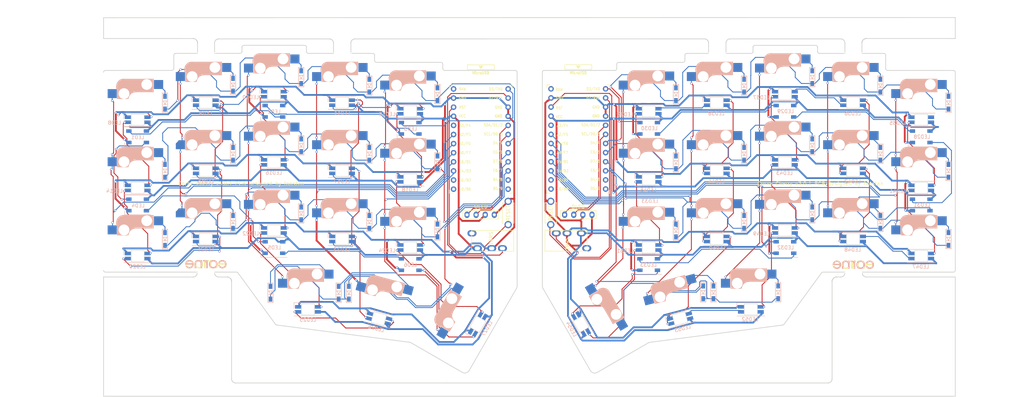
<source format=kicad_pcb>
(kicad_pcb (version 20221018) (generator pcbnew)
  (title_block (title "Corne Cherry") (date "2020-09-28") (rev "3.0.1") (company "foostan"))
  (layers (0 "F.Cu" signal) (31 "B.Cu" signal) (34 "B.Paste" user) (35 "F.Paste" user) (36 "B.SilkS" user "B.Silkscreen") (37 "F.SilkS" user "F.Silkscreen") (38 "B.Mask" user) (39 "F.Mask" user) (44 "Edge.Cuts" user))
  (net 0 "")
  (net 1 "row0")
  (net 2 "row1")
  (net 3 "Net-(D2-A)")
  (net 4 "row2")
  (net 5 "Net-(D3-A)")
  (net 6 "row3")
  (net 7 "Net-(D4-A)")
  (net 8 "Net-(D5-A)")
  (net 9 "Net-(D6-A)")
  (net 10 "Net-(D8-A)")
  (net 11 "Net-(D9-A)")
  (net 12 "Net-(D10-A)")
  (net 13 "Net-(D11-A)")
  (net 14 "Net-(D12-A)")
  (net 15 "Net-(D14-A)")
  (net 16 "Net-(D15-A)")
  (net 17 "Net-(D16-A)")
  (net 18 "Net-(D17-A)")
  (net 19 "Net-(D18-A)")
  (net 20 "Net-(D19-A)")
  (net 21 "Net-(D20-A)")
  (net 22 "Net-(D21-A)")
  (net 23 "GND")
  (net 24 "VCC")
  (net 25 "col1")
  (net 26 "col2")
  (net 27 "col3")
  (net 28 "col4")
  (net 29 "col5")
  (net 30 "LED")
  (net 31 "data")
  (net 32 "reset")
  (net 33 "SCL")
  (net 34 "SDA")
  (net 35 "Net-(D23-A)")
  (net 36 "Net-(D24-A)")
  (net 37 "Net-(D25-A)")
  (net 38 "Net-(D26-A)")
  (net 39 "Net-(D27-A)")
  (net 40 "row0_r")
  (net 41 "Net-(D29-A)")
  (net 42 "Net-(D30-A)")
  (net 43 "Net-(D31-A)")
  (net 44 "Net-(D32-A)")
  (net 45 "Net-(D33-A)")
  (net 46 "row1_r")
  (net 47 "Net-(D35-A)")
  (net 48 "Net-(D36-A)")
  (net 49 "Net-(D37-A)")
  (net 50 "Net-(D38-A)")
  (net 51 "Net-(D39-A)")
  (net 52 "row2_r")
  (net 53 "Net-(D40-A)")
  (net 54 "Net-(D41-A)")
  (net 55 "Net-(D42-A)")
  (net 58 "Net-(LED1-DOUT)")
  (net 59 "row3_r")
  (net 60 "Net-(LED1-DIN)")
  (net 61 "Net-(LED2-DIN)")
  (net 62 "data_r")
  (net 63 "SDA_r")
  (net 64 "SCL_r")
  (net 65 "LED_r")
  (net 66 "reset_r")
  (net 67 "col1_r")
  (net 68 "col2_r")
  (net 69 "col3_r")
  (net 70 "col4_r")
  (net 71 "col5_r")
  (net 72 "VDD")
  (net 73 "GNDA")
  (net 74 "Net-(LED4-DOUT)")
  (net 75 "Net-(LED5-DOUT)")
  (net 76 "Net-(LED27-DIN)")
  (net 77 "unconnected-(LED8-DOUT-Pad2)")
  (net 78 "Net-(LED14-DOUT)")
  (net 79 "Net-(LED15-DIN)")
  (net 80 "Net-(LED10-DOUT)")
  (net 81 "Net-(LED10-DIN)")
  (net 82 "Net-(LED11-DOUT)")
  (net 83 "Net-(LED11-DIN)")
  (net 84 "Net-(LED12-DIN)")
  (net 85 "Net-(LED14-DIN)")
  (net 86 "Net-(LED15-DOUT)")
  (net 87 "Net-(LED16-DIN)")
  (net 88 "Net-(LED17-DOUT)")
  (net 89 "Net-(LED18-DIN)")
  (net 90 "Net-(LED20-DIN)")
  (net 91 "Net-(LED22-DIN)")
  (net 92 "Net-(LED23-DOUT)")
  (net 93 "Net-(LED24-DIN)")
  (net 94 "Net-(LED25-DIN)")
  (net 95 "Net-(LED28-DOUT)")
  (net 96 "Net-(LED28-DIN)")
  (net 97 "Net-(LED29-DIN)")
  (net 98 "Net-(LED31-DOUT)")
  (net 99 "Net-(LED32-DOUT)")
  (net 100 "Net-(LED33-DOUT)")
  (net 101 "unconnected-(LED35-DOUT-Pad2)")
  (net 102 "Net-(LED35-DIN)")
  (net 103 "Net-(LED36-DOUT)")
  (net 104 "Net-(LED36-DIN)")
  (net 105 "Net-(LED37-DIN)")
  (net 106 "Net-(LED38-DOUT)")
  (net 107 "Net-(LED38-DIN)")
  (net 108 "Net-(LED39-DIN)")
  (net 109 "Net-(LED41-DIN)")
  (net 110 "Net-(LED42-DOUT)")
  (net 111 "Net-(LED43-DIN)")
  (net 112 "Net-(LED44-DOUT)")
  (net 113 "Net-(LED45-DIN)")
  (net 114 "Net-(LED47-DIN)")
  (net 115 "Net-(LED49-DIN)")
  (net 116 "Net-(LED50-DOUT)")
  (net 117 "Net-(LED51-DIN)")
  (net 118 "Net-(LED52-DIN)")
  (footprint "kbd:MJ-4PP-9_1side" (layer "F.Cu") (at 144.1345 74.292 -90)
    (fp_text reference "J1")
    (fp_text value "MJ-4PP-9" hide)
  )
  (footprint "kbd:OLED_1side" (layer "F.Cu") (at 130.9485 67.028)
    (fp_text reference "J2")
    (fp_text value "OLED" hide)
  )
  (footprint "kbd:ResetSW_1side" (layer "F.Cu") (at 142.4245 66.531 -90)
    (fp_text reference "RSW1" hide)
    (fp_text value "SW_PUSH")
  )
  (footprint "kbd:CherryMX_Hotswap" (layer "F.Cu") (at 39.1075 35.78)
    (fp_text reference "SW2" hide)
    (fp_text value "SW_PUSH" hide)
  )
  (footprint "kbd:CherryMX_Hotswap" (layer "F.Cu") (at 58.1075 31.03)
    (fp_text reference "SW3" hide)
    (fp_text value "SW_PUSH" hide)
  )
  (footprint "kbd:CherryMX_Hotswap" (layer "F.Cu") (at 77.1075 28.655)
    (fp_text reference "SW4" hide)
    (fp_text value "SW_PUSH" hide)
  )
  (footprint "kbd:CherryMX_Hotswap" (layer "F.Cu") (at 96.1075 31.03)
    (fp_text reference "SW5" hide)
    (fp_text value "SW_PUSH" hide)
  )
  (footprint "kbd:CherryMX_Hotswap" (layer "F.Cu") (at 39.1075 54.78)
    (fp_text reference "SW8" hide)
    (fp_text value "SW_PUSH" hide)
  )
  (footprint "kbd:CherryMX_Hotswap" (layer "F.Cu") (at 58.1075 50.03)
    (fp_text reference "SW9" hide)
    (fp_text value "SW_PUSH" hide)
  )
  (footprint "kbd:CherryMX_Hotswap" (layer "F.Cu") (at 77.1075 47.655)
    (fp_text reference "SW10" hide)
    (fp_text value "SW_PUSH" hide)
  )
  (footprint "kbd:CherryMX_Hotswap" (layer "F.Cu") (at 96.1075 50.03)
    (fp_text reference "SW11" hide)
    (fp_text value "SW_PUSH" hide)
  )
  (footprint "kbd:CherryMX_Hotswap" (layer "F.Cu") (at 115.1075 52.405)
    (fp_text reference "SW12" hide)
    (fp_text value "SW_PUSH" hide)
  )
  (footprint "kbd:CherryMX_Hotswap" (layer "F.Cu") (at 39.1075 73.78)
    (fp_text reference "SW14" hide)
    (fp_text value "SW_PUSH" hide)
  )
  (footprint "kbd:CherryMX_Hotswap" (layer "F.Cu") (at 58.1075 69.03)
    (fp_text reference "SW15" hide)
    (fp_text value "SW_PUSH" hide)
  )
  (footprint "kbd:CherryMX_Hotswap" (layer "F.Cu") (at 77.1075 66.655)
    (fp_text reference "SW16" hide)
    (fp_text value "SW_PUSH" hide)
  )
  (footprint "kbd:CherryMX_Hotswap" (layer "F.Cu") (at 96.1075 69.03)
    (fp_text reference "SW17" hide)
    (fp_text value "SW_PUSH" hide)
  )
  (footprint "kbd:CherryMX_Hotswap" (layer "F.Cu") (at 115.1075 71.405)
    (fp_text reference "SW18" hide)
    (fp_text value "SW_PUSH" hide)
  )
  (footprint "kbd:CherryMX_Hotswap" (layer "F.Cu") (at 86.6075 88.655)
    (fp_text reference "SW19" hide)
    (fp_text value "SW_PUSH" hide)
  )
  (footprint "kbd:CherryMX_Hotswap" (layer "F.Cu") (at 107.6075 91.405 -15)
    (fp_text reference "SW20" hide)
    (fp_text value "SW_PUSH" hide)
  )
  (footprint "kbd:CherryMX_Hotswap_1.5u" (layer "F.Cu") (at 129.8575 95.155 60)
    (fp_text reference "SW21" hide)
    (fp_text value "SW_PUSH" hide)
  )
  (footprint "kbd:CherryMX_Hotswap_1.5u" (layer "F.Cu") (at 166.8645 95.15 -60)
    (fp_text reference "SW42" hide)
    (fp_text value "SW_PUSH" hide)
  )
  (footprint "kbd:MJ-4PP-9_1side" (layer "F.Cu") (at 152.5375 74.27 90)
    (fp_text reference "J3")
    (fp_text value "MJ-4PP-9" hide)
  )
  (footprint "kbd:OLED_1side" (layer "F.Cu") (at 158.1775 67.02)
    (fp_text reference "J4")
    (fp_text value "OLED" hide)
  )
  (footprint "kbd:ResetSW_1side" (layer "F.Cu") (at 154.3045 66.522 -90)
    (fp_text reference "RSW2" hide)
    (fp_text value "SW_PUSH")
  )
  (footprint "kbd:CherryMX_Hotswap" (layer "F.Cu") (at 219.6145 66.65)
    (fp_text reference "SW37" hide)
    (fp_text value "SW_PUSH" hide)
  )
  (footprint "kbd:CherryMX_Hotswap" (layer "F.Cu") (at 200.6145 69.025)
    (fp_text reference "SW38" hide)
    (fp_text value "SW_PUSH" hide)
  )
  (footprint "kbd:CherryMX_Hotswap" (layer "F.Cu") (at 181.6145 71.4)
    (fp_text reference "SW39" hide)
    (fp_text value "SW_PUSH" hide)
  )
  (footprint "kbd:CherryMX_Hotswap" (layer "F.Cu") (at 210.1145 88.65)
    (fp_text reference "SW40" hide)
    (fp_text value "SW_PUSH" hide)
  )
  (footprint "kbd:CherryMX_Hotswap" (layer "F.Cu") (at 189.1145 91.4 15)
    (fp_text reference "SW41" hide)
    (fp_text value "SW_PUSH" hide)
  )
  (footprint "kbd:CherryMX_Hotswap" (layer "F.Cu") (at 219.6145 28.65)
    (fp_text reference "SW25" hide)
    (fp_text value "SW_PUSH" hide)
  )
  (footprint "kbd:CherryMX_Hotswap" (layer "F.Cu") (at 200.6145 31.025)
    (fp_text reference "SW26" hide)
    (fp_text value "SW_PUSH" hide)
  )
  (footprint "kbd:CherryMX_Hotswap" (layer "F.Cu") (at 238.6145 31.025)
    (fp_text reference "SW24" hide)
    (fp_text value "SW_PUSH" hide)
  )
  (footprint "kbd:CherryMX_Hotswap" (layer "F.Cu") (at 257.6145 54.775)
    (fp_text reference "SW29" hide)
    (fp_text value "SW_PUSH" hide)
  )
  (footprint "kbd:CherryMX_Hotswap" (layer "F.Cu") (at 257.6145 73.775)
    (fp_text reference "SW35" hide)
    (fp_text value "SW_PUSH" hide)
  )
  (footprint "kbd:CherryMX_Hotswap" (layer "F.Cu") (at 238.6145 69.025)
    (fp_text reference "SW36" hide)
    (fp_text value "SW_PUSH" hide)
  )
  (footprint "kbd:CherryMX_Hotswap" (layer "F.Cu") (at 257.6145 35.775)
    (fp_text reference "SW23" hide)
    (fp_text value "SW_PUSH" hide)
  )
  (footprint "kbd:CherryMX_Hotswap" (layer "F.Cu") (at 238.6145 50.025)
    (fp_text reference "SW30" hide)
    (fp_text value "SW_PUSH" hide)
  )
  (footprint "kbd:CherryMX_Hotswap" (layer "F.Cu") (at 219.6145 47.65)
    (fp_text reference "SW31" hide)
    (fp_text value "SW_PUSH" hide)
  )
  (footprint "kbd:CherryMX_Hotswap" (layer "F.Cu") (at 200.6145 50.025)
    (fp_text reference "SW32" hide)
    (fp_text value "SW_PUSH" hide)
  )
  (footprint "kbd:CherryMX_Hotswap" (layer "F.Cu") (at 181.6145 52.4)
    (fp_text reference "SW33" hide)
    (fp_text value "SW_PUSH" hide)
  )
  (footprint "kbd:M2_HOLE_v2" (layer "F.Cu") (at 105.5755 41.7655)
    (fp_text reference "Ref**" hide)
    (fp_text value "Val**" hide)
  )
  (footprint "kbd:M2_HOLE_v2" (layer "F.Cu") (at 72.7645 81.5205)
    (fp_text reference "Ref**" hide)
    (fp_text value "Val**" hide)
  )
  (footprint "kbd:M2_HOLE_v2" (layer "F.Cu") (at 119.3305 89.135)
    (fp_text reference "Ref**" hide)
    (fp_text value "Val**" hide)
  )
  (footprint "kbd:M2_HOLE_v2" (layer "F.Cu") (at 127.8695 74.254)
    (fp_text reference "Ref**" hide)
    (fp_text value "Val**" hide)
  )
  (footprint "kbd:M2_HOLE_v2" (layer "F.Cu") (at 142.3015 82.775)
    (fp_text reference "Ref**" hide)
    (fp_text value "Val**" hide)
  )
  (footprint "kbd:M2_HOLE_v2" (layer "F.Cu") (at 177.3895 89.145 180)
    (fp_text reference "Ref**" hide)
    (fp_text value "Val**" hide)
  )
  (footprint "kbd:M2_HOLE_v2" (layer "F.Cu") (at 223.9555 81.5305 180)
    (fp_text reference "Ref**" hide)
    (fp_text value "Val**" hide)
  )
  (footprint "kbd:M2_HOLE_v2" (layer "F.Cu") (at 248.1075 45.2655 180)
    (fp_text reference "Ref**" hide)
    (fp_text value "Val**" hide)
  )
  (footprint "kbd:M2_HOLE_v2" (layer "F.Cu") (at 191.1445 41.7755 180)
    (fp_text reference "Ref**" hide)
    (fp_text value "Val**" hide)
  )
  (footprint "kbd:CherryMX_Hotswap" (layer "F.Cu") (at 115.1075 33.405)
    (fp_text reference "SW6" hide)
    (fp_text value "SW_PUSH" hide)
  )
  (footprint "kbd:CherryMX_Hotswap" (layer "F.Cu") (at 181.6075 33.405)
    (fp_text reference "SW27" hide)
    (fp_text value "SW_PUSH" hide)
  )
  (footprint "kbd:M2_HOLE_v2" (layer "F.Cu") (at 46.5195 54.1395)
    (fp_text reference "Ref**" hide)
    (fp_text value "Val**" hide)
  )
  (footprint "kbd:ProMicro_v3" (layer "F.Cu") (at 134.8125 46.42)
    (fp_text reference "U1" hide)
    (fp_text value "ProMicro" hide)
  )
  (footprint "kbd:ProMicro_v3" (layer "F.Cu") (at 161.9875 46.39)
    (fp_text reference "U2" hide)
    (fp_text value "ProMicro" hide)
  )
  (footprint "kbd:M2_HOLE_v2" (layer "F.Cu") (at 48.6075 45.28)
    (fp_text reference "Ref**" hide)
    (fp_text value "Val**" hide)
  )
  (footprint "kbd:Breakaway_Tabs" (layer "F.Cu") (at 58.23675 21.869)
    (fp_text reference "REF**")
    (fp_text value "Breakaway_Tabs")
  )
  (footprint "kbd:Breakaway_Tabs" (layer "F.Cu") (at 96.2075 21.873)
    (fp_text reference "REF**")
    (fp_text value "Breakaway_Tabs")
  )
  (footprint "kbd:Breakaway_Tabs" (layer "F.Cu") (at 58.1235 83.178)
    (fp_text reference "REF**")
    (fp_text value "Breakaway_Tabs")
  )
  (footprint "kbd:corne-logo-horizontal" (layer "F.Cu") (at 58.2675 80.89)
    (fp_text reference "G***" hide)
    (fp_text value "LOGO" hide)
  )
  (footprint "kbd:corne-logo-horizontal" (layer "F.Cu") (at 238.7775 81.04)
    (fp_text reference "G***" hide)
    (fp_text value "LOGO" hide)
  )
  (footprint "kbd:D3_SMD_v2" (layer "B.Cu") (at 46.7345 35.78 90)
    (fp_text reference "D2" hide)
    (fp_text value "D" hide)
  )
  (footprint "kbd:D3_SMD_v2" (layer "B.Cu") (at 65.7075 30.78 90)
    (fp_text reference "D3" hide)
    (fp_text value "D" hide)
  )
  (footprint "kbd:D3_SMD_v2" (layer "B.Cu") (at 84.7075 28.655 90)
    (fp_text reference "D4" hide)
    (fp_text value "D" hide)
  )
  (footprint "kbd:D3_SMD_v2" (layer "B.Cu") (at 103.7075 31.03 90)
    (fp_text reference "D5" hide)
    (fp_text value "D" hide)
  )
  (footprint "kbd:D3_SMD_v2" (layer "B.Cu") (at 122.7075 33.405 90)
    (fp_text reference "D6" hide)
    (fp_text value "D" hide)
  )
  (footprint "kbd:D3_SMD_v2" (layer "B.Cu") (at 46.7345 54.78 90)
    (fp_text reference "D8" hide)
    (fp_text value "D" hide)
  )
  (footprint "kbd:D3_SMD_v2" (layer "B.Cu") (at 65.7075 50.03 90)
    (fp_text reference "D9" hide)
    (fp_text value "D" hide)
  )
  (footprint "kbd:D3_SMD_v2" (layer "B.Cu") (at 84.7075 47.655 90)
    (fp_text reference "D10" hide)
    (fp_text value "D" hide)
  )
  (footprint "kbd:D3_SMD_v2" (layer "B.Cu") (at 103.7075 50.03 90)
    (fp_text reference "D11" hide)
    (fp_text value "D" hide)
  )
  (footprint "kbd:D3_SMD_v2" (layer "B.Cu") (at 122.7075 52.405 90)
    (fp_text reference "D12" hide)
    (fp_text value "D" hide)
  )
  (footprint "kbd:D3_SMD_v2" (layer "B.Cu") (at 46.7345 73.78 90)
    (fp_text reference "D14" hide)
    (fp_text value "D" hide)
  )
  (footprint "kbd:D3_SMD_v2" (layer "B.Cu") (at 65.7075 69.03 90)
    (fp_text reference "D15" hide)
    (fp_text value "D" hide)
  )
  (footprint "kbd:D3_SMD_v2" (layer "B.Cu") (at 84.7075 66.655 90)
    (fp_text reference "D16" hide)
    (fp_text value "D" hide)
  )
  (footprint "kbd:D3_SMD_v2" (layer "B.Cu") (at 103.7075 69.03 90)
    (fp_text reference "D17" hide)
    (fp_text value "D" hide)
  )
  (footprint "kbd:D3_SMD_v2" (layer "B.Cu") (at 122.7075 71.405 90)
    (fp_text reference "D18" hide)
    (fp_text value "D" hide)
  )
  (footprint "kbd:D3_SMD_v2" (layer "B.Cu") (at 76.1575 88.77 90)
    (fp_text reference "D19" hide)
    (fp_text value "D" hide)
  )
  (footprint "kbd:D3_SMD_v2" (layer "B.Cu") (at 95.1645 88.765 90)
    (fp_text reference "D20" hide)
    (fp_text value "D" hide)
  )
  (footprint "kbd:D3_SMD_v2" (layer "B.Cu") (at 98.0075 88.765 90)
    (fp_text reference "D21" hide)
    (fp_text value "D" hide)
  )
  (footprint "kbd:YS-SK6812MINI-E" (layer "B.Cu") (at 39.1075 40.53)
    (fp_text reference "LED8")
    (fp_text value "YS-SK6812MINI-E")
    (fp_line (start -1.8 -1.55) (end 1.8 -1.55) (stroke (width 0.12)) (layer "Edge.Cuts"))
    (fp_line (start -1.8 1.55) (end -1.8 -1.55) (stroke (width 0.12)) (layer "Edge.Cuts"))
    (fp_line (start 1.8 -1.55) (end 1.8 1.55) (stroke (width 0.12)) (layer "Edge.Cuts"))
    (fp_line (start 1.8 1.55) (end -1.8 1.55) (stroke (width 0.12)) (layer "Edge.Cuts"))
  )
  (footprint "kbd:YS-SK6812MINI-E" (layer "B.Cu") (at 58.1075 35.78)
    (fp_text reference "LED9")
    (fp_text value "YS-SK6812MINI-E")
    (fp_line (start -1.8 -1.55) (end 1.8 -1.55) (stroke (width 0.12)) (layer "Edge.Cuts"))
    (fp_line (start -1.8 1.55) (end -1.8 -1.55) (stroke (width 0.12)) (layer "Edge.Cuts"))
    (fp_line (start 1.8 -1.55) (end 1.8 1.55) (stroke (width 0.12)) (layer "Edge.Cuts"))
    (fp_line (start 1.8 1.55) (end -1.8 1.55) (stroke (width 0.12)) (layer "Edge.Cuts"))
  )
  (footprint "kbd:YS-SK6812MINI-E" (layer "B.Cu") (at 77.1075 33.405)
    (fp_text reference "LED10")
    (fp_text value "YS-SK6812MINI-E")
    (fp_line (start -1.8 -1.55) (end 1.8 -1.55) (stroke (width 0.12)) (layer "Edge.Cuts"))
    (fp_line (start -1.8 1.55) (end -1.8 -1.55) (stroke (width 0.12)) (layer "Edge.Cuts"))
    (fp_line (start 1.8 -1.55) (end 1.8 1.55) (stroke (width 0.12)) (layer "Edge.Cuts"))
    (fp_line (start 1.8 1.55) (end -1.8 1.55) (stroke (width 0.12)) (layer "Edge.Cuts"))
  )
  (footprint "kbd:YS-SK6812MINI-E" (layer "B.Cu") (at 96.1075 35.78)
    (fp_text reference "LED11")
    (fp_text value "YS-SK6812MINI-E")
    (fp_line (start -1.8 -1.55) (end 1.8 -1.55) (stroke (width 0.12)) (layer "Edge.Cuts"))
    (fp_line (start -1.8 1.55) (end -1.8 -1.55) (stroke (width 0.12)) (layer "Edge.Cuts"))
    (fp_line (start 1.8 -1.55) (end 1.8 1.55) (stroke (width 0.12)) (layer "Edge.Cuts"))
    (fp_line (start 1.8 1.55) (end -1.8 1.55) (stroke (width 0.12)) (layer "Edge.Cuts"))
  )
  (footprint "kbd:YS-SK6812MINI-E" (layer "B.Cu") (at 115.1075 38.155)
    (fp_text reference "LED12")
    (fp_text value "YS-SK6812MINI-E")
    (fp_line (start -1.8 -1.55) (end 1.8 -1.55) (stroke (width 0.12)) (layer "Edge.Cuts"))
    (fp_line (start -1.8 1.55) (end -1.8 -1.55) (stroke (width 0.12)) (layer "Edge.Cuts"))
    (fp_line (start 1.8 -1.55) (end 1.8 1.55) (stroke (width 0.12)) (layer "Edge.Cuts"))
    (fp_line (start 1.8 1.55) (end -1.8 1.55) (stroke (width 0.12)) (layer "Edge.Cuts"))
  )
  (footprint "kbd:YS-SK6812MINI-E" (layer "B.Cu") (at 39.1075 59.53)
    (fp_text reference "LED14")
    (fp_text value "YS-SK6812MINI-E")
    (fp_line (start -1.8 -1.55) (end 1.8 -1.55) (stroke (width 0.12)) (layer "Edge.Cuts"))
    (fp_line (start -1.8 1.55) (end -1.8 -1.55) (stroke (width 0.12)) (layer "Edge.Cuts"))
    (fp_line (start 1.8 -1.55) (end 1.8 1.55) (stroke (width 0.12)) (layer "Edge.Cuts"))
    (fp_line (start 1.8 1.55) (end -1.8 1.55) (stroke (width 0.12)) (layer "Edge.Cuts"))
  )
  (footprint "kbd:YS-SK6812MINI-E" (layer "B.Cu") (at 58.1075 54.78)
    (fp_text reference "LED15")
    (fp_text value "YS-SK6812MINI-E")
    (fp_line (start -1.8 -1.55) (end 1.8 -1.55) (stroke (width 0.12)) (layer "Edge.Cuts"))
    (fp_line (start -1.8 1.55) (end -1.8 -1.55) (stroke (width 0.12)) (layer "Edge.Cuts"))
    (fp_line (start 1.8 -1.55) (end 1.8 1.55) (stroke (width 0.12)) (layer "Edge.Cuts"))
    (fp_line (start 1.8 1.55) (end -1.8 1.55) (stroke (width 0.12)) (layer "Edge.Cuts"))
  )
  (footprint "kbd:YS-SK6812MINI-E" (layer "B.Cu") (at 77.1075 52.405)
    (fp_text reference "LED16")
    (fp_text value "YS-SK6812MINI-E")
    (fp_line (start -1.8 -1.55) (end 1.8 -1.55) (stroke (width 0.12)) (layer "Edge.Cuts"))
    (fp_line (start -1.8 1.55) (end -1.8 -1.55) (stroke (width 0.12)) (layer "Edge.Cuts"))
    (fp_line (start 1.8 -1.55) (end 1.8 1.55) (stroke (width 0.12)) (layer "Edge.Cuts"))
    (fp_line (start 1.8 1.55) (end -1.8 1.55) (stroke (width 0.12)) (layer "Edge.Cuts"))
  )
  (footprint "kbd:YS-SK6812MINI-E" (layer "B.Cu") (at 96.1075 54.78)
    (fp_text reference "LED17")
    (fp_text value "YS-SK6812MINI-E")
    (fp_line (start -1.8 -1.55) (end 1.8 -1.55) (stroke (width 0.12)) (layer "Edge.Cuts"))
    (fp_line (start -1.8 1.55) (end -1.8 -1.55) (stroke (width 0.12)) (layer "Edge.Cuts"))
    (fp_line (start 1.8 -1.55) (end 1.8 1.55) (stroke (width 0.12)) (layer "Edge.Cuts"))
    (fp_line (start 1.8 1.55) (end -1.8 1.55) (stroke (width 0.12)) (layer "Edge.Cuts"))
  )
  (footprint "kbd:YS-SK6812MINI-E" (layer "B.Cu") (at 115.1075 57.155)
    (fp_text reference "LED18")
    (fp_text value "YS-SK6812MINI-E")
    (fp_line (start -1.8 -1.55) (end 1.8 -1.55) (stroke (width 0.12)) (layer "Edge.Cuts"))
    (fp_line (start -1.8 1.55) (end -1.8 -1.55) (stroke (width 0.12)) (layer "Edge.Cuts"))
    (fp_line (start 1.8 -1.55) (end 1.8 1.55) (stroke (width 0.12)) (layer "Edge.Cuts"))
    (fp_line (start 1.8 1.55) (end -1.8 1.55) (stroke (width 0.12)) (layer "Edge.Cuts"))
  )
  (footprint "kbd:YS-SK6812MINI-E" (layer "B.Cu") (at 39.1075 78.53)
    (fp_text reference "LED20")
    (fp_text value "YS-SK6812MINI-E")
    (fp_line (start -1.8 -1.55) (end 1.8 -1.55) (stroke (width 0.12)) (layer "Edge.Cuts"))
    (fp_line (start -1.8 1.55) (end -1.8 -1.55) (stroke (width 0.12)) (layer "Edge.Cuts"))
    (fp_line (start 1.8 -1.55) (end 1.8 1.55) (stroke (width 0.12)) (layer "Edge.Cuts"))
    (fp_line (start 1.8 1.55) (end -1.8 1.55) (stroke (width 0.12)) (layer "Edge.Cuts"))
  )
  (footprint "kbd:YS-SK6812MINI-E" (layer "B.Cu") (at 58.1075 73.78)
    (fp_text reference "LED21")
    (fp_text value "YS-SK6812MINI-E")
    (fp_line (start -1.8 -1.55) (end 1.8 -1.55) (stroke (width 0.12)) (layer "Edge.Cuts"))
    (fp_line (start -1.8 1.55) (end -1.8 -1.55) (stroke (width 0.12)) (layer "Edge.Cuts"))
    (fp_line (start 1.8 -1.55) (end 1.8 1.55) (stroke (width 0.12)) (layer "Edge.Cuts"))
    (fp_line (start 1.8 1.55) (end -1.8 1.55) (stroke (width 0.12)) (layer "Edge.Cuts"))
  )
  (footprint "kbd:YS-SK6812MINI-E" (layer "B.Cu") (at 77.1075 71.405)
    (fp_text reference "LED22")
    (fp_text value "YS-SK6812MINI-E")
    (fp_line (start -1.8 -1.55) (end 1.8 -1.55) (stroke (width 0.12)) (layer "Edge.Cuts"))
    (fp_line (start -1.8 1.55) (end -1.8 -1.55) (stroke (width 0.12)) (layer "Edge.Cuts"))
    (fp_line (start 1.8 -1.55) (end 1.8 1.55) (stroke (width 0.12)) (layer "Edge.Cuts"))
    (fp_line (start 1.8 1.55) (end -1.8 1.55) (stroke (width 0.12)) (layer "Edge.Cuts"))
  )
  (footprint "kbd:YS-SK6812MINI-E" (layer "B.Cu") (at 115.1075 76.155)
    (fp_text reference "LED24")
    (fp_text value "YS-SK6812MINI-E")
    (fp_line (start -1.8 -1.55) (end 1.8 -1.55) (stroke (width 0.12)) (layer "Edge.Cuts"))
    (fp_line (start -1.8 1.55) (end -1.8 -1.55) (stroke (width 0.12)) (layer "Edge.Cuts"))
    (fp_line (start 1.8 -1.55) (end 1.8 1.55) (stroke (width 0.12)) (layer "Edge.Cuts"))
    (fp_line (start 1.8 1.55) (end -1.8 1.55) (stroke (width 0.12)) (layer "Edge.Cuts"))
  )
  (footprint "kbd:YS-SK6812MINI-E" (layer "B.Cu") (at 133.971121 97.53 60)
    (fp_text reference "LED27")
    (fp_text value "YS-SK6812MINI-E")
    (fp_line (start -1.8 -1.55) (end 1.8 -1.55) (stroke (width 0.12)) (layer "Edge.Cuts"))
    (fp_line (start -1.8 1.55) (end -1.8 -1.55) (stroke (width 0.12)) (layer "Edge.Cuts"))
    (fp_line (start 1.8 -1.55) (end 1.8 1.55) (stroke (width 0.12)) (layer "Edge.Cuts"))
    (fp_line (start 1.8 1.55) (end -1.8 1.55) (stroke (width 0.12)) (layer "Edge.Cuts"))
  )
  (footprint "LED_SMD:LED_WS2812B_PLCC4_5.0x5.0mm_P3.2mm" (layer "B.Cu") (at 39.1075 45.28 180)
    (fp_text reference "LED1")
    (fp_text value "WS2812B")
  )
  (footprint "LED_SMD:LED_WS2812B_PLCC4_5.0x5.0mm_P3.2mm" (layer "B.Cu") (at 77.1075 38.155 180)
    (fp_text reference "LED2")
    (fp_text value "WS2812B")
  )
  (footprint "LED_SMD:LED_WS2812B_PLCC4_5.0x5.0mm_P3.2mm" (layer "B.Cu") (at 115.1075 42.905 180)
    (fp_text reference "LED3")
    (fp_text value "WS2812B")
  )
  (footprint "LED_SMD:LED_WS2812B_PLCC4_5.0x5.0mm_P3.2mm" (layer "B.Cu") (at 77.1075 76.155 180)
    (fp_text reference "LED5")
    (fp_text value "WS2812B")
  )
  (footprint "LED_SMD:LED_WS2812B_PLCC4_5.0x5.0mm_P3.2mm" (layer "B.Cu") (at 115.1075 80.905 180)
    (fp_text reference "LED6")
    (fp_text value "WS2812B")
  )
  (footprint "LED_SMD:LED_WS2812B_PLCC4_5.0x5.0mm_P3.2mm" (layer "B.Cu") (at 257.6075 45.28 180)
    (fp_text reference "LED28")
    (fp_text value "WS2812B")
  )
  (footprint "LED_SMD:LED_WS2812B_PLCC4_5.0x5.0mm_P3.2mm" (layer "B.Cu") (at 219.6075 38.155 180)
    (fp_text reference "LED29")
    (fp_text value "WS2812B")
  )
  (footprint "LED_SMD:LED_WS2812B_PLCC4_5.0x5.0mm_P3.2mm" (layer "B.Cu") (at 181.6075 42.905 180)
    (fp_text reference "LED30")
    (fp_text value "WS2812B")
  )
  (footprint "LED_SMD:LED_WS2812B_PLCC4_5.0x5.0mm_P3.2mm" (layer "B.Cu") (at 257.6075 64.28 180)
    (fp_text reference "LED31")
    (fp_text value "WS2812B")
  )
  (footprint "LED_SMD:LED_WS2812B_PLCC4_5.0x5.0mm_P3.2mm" (layer "B.Cu") (at 219.6075 76.155 180)
    (fp_text reference "LED32")
    (fp_text value "WS2812B")
  )
  (footprint "LED_SMD:LED_WS2812B_PLCC4_5.0x5.0mm_P3.2mm" (layer "B.Cu") (at 181.6075 80.905 180)
    (fp_text reference "LED33")
    (fp_text value "WS2812B")
  )
  (footprint "kbd:YS-SK6812MINI-E" (layer "B.Cu") (at 219.6075 52.405)
    (fp_text reference "LED43")
    (fp_text value "YS-SK6812MINI-E")
    (fp_line (start -1.8 -1.55) (end 1.8 -1.55) (stroke (width 0.12)) (layer "Edge.Cuts"))
    (fp_line (start -1.8 1.55) (end -1.8 -1.55) (stroke (width 0.12)) (layer "Edge.Cuts"))
    (fp_line (start 1.8 -1.55) (end 1.8 1.55) (stroke (width 0.12)) (layer "Edge.Cuts"))
    (fp_line (start 1.8 1.55) (end -1.8 1.55) (stroke (width 0.12)) (layer "Edge.Cuts"))
  )
  (footprint "kbd:YS-SK6812MINI-E" (layer "B.Cu") (at 200.6075 54.78)
    (fp_text reference "LED44")
    (fp_text value "YS-SK6812MINI-E")
    (fp_line (start -1.8 -1.55) (end 1.8 -1.55) (stroke (width 0.12)) (layer "Edge.Cuts"))
    (fp_line (start -1.8 1.55) (end -1.8 -1.55) (stroke (width 0.12)) (layer "Edge.Cuts"))
    (fp_line (start 1.8 -1.55) (end 1.8 1.55) (stroke (width 0.12)) (layer "Edge.Cuts"))
    (fp_line (start 1.8 1.55) (end -1.8 1.55) (stroke (width 0.12)) (layer "Edge.Cuts"))
  )
  (footprint "kbd:YS-SK6812MINI-E" (layer "B.Cu") (at 181.6075 57.155)
    (fp_text reference "LED45")
    (fp_text value "YS-SK6812MINI-E")
    (fp_line (start -1.8 -1.55) (end 1.8 -1.55) (stroke (width 0.12)) (layer "Edge.Cuts"))
    (fp_line (start -1.8 1.55) (end -1.8 -1.55) (stroke (width 0.12)) (layer "Edge.Cuts"))
    (fp_line (start 1.8 -1.55) (end 1.8 1.55) (stroke (width 0.12)) (layer "Edge.Cuts"))
    (fp_line (start 1.8 1.55) (end -1.8 1.55) (stroke (width 0.12)) (layer "Edge.Cuts"))
  )
  (footprint "kbd:YS-SK6812MINI-E" (layer "B.Cu") (at 257.6075 78.53)
    (fp_text reference "LED47")
    (fp_text value "YS-SK6812MINI-E")
    (fp_line (start -1.8 -1.55) (end 1.8 -1.55) (stroke (width 0.12)) (layer "Edge.Cuts"))
    (fp_line (start -1.8 1.55) (end -1.8 -1.55) (stroke (width 0.12)) (layer "Edge.Cuts"))
    (fp_line (start 1.8 -1.55) (end 1.8 1.55) (stroke (width 0.12)) (layer "Edge.Cuts"))
    (fp_line (start 1.8 1.55) (end -1.8 1.55) (stroke (width 0.12)) (layer "Edge.Cuts"))
  )
  (footprint "kbd:YS-SK6812MINI-E" (layer "B.Cu") (at 238.6075 73.78)
    (fp_text reference "LED48")
    (fp_text value "YS-SK6812MINI-E")
    (fp_line (start -1.8 -1.55) (end 1.8 -1.55) (stroke (width 0.12)) (layer "Edge.Cuts"))
    (fp_line (start -1.8 1.55) (end -1.8 -1.55) (stroke (width 0.12)) (layer "Edge.Cuts"))
    (fp_line (start 1.8 -1.55) (end 1.8 1.55) (stroke (width 0.12)) (layer "Edge.Cuts"))
    (fp_line (start 1.8 1.55) (end -1.8 1.55) (stroke (width 0.12)) (layer "Edge.Cuts"))
  )
  (footprint "kbd:YS-SK6812MINI-E" (layer "B.Cu") (at 219.6075 71.405)
    (fp_text reference "LED49")
    (fp_text value "YS-SK6812MINI-E")
    (fp_line (start -1.8 -1.55) (end 1.8 -1.55) (stroke (width 0.12)) (layer "Edge.Cuts"))
    (fp_line (start -1.8 1.55) (end -1.8 -1.55) (stroke (width 0.12)) (layer "Edge.Cuts"))
    (fp_line (start 1.8 -1.55) (end 1.8 1.55) (stroke (width 0.12)) (layer "Edge.Cuts"))
    (fp_line (start 1.8 1.55) (end -1.8 1.55) (stroke (width 0.12)) (layer "Edge.Cuts"))
  )
  (footprint "kbd:YS-SK6812MINI-E" (layer "B.Cu") (at 200.6075 73.78)
    (fp_text reference "LED50")
    (fp_text value "YS-SK6812MINI-E")
    (fp_line (start -1.8 -1.55) (end 1.8 -1.55) (stroke (width 0.12)) (layer "Edge.Cuts"))
    (fp_line (start -1.8 1.55) (end -1.8 -1.55) (stroke (width 0.12)) (layer "Edge.Cuts"))
    (fp_line (start 1.8 -1.55) (end 1.8 1.55) (stroke (width 0.12)) (layer "Edge.Cuts"))
    (fp_line (start 1.8 1.55) (end -1.8 1.55) (stroke (width 0.12)) (layer "Edge.Cuts"))
  )
  (footprint "kbd:YS-SK6812MINI-E" (layer "B.Cu") (at 181.6075 76.155)
    (fp_text reference "LED51")
    (fp_text value "YS-SK6812MINI-E")
    (fp_line (start -1.8 -1.55) (end 1.8 -1.55) (stroke (width 0.12)) (layer "Edge.Cuts"))
    (fp_line (start -1.8 1.55) (end -1.8 -1.55) (stroke (width 0.12)) (layer "Edge.Cuts"))
    (fp_line (start 1.8 -1.55) (end 1.8 1.55) (stroke (width 0.12)) (layer "Edge.Cuts"))
    (fp_line (start 1.8 1.55) (end -1.8 1.55) (stroke (width 0.12)) (layer "Edge.Cuts"))
  )
  (footprint "kbd:YS-SK6812MINI-E" (layer "B.Cu") (at 210.1075 93.405)
    (fp_text reference "LED52")
    (fp_text value "YS-SK6812MINI-E")
    (fp_line (start -1.8 -1.55) (end 1.8 -1.55) (stroke (width 0.12)) (layer "Edge.Cuts"))
    (fp_line (start -1.8 1.55) (end -1.8 -1.55) (stroke (width 0.12)) (layer "Edge.Cuts"))
    (fp_line (start 1.8 -1.55) (end 1.8 1.55) (stroke (width 0.12)) (layer "Edge.Cuts"))
    (fp_line (start 1.8 1.55) (end -1.8 1.55) (stroke (width 0.12)) (layer "Edge.Cuts"))
  )
  (footprint "kbd:YS-SK6812MINI-E" (layer "B.Cu") (at 190.34389 95.988148 15)
    (fp_text reference "LED53")
    (fp_text value "YS-SK6812MINI-E")
    (fp_line (start -1.8 -1.55) (end 1.8 -1.55) (stroke (width 0.12)) (layer "Edge.Cuts"))
    (fp_line (start -1.8 1.55) (end -1.8 -1.55) (stroke (width 0.12)) (layer "Edge.Cuts"))
    (fp_line (start 1.8 -1.55) (end 1.8 1.55) (stroke (width 0.12)) (layer "Edge.Cuts"))
    (fp_line (start 1.8 1.55) (end -1.8 1.55) (stroke (width 0.12)) (layer "Edge.Cuts"))
  )
  (footprint "kbd:D3_SMD_v2" (layer "B.Cu") (at 265.2145 35.775 90)
    (fp_text reference "D23" hide)
    (fp_text value "D" hide)
  )
  (footprint "kbd:D3_SMD_v2" (layer "B.Cu") (at 246.2145 31.025 90)
    (fp_text reference "D24" hide)
    (fp_text value "D" hide)
  )
  (footprint "kbd:D3_SMD_v2" (layer "B.Cu") (at 227.2145 28.65 90)
    (fp_text reference "D25" hide)
    (fp_text value "D" hide)
  )
  (footprint "kbd:D3_SMD_v2" (layer "B.Cu") (at 189.2075 33.405 90)
    (fp_text reference "D27" hide)
    (fp_text value "D" hide)
  )
  (footprint "kbd:D3_SMD_v2" (layer "B.Cu") (at 265.2145 54.775 90)
    (fp_text reference "D29" hide)
    (fp_text value "D" hide)
  )
  (footprint "kbd:D3_SMD_v2" (layer "B.Cu") (at 246.2145 50.025 90)
    (fp_text reference "D30" hide)
    (fp_text value "D" hide)
  )
  (footprint "kbd:D3_SMD_v2" (layer "B.Cu") (at 227.2145 47.65 90)
    (fp_text reference "D31" hide)
    (fp_text value "D" hide)
  )
  (footprint "kbd:D3_SMD_v2" (layer "B.Cu") (at 208.2145 50.025 90)
    (fp_text reference "D32" hide)
    (fp_text value "D" hide)
  )
  (footprint "kbd:D3_SMD_v2" (layer "B.Cu") (at 189.2075 52.405 90)
    (fp_text reference "D33" hide)
    (fp_text value "D" hide)
  )
  (footprint "kbd:D3_SMD_v2" (layer "B.Cu") (at 265.2145 73.775 90)
    (fp_text reference "D35" hide)
    (fp_text value "D" hide)
  )
  (footprint "kbd:D3_SMD_v2" (layer "B.Cu") (at 246.2145 69.025 90)
    (fp_text reference "D36" hide)
    (fp_text value "D" hide)
  )
  (footprint "kbd:D3_SMD_v2" (layer "B.Cu") (at 227.2145 66.65 90)
    (fp_text reference "D37" hide)
    (fp_text value "D" hide)
  )
  (footprint "kbd:D3_SMD_v2" (layer "B.Cu") (at 208.2145 69.025 90)
    (fp_text reference "D38" hide)
    (fp_text value "D" hide)
  )
  (footprint "kbd:D3_SMD_v2" (layer "B.Cu") (at 189.2075 71.405 90)
    (fp_text reference "D39" hide)
    (fp_text value "D" hide)
  )
  (footprint "kbd:D3_SMD_v2" (layer "B.Cu") (at 217.7145 88.635 90)
    (fp_text reference "D40" hide)
    (fp_text value "D" hide)
  )
  (footprint "kbd:D3_SMD_v2" (layer "B.Cu") (at 199.6645 88.65 90)
    (fp_text reference "D41" hide)
    (fp_text value "D" hide)
  )
  (footprint "kbd:D3_SMD_v2" (layer "B.Cu") (at 196.8145 88.65 90)
    (fp_text reference "D42" hide)
    (fp_text value "D" hide)
  )
  (footprint "kbd:D3_SMD_v2" (layer "B.Cu") (at 208.2145 31.025 90)
    (fp_text reference "D26" hide)
    (fp_text value "D" hide)
  )
  (footprint "kbd:YS-SK6812MINI-E" (layer "B.Cu") (at 86.6075 93.405)
    (fp_text reference "LED25")
    (fp_text value "YS-SK6812MINI-E")
    (fp_line (start -1.8 -1.55) (end 1.8 -1.55) (stroke (width 0.12)) (layer "Edge.Cuts"))
    (fp_line (start -1.8 1.55) (end -1.8 -1.55) (stroke (width 0.12)) (layer "Edge.Cuts"))
    (fp_line (start 1.8 -1.55) (end 1.8 1.55) (stroke (width 0.12)) (layer "Edge.Cuts"))
    (fp_line (start 1.8 1.55) (end -1.8 1.55) (stroke (width 0.12)) (layer "Edge.Cuts"))
  )
  (footprint "kbd:YS-SK6812MINI-E" (layer "B.Cu") (at 106.37811 95.993148 -15)
    (fp_text reference "LED26")
    (fp_text value "YS-SK6812MINI-E")
    (fp_line (start -1.8 -1.55) (end 1.8 -1.55) (stroke (width 0.12)) (layer "Edge.Cuts"))
    (fp_line (start -1.8 1.55) (end -1.8 -1.55) (stroke (width 0.12)) (layer "Edge.Cuts"))
    (fp_line (start 1.8 -1.55) (end 1.8 1.55) (stroke (width 0.12)) (layer "Edge.Cuts"))
    (fp_line (start 1.8 1.55) (end -1.8 1.55) (stroke (width 0.12)) (layer "Edge.Cuts"))
  )
  (footprint "LED_SMD:LED_WS2812B_PLCC4_5.0x5.0mm_P3.2mm" (layer "B.Cu") (at 39.1075 64.28 180)
    (fp_text reference "LED4")
    (fp_text value "WS2812B")
  )
  (footprint "kbd:YS-SK6812MINI-E" (layer "B.Cu") (at 96.1075 73.78)
    (fp_text reference "LED23")
    (fp_text value "YS-SK6812MINI-E")
    (fp_line (start -1.8 -1.55) (end 1.8 -1.55) (stroke (width 0.12)) (layer "Edge.Cuts"))
    (fp_line (start -1.8 1.55) (end -1.8 -1.55) (stroke (width 0.12)) (layer "Edge.Cuts"))
    (fp_line (start 1.8 -1.55) (end 1.8 1.55) (stroke (width 0.12)) (layer "Edge.Cuts"))
    (fp_line (start 1.8 1.55) (end -1.8 1.55) (stroke (width 0.12)) (layer "Edge.Cuts"))
  )
  (footprint "kbd:YS-SK6812MINI-E" (layer "B.Cu") (at 257.6075 40.53)
    (fp_text reference "LED35")
    (fp_text value "YS-SK6812MINI-E")
    (fp_line (start -1.8 -1.55) (end 1.8 -1.55) (stroke (width 0.12)) (layer "Edge.Cuts"))
    (fp_line (start -1.8 1.55) (end -1.8 -1.55) (stroke (width 0.12)) (layer "Edge.Cuts"))
    (fp_line (start 1.8 -1.55) (end 1.8 1.55) (stroke (width 0.12)) (layer "Edge.Cuts"))
    (fp_line (start 1.8 1.55) (end -1.8 1.55) (stroke (width 0.12)) (layer "Edge.Cuts"))
  )
  (footprint "kbd:YS-SK6812MINI-E" (layer "B.Cu") (at 238.6075 35.78)
    (fp_text reference "LED36")
    (fp_text value "YS-SK6812MINI-E")
    (fp_line (start -1.8 -1.55) (end 1.8 -1.55) (stroke (width 0.12)) (layer "Edge.Cuts"))
    (fp_line (start -1.8 1.55) (end -1.8 -1.55) (stroke (width 0.12)) (layer "Edge.Cuts"))
    (fp_line (start 1.8 -1.55) (end 1.8 1.55) (stroke (width 0.12)) (layer "Edge.Cuts"))
    (fp_line (start 1.8 1.55) (end -1.8 1.55) (stroke (width 0.12)) (layer "Edge.Cuts"))
  )
  (footprint "kbd:YS-SK6812MINI-E" (layer "B.Cu") (at 219.6075 33.405)
    (fp_text reference "LED37")
    (fp_text value "YS-SK6812MINI-E")
    (fp_line (start -1.8 -1.55) (end 1.8 -1.55) (stroke (width 0.12)) (layer "Edge.Cuts"))
    (fp_line (start -1.8 1.55) (end -1.8 -1.55) (stroke (width 0.12)) (layer "Edge.Cuts"))
    (fp_line (start 1.8 -1.55) (end 1.8 1.55) (stroke (width 0.12)) (layer "Edge.Cuts"))
    (fp_line (start 1.8 1.55) (end -1.8 1.55) (stroke (width 0.12)) (layer "Edge.Cuts"))
  )
  (footprint "kbd:YS-SK6812MINI-E" (layer "B.Cu") (at 200.6075 35.78)
    (fp_text reference "LED38")
    (fp_text value "YS-SK6812MINI-E")
    (fp_line (start -1.8 -1.55) (end 1.8 -1.55) (stroke (width 0.12)) (layer "Edge.Cuts"))
    (fp_line (start -1.8 1.55) (end -1.8 -1.55) (stroke (width 0.12)) (layer "Edge.Cuts"))
    (fp_line (start 1.8 -1.55) (end 1.8 1.55) (stroke (width 0.12)) (layer "Edge.Cuts"))
    (fp_line (start 1.8 1.55) (end -1.8 1.55) (stroke (width 0.12)) (layer "Edge.Cuts"))
  )
  (footprint "kbd:YS-SK6812MINI-E" (layer "B.Cu") (at 181.6075 38.155)
    (fp_text reference "LED39")
    (fp_text value "YS-SK6812MINI-E")
    (fp_line (start -1.8 -1.55) (end 1.8 -1.55) (stroke (width 0.12)) (layer "Edge.Cuts"))
    (fp_line (start -1.8 1.55) (end -1.8 -1.55) (stroke (width 0.12)) (layer "Edge.Cuts"))
    (fp_line (start 1.8 -1.55) (end 1.8 1.55) (stroke (width 0.12)) (layer "Edge.Cuts"))
    (fp_line (start 1.8 1.55) (end -1.8 1.55) (stroke (width 0.12)) (layer "Edge.Cuts"))
  )
  (footprint "kbd:YS-SK6812MINI-E" (layer "B.Cu") (at 257.6075 59.53)
    (fp_text reference "LED41")
    (fp_text value "YS-SK6812MINI-E")
    (fp_line (start -1.8 -1.55) (end 1.8 -1.55) (stroke (width 0.12)) (layer "Edge.Cuts"))
    (fp_line (start -1.8 1.55) (end -1.8 -1.55) (stroke (width 0.12)) (layer "Edge.Cuts"))
    (fp_line (start 1.8 -1.55) (end 1.8 1.55) (stroke (width 0.12)) (layer "Edge.Cuts"))
    (fp_line (start 1.8 1.55) (end -1.8 1.55) (stroke (width 0.12)) (layer "Edge.Cuts"))
  )
  (footprint "kbd:YS-SK6812MINI-E" (layer "B.Cu") (at 238.6075 54.78)
    (fp_text reference "LED42")
    (fp_text value "YS-SK6812MINI-E")
    (fp_line (start -1.8 -1.55) (end 1.8 -1.55) (stroke (width 0.12)) (layer "Edge.Cuts"))
    (fp_line (start -1.8 1.55) (end -1.8 -1.55) (stroke (width 0.12)) (layer "Edge.Cuts"))
    (fp_line (start 1.8 -1.55) (end 1.8 1.55) (stroke (width 0.12)) (layer "Edge.Cuts"))
    (fp_line (start 1.8 1.55) (end -1.8 1.55) (stroke (width 0.12)) (layer "Edge.Cuts"))
  )
  (footprint "kbd:M2_HOLE_v2" (layer "B.Cu") (at 154.4185 82.785 180)
    (fp_text reference "Ref**" hide)
    (fp_text value "Val**" hide)
  )
  (footprint "kbd:M2_HOLE_v2" (layer "B.Cu") (at 250.1875 54.125 180)
    (fp_text reference "Ref**" hide)
    (fp_text value "Val**" hide)
  )
  (footprint "kbd:M2_HOLE_v2" (layer "B.Cu") (at 168.8505 74.264 180)
    (fp_text reference "Ref**" hide)
    (fp_text value "Val**" hide)
  )
  (footprint "kbd:YS-SK6812MINI-E" (layer "B.Cu") (at 162.750879 97.525 -60)
    (fp_text reference "LED54")
    (fp_text value "YS-SK6812MINI-E")
    (fp_line (start -1.8 -1.55) (end 1.8 -1.55) (stroke (width 0.12)) (layer "Edge.Cuts"))
    (fp_line (start -1.8 1.55) (end -1.8 -1.55) (stroke (width 0.12)) (layer "Edge.Cuts"))
    (fp_line (start 1.8 -1.55) (end 1.8 1.55) (stroke (width 0.12)) (layer "Edge.Cuts"))
    (fp_line (start 1.8 1.55) (end -1.8 1.55) (stroke (width 0.12)) (layer "Edge.Cuts"))
  )
  (footprint "kbd:Breakaway_Tabs" (layer "B.Cu") (at 200.7375 21.885 180)
    (fp_text reference "REF**")
    (fp_text value "Breakaway_Tabs")
  )
  (footprint "kbd:Breakaway_Tabs" (layer "B.Cu") (at 238.6495 21.87 180)
    (fp_text reference "REF**")
    (fp_text value "Breakaway_Tabs")
  )
  (footprint "kbd:Breakaway_Tabs" (layer "B.Cu") (at 238.7415 83.193 180)
    (fp_text reference "REF**")
    (fp_text value "Breakaway_Tabs")
  )
  (footprint "kbd:corne-logo-horizontal" (layer "B.Cu") (at 58.0375 80.89 180)
    (fp_text reference "G***" hide)
    (fp_text value "LOGO" hide)
  )
  (footprint "kbd:corne-logo-horizontal" (layer "B.Cu") (at 238.5675 81.04 180)
    (fp_text reference "G***" hide)
    (fp_text value "LOGO" hide)
  )
  (gr_line (start 54.5774 17.885) (end 54.5799 17.8853) (stroke (width 0.2)) (layer "Edge.Cuts"))
  (gr_line (start 54.5799 17.8853) (end 54.5799 17.8853) (stroke (width 0.2)) (layer "Edge.Cuts"))
  (gr_line (start 54.5799 17.8853) (end 54.8105 17.9079) (stroke (width 0.2)) (layer "Edge.Cuts"))
  (gr_line (start 54.8105 17.9079) (end 54.8105 17.9079) (stroke (width 0.2)) (layer "Edge.Cuts"))
  (gr_line (start 54.8105 17.9079) (end 54.8105 17.9079) (stroke (width 0.2)) (layer "Edge.Cuts"))
  (gr_line (start 54.8105 17.9079) (end 54.8112 17.9079) (stroke (width 0.2)) (layer "Edge.Cuts"))
  (gr_line (start 54.8112 17.9079) (end 54.8156 17.9089) (stroke (width 0.2)) (layer "Edge.Cuts"))
  (gr_line (start 54.8156 17.9089) (end 54.8201 17.9098) (stroke (width 0.2)) (layer "Edge.Cuts"))
  (gr_line (start 54.8201 17.9098) (end 55.042 17.9768) (stroke (width 0.2)) (layer "Edge.Cuts"))
  (gr_line (start 55.042 17.9768) (end 55.0426 17.977) (stroke (width 0.2)) (layer "Edge.Cuts"))
  (gr_line (start 55.0426 17.977) (end 55.0468 17.9787) (stroke (width 0.2)) (layer "Edge.Cuts"))
  (gr_line (start 55.0468 17.9787) (end 55.051 17.9805) (stroke (width 0.2)) (layer "Edge.Cuts"))
  (gr_line (start 55.051 17.9805) (end 55.2556 18.0893) (stroke (width 0.2)) (layer "Edge.Cuts"))
  (gr_line (start 55.2556 18.0893) (end 55.2556 18.0893) (stroke (width 0.2)) (layer "Edge.Cuts"))
  (gr_line (start 55.2556 18.0893) (end 55.2556 18.0893) (stroke (width 0.2)) (layer "Edge.Cuts"))
  (gr_line (start 55.2556 18.0893) (end 55.2562 18.0896) (stroke (width 0.2)) (layer "Edge.Cuts"))
  (gr_line (start 55.2562 18.0896) (end 55.26 18.0922) (stroke (width 0.2)) (layer "Edge.Cuts"))
  (gr_line (start 55.26 18.0922) (end 55.2638 18.0947) (stroke (width 0.2)) (layer "Edge.Cuts"))
  (gr_line (start 55.2638 18.0947) (end 55.4434 18.2412) (stroke (width 0.2)) (layer "Edge.Cuts"))
  (gr_line (start 55.4434 18.2412) (end 55.4439 18.2416) (stroke (width 0.2)) (layer "Edge.Cuts"))
  (gr_line (start 55.4439 18.2416) (end 55.447 18.2448) (stroke (width 0.2)) (layer "Edge.Cuts"))
  (gr_line (start 55.447 18.2448) (end 55.4503 18.248) (stroke (width 0.2)) (layer "Edge.Cuts"))
  (gr_line (start 55.4503 18.248) (end 55.598 18.4266) (stroke (width 0.2)) (layer "Edge.Cuts"))
  (gr_line (start 55.598 18.4266) (end 55.5984 18.4271) (stroke (width 0.2)) (layer "Edge.Cuts"))
  (gr_line (start 55.5984 18.4271) (end 55.6009 18.4309) (stroke (width 0.2)) (layer "Edge.Cuts"))
  (gr_line (start 55.6009 18.4309) (end 55.6035 18.4347) (stroke (width 0.2)) (layer "Edge.Cuts"))
  (gr_line (start 55.6035 18.4347) (end 55.7137 18.6386) (stroke (width 0.2)) (layer "Edge.Cuts"))
  (gr_line (start 55.7137 18.6386) (end 55.7137 18.6386) (stroke (width 0.2)) (layer "Edge.Cuts"))
  (gr_line (start 55.7137 18.6386) (end 55.7137 18.6386) (stroke (width 0.2)) (layer "Edge.Cuts"))
  (gr_line (start 55.7137 18.6386) (end 55.714 18.6392) (stroke (width 0.2)) (layer "Edge.Cuts"))
  (gr_line (start 55.714 18.6392) (end 55.7157 18.6434) (stroke (width 0.2)) (layer "Edge.Cuts"))
  (gr_line (start 55.7157 18.6434) (end 55.7175 18.6476) (stroke (width 0.2)) (layer "Edge.Cuts"))
  (gr_line (start 55.7175 18.6476) (end 55.786 18.869) (stroke (width 0.2)) (layer "Edge.Cuts"))
  (gr_line (start 55.786 18.869) (end 55.7862 18.8696) (stroke (width 0.2)) (layer "Edge.Cuts"))
  (gr_line (start 55.7862 18.8696) (end 55.7871 18.8741) (stroke (width 0.2)) (layer "Edge.Cuts"))
  (gr_line (start 55.7871 18.8741) (end 55.788 18.8785) (stroke (width 0.2)) (layer "Edge.Cuts"))
  (gr_line (start 55.788 18.8785) (end 55.8122 19.109) (stroke (width 0.2)) (layer "Edge.Cuts"))
  (gr_line (start 55.8122 19.109) (end 55.8123 19.1097) (stroke (width 0.2)) (layer "Edge.Cuts"))
  (gr_line (start 55.8123 19.1097) (end 55.8122 19.1119) (stroke (width 0.2)) (layer "Edge.Cuts"))
  (gr_line (start 55.8122 19.1119) (end 55.8125 19.1141) (stroke (width 0.2)) (layer "Edge.Cuts"))
  (gr_line (start 55.8125 19.1141) (end 55.8125 19.12) (stroke (width 0.2)) (layer "Edge.Cuts"))
  (gr_line (start 55.8125 19.12) (end 55.8125 19.1201) (stroke (width 0.2)) (layer "Edge.Cuts"))
  (gr_line (start 55.8125 19.1201) (end 55.8175 22.020252) (stroke (width 0.2)) (layer "Edge.Cuts"))
  (gr_line (start 60.5575 83.021073) (end 60.5625 83.247) (stroke (width 0.2)) (layer "Edge.Cuts"))
  (gr_line (start 60.5625 83.247) (end 60.5625 83.253) (stroke (width 0.2)) (layer "Edge.Cuts"))
  (gr_line (start 60.5625 83.253) (end 60.586 83.476) (stroke (width 0.2)) (layer "Edge.Cuts"))
  (gr_line (start 60.586 83.476) (end 60.6516 83.688) (stroke (width 0.2)) (layer "Edge.Cuts"))
  (gr_line (start 60.6516 83.688) (end 60.7572 83.883) (stroke (width 0.2)) (layer "Edge.Cuts"))
  (gr_line (start 60.7572 83.883) (end 60.8986 84.054) (stroke (width 0.2)) (layer "Edge.Cuts"))
  (gr_line (start 60.8986 84.054) (end 61.0707 84.195) (stroke (width 0.2)) (layer "Edge.Cuts"))
  (gr_line (start 61.0707 84.195) (end 61.2666 84.299) (stroke (width 0.2)) (layer "Edge.Cuts"))
  (gr_line (start 61.2666 84.299) (end 61.4791 84.363) (stroke (width 0.2)) (layer "Edge.Cuts"))
  (gr_line (start 61.4791 84.363) (end 61.7024 84.385) (stroke (width 0.2)) (layer "Edge.Cuts"))
  (gr_line (start 61.7024 84.385) (end 64.0774 84.385) (stroke (width 0.2)) (layer "Edge.Cuts"))
  (gr_line (start 64.0774 84.385) (end 64.0799 84.385) (stroke (width 0.2)) (layer "Edge.Cuts"))
  (gr_line (start 64.0799 84.385) (end 64.0799 84.385) (stroke (width 0.2)) (layer "Edge.Cuts"))
  (gr_line (start 64.0799 84.385) (end 64.3105 84.408) (stroke (width 0.2)) (layer "Edge.Cuts"))
  (gr_line (start 64.3105 84.408) (end 64.3105 84.408) (stroke (width 0.2)) (layer "Edge.Cuts"))
  (gr_line (start 64.3105 84.408) (end 64.3105 84.408) (stroke (width 0.2)) (layer "Edge.Cuts"))
  (gr_line (start 64.3105 84.408) (end 64.3112 84.408) (stroke (width 0.2)) (layer "Edge.Cuts"))
  (gr_line (start 64.3112 84.408) (end 64.3156 84.409) (stroke (width 0.2)) (layer "Edge.Cuts"))
  (gr_line (start 64.3156 84.409) (end 64.3201 84.41) (stroke (width 0.2)) (layer "Edge.Cuts"))
  (gr_line (start 64.3201 84.41) (end 64.542 84.477) (stroke (width 0.2)) (layer "Edge.Cuts"))
  (gr_line (start 64.542 84.477) (end 64.542599 84.477) (stroke (width 0.2)) (layer "Edge.Cuts"))
  (gr_line (start 64.542599 84.477) (end 64.5468 84.479) (stroke (width 0.2)) (layer "Edge.Cuts"))
  (gr_line (start 64.5468 84.479) (end 64.551 84.48) (stroke (width 0.2)) (layer "Edge.Cuts"))
  (gr_line (start 64.551 84.48) (end 64.7556 84.589) (stroke (width 0.2)) (layer "Edge.Cuts"))
  (gr_line (start 64.7556 84.589) (end 64.7556 84.589) (stroke (width 0.2)) (layer "Edge.Cuts"))
  (gr_line (start 64.7556 84.589) (end 64.7556 84.589) (stroke (width 0.2)) (layer "Edge.Cuts"))
  (gr_line (start 64.7556 84.589) (end 64.756199 84.59) (stroke (width 0.2)) (layer "Edge.Cuts"))
  (gr_line (start 64.756199 84.59) (end 64.759999 84.592) (stroke (width 0.2)) (layer "Edge.Cuts"))
  (gr_line (start 64.759999 84.592) (end 64.7638 84.595) (stroke (width 0.2)) (layer "Edge.Cuts"))
  (gr_line (start 64.7638 84.595) (end 64.9434 84.741) (stroke (width 0.2)) (layer "Edge.Cuts"))
  (gr_line (start 64.9434 84.741) (end 64.9439 84.742) (stroke (width 0.2)) (layer "Edge.Cuts"))
  (gr_line (start 64.9439 84.742) (end 64.947 84.745) (stroke (width 0.2)) (layer "Edge.Cuts"))
  (gr_line (start 64.947 84.745) (end 64.9503 84.748) (stroke (width 0.2)) (layer "Edge.Cuts"))
  (gr_line (start 64.9503 84.748) (end 65.098 84.927) (stroke (width 0.2)) (layer "Edge.Cuts"))
  (gr_line (start 65.098 84.927) (end 65.0984 84.927) (stroke (width 0.2)) (layer "Edge.Cuts"))
  (gr_line (start 65.0984 84.927) (end 65.1009 84.931) (stroke (width 0.2)) (layer "Edge.Cuts"))
  (gr_line (start 65.1009 84.931) (end 65.1035 84.935) (stroke (width 0.2)) (layer "Edge.Cuts"))
  (gr_line (start 65.1035 84.935) (end 65.2137 85.139) (stroke (width 0.2)) (layer "Edge.Cuts"))
  (gr_line (start 65.2137 85.139) (end 65.2137 85.139) (stroke (width 0.2)) (layer "Edge.Cuts"))
  (gr_line (start 65.2137 85.139) (end 65.2137 85.139) (stroke (width 0.2)) (layer "Edge.Cuts"))
  (gr_line (start 65.2137 85.139) (end 65.214 85.139) (stroke (width 0.2)) (layer "Edge.Cuts"))
  (gr_line (start 65.214 85.139) (end 65.2157 85.143) (stroke (width 0.2)) (layer "Edge.Cuts"))
  (gr_line (start 65.2157 85.143) (end 65.2175 85.148) (stroke (width 0.2)) (layer "Edge.Cuts"))
  (gr_line (start 65.2175 85.148) (end 65.286 85.369) (stroke (width 0.2)) (layer "Edge.Cuts"))
  (gr_line (start 65.286 85.369) (end 65.2862 85.37) (stroke (width 0.2)) (layer "Edge.Cuts"))
  (gr_line (start 65.2862 85.37) (end 65.2871 85.374) (stroke (width 0.2)) (layer "Edge.Cuts"))
  (gr_line (start 65.2871 85.374) (end 65.288 85.379) (stroke (width 0.2)) (layer "Edge.Cuts"))
  (gr_line (start 65.288 85.379) (end 65.3122 85.609) (stroke (width 0.2)) (layer "Edge.Cuts"))
  (gr_line (start 65.3122 85.609) (end 65.3123 85.61) (stroke (width 0.2)) (layer "Edge.Cuts"))
  (gr_line (start 65.3123 85.61) (end 65.3122 85.612) (stroke (width 0.2)) (layer "Edge.Cuts"))
  (gr_line (start 65.3122 85.612) (end 65.3125 85.614) (stroke (width 0.2)) (layer "Edge.Cuts"))
  (gr_line (start 65.3125 85.614) (end 65.3125 85.62) (stroke (width 0.2)) (layer "Edge.Cuts"))
  (gr_line (start 65.3125 85.62) (end 65.3125 85.62) (stroke (width 0.2)) (layer "Edge.Cuts"))
  (gr_line (start 65.3125 85.62) (end 65.3125 112.797) (stroke (width 0.2)) (layer "Edge.Cuts"))
  (gr_line (start 65.3125 112.797) (end 65.3125 112.803) (stroke (width 0.2)) (layer "Edge.Cuts"))
  (gr_line (start 65.3125 112.803) (end 65.336 113.026) (stroke (width 0.2)) (layer "Edge.Cuts"))
  (gr_line (start 65.336 113.026) (end 65.4016 113.238) (stroke (width 0.2)) (layer "Edge.Cuts"))
  (gr_line (start 65.4016 113.238) (end 65.5072 113.433) (stroke (width 0.2)) (layer "Edge.Cuts"))
  (gr_line (start 65.5072 113.433) (end 65.6486 113.604) (stroke (width 0.2)) (layer "Edge.Cuts"))
  (gr_line (start 65.6486 113.604) (end 65.8207 113.745) (stroke (width 0.2)) (layer "Edge.Cuts"))
  (gr_line (start 65.8207 113.745) (end 66.0166 113.849) (stroke (width 0.2)) (layer "Edge.Cuts"))
  (gr_line (start 66.0166 113.849) (end 66.2291 113.913) (stroke (width 0.2)) (layer "Edge.Cuts"))
  (gr_line (start 66.2291 113.913) (end 66.4524 113.935) (stroke (width 0.2)) (layer "Edge.Cuts"))
  (gr_line (start 66.4545 113.934) (end 231.6195 113.926) (stroke (width 0.2)) (layer "Edge.Cuts"))
  (gr_line (start 197.1805 17.976) (end 99.7005 17.985) (stroke (width 0.2)) (layer "Edge.Cuts"))
  (gr_line (start 99.7005 17.985) (end 99.6945 17.985) (stroke (width 0.2)) (layer "Edge.Cuts"))
  (gr_line (start 99.6945 17.985) (end 99.4715 18.0085) (stroke (width 0.2)) (layer "Edge.Cuts"))
  (gr_line (start 99.4715 18.0085) (end 99.2595 18.0741) (stroke (width 0.2)) (layer "Edge.Cuts"))
  (gr_line (start 99.2595 18.0741) (end 99.0645 18.1797) (stroke (width 0.2)) (layer "Edge.Cuts"))
  (gr_line (start 99.0645 18.1797) (end 98.8935 18.3212) (stroke (width 0.2)) (layer "Edge.Cuts"))
  (gr_line (start 98.8935 18.3212) (end 98.7525 18.4932) (stroke (width 0.2)) (layer "Edge.Cuts"))
  (gr_line (start 98.7525 18.4932) (end 98.6485 18.6891) (stroke (width 0.2)) (layer "Edge.Cuts"))
  (gr_line (start 98.6485 18.6891) (end 98.5845 18.9016) (stroke (width 0.2)) (layer "Edge.Cuts"))
  (gr_line (start 98.5845 18.9016) (end 98.5625 19.125) (stroke (width 0.2)) (layer "Edge.Cuts"))
  (gr_line (start 98.5625 19.125) (end 98.5675 22.018729) (stroke (width 0.2)) (layer "Edge.Cuts"))
  (gr_line (start 54.5748 84.385) (end 54.5806 84.385) (stroke (width 0.2)) (layer "Edge.Cuts"))
  (gr_line (start 54.5806 84.385) (end 54.8037 84.362) (stroke (width 0.2)) (layer "Edge.Cuts"))
  (gr_line (start 54.8037 84.362) (end 55.0157 84.296) (stroke (width 0.2)) (layer "Edge.Cuts"))
  (gr_line (start 55.0157 84.296) (end 55.2109 84.19) (stroke (width 0.2)) (layer "Edge.Cuts"))
  (gr_line (start 55.2109 84.19) (end 55.382 84.049) (stroke (width 0.2)) (layer "Edge.Cuts"))
  (gr_line (start 55.382 84.049) (end 55.5222 83.877) (stroke (width 0.2)) (layer "Edge.Cuts"))
  (gr_line (start 55.5222 83.877) (end 55.6264 83.681) (stroke (width 0.2)) (layer "Edge.Cuts"))
  (gr_line (start 55.6264 83.681) (end 55.6906 83.468) (stroke (width 0.2)) (layer "Edge.Cuts"))
  (gr_line (start 55.6906 83.468) (end 55.7125 83.245) (stroke (width 0.2)) (layer "Edge.Cuts"))
  (gr_line (start 55.7125 83.245) (end 55.7175 83.020309) (stroke (width 0.2)) (layer "Edge.Cuts"))
  (gr_line (start 93.7275 22.020252) (end 93.7125 19.1227) (stroke (width 0.2)) (layer "Edge.Cuts"))
  (gr_line (start 93.7125 19.1227) (end 93.7125 19.1169) (stroke (width 0.2)) (layer "Edge.Cuts"))
  (gr_line (start 93.7125 19.1169) (end 93.689 18.8938) (stroke (width 0.2)) (layer "Edge.Cuts"))
  (gr_line (start 93.689 18.8938) (end 93.6234 18.6818) (stroke (width 0.2)) (layer "Edge.Cuts"))
  (gr_line (start 93.6234 18.6818) (end 93.5178 18.4866) (stroke (width 0.2)) (layer "Edge.Cuts"))
  (gr_line (start 93.5178 18.4866) (end 93.3763 18.3156) (stroke (width 0.2)) (layer "Edge.Cuts"))
  (gr_line (start 93.3763 18.3156) (end 93.2043 18.1753) (stroke (width 0.2)) (layer "Edge.Cuts"))
  (gr_line (start 93.2043 18.1753) (end 93.0084 18.0711) (stroke (width 0.2)) (layer "Edge.Cuts"))
  (gr_line (start 93.0084 18.0711) (end 92.7959 18.0069) (stroke (width 0.2)) (layer "Edge.Cuts"))
  (gr_line (start 92.7959 18.0069) (end 92.5726 17.985) (stroke (width 0.2)) (layer "Edge.Cuts"))
  (gr_line (start 92.5726 17.985) (end 61.7002 17.985) (stroke (width 0.2)) (layer "Edge.Cuts"))
  (gr_line (start 61.7002 17.985) (end 61.6944 17.985) (stroke (width 0.2)) (layer "Edge.Cuts"))
  (gr_line (start 61.6944 17.985) (end 61.4713 18.0085) (stroke (width 0.2)) (layer "Edge.Cuts"))
  (gr_line (start 61.4713 18.0085) (end 61.2593 18.0741) (stroke (width 0.2)) (layer "Edge.Cuts"))
  (gr_line (start 61.2593 18.0741) (end 61.0641 18.1797) (stroke (width 0.2)) (layer "Edge.Cuts"))
  (gr_line (start 61.0641 18.1797) (end 60.893 18.3212) (stroke (width 0.2)) (layer "Edge.Cuts"))
  (gr_line (start 60.893 18.3212) (end 60.7528 18.4932) (stroke (width 0.2)) (layer "Edge.Cuts"))
  (gr_line (start 60.7528 18.4932) (end 60.6486 18.6891) (stroke (width 0.2)) (layer "Edge.Cuts"))
  (gr_line (start 60.6486 18.6891) (end 60.5844 18.9016) (stroke (width 0.2)) (layer "Edge.Cuts"))
  (gr_line (start 60.5844 18.9016) (end 60.5625 19.125) (stroke (width 0.2)) (layer "Edge.Cuts"))
  (gr_line (start 60.5625 19.125) (end 60.5775 22.018729) (stroke (width 0.2)) (layer "Edge.Cuts"))
  (gr_line (start 236.3175 22.026729) (end 236.3195 19.1137) (stroke (width 0.2)) (layer "Edge.Cuts"))
  (gr_line (start 236.3195 19.1137) (end 236.3195 19.1079) (stroke (width 0.2)) (layer "Edge.Cuts"))
  (gr_line (start 236.3195 19.1079) (end 236.2965 18.8848) (stroke (width 0.2)) (layer "Edge.Cuts"))
  (gr_line (start 236.2965 18.8848) (end 236.2305 18.6728) (stroke (width 0.2)) (layer "Edge.Cuts"))
  (gr_line (start 236.2305 18.6728) (end 236.1255 18.4776) (stroke (width 0.2)) (layer "Edge.Cuts"))
  (gr_line (start 236.1255 18.4776) (end 235.9835 18.3066) (stroke (width 0.2)) (layer "Edge.Cuts"))
  (gr_line (start 235.9835 18.3066) (end 235.8115 18.1663) (stroke (width 0.2)) (layer "Edge.Cuts"))
  (gr_line (start 235.8115 18.1663) (end 235.6155 18.0621) (stroke (width 0.2)) (layer "Edge.Cuts"))
  (gr_line (start 235.6155 18.0621) (end 235.4035 17.9979) (stroke (width 0.2)) (layer "Edge.Cuts"))
  (gr_line (start 235.4035 17.9979) (end 235.1805 17.976) (stroke (width 0.2)) (layer "Edge.Cuts"))
  (gr_line (start 235.1805 17.976) (end 204.3075 17.976) (stroke (width 0.2)) (layer "Edge.Cuts"))
  (gr_line (start 204.3075 17.976) (end 204.3015 17.976) (stroke (width 0.2)) (layer "Edge.Cuts"))
  (gr_line (start 204.3015 17.976) (end 204.0785 17.9995) (stroke (width 0.2)) (layer "Edge.Cuts"))
  (gr_line (start 204.0785 17.9995) (end 203.8665 18.0651) (stroke (width 0.2)) (layer "Edge.Cuts"))
  (gr_line (start 203.8665 18.0651) (end 203.6715 18.1707) (stroke (width 0.2)) (layer "Edge.Cuts"))
  (gr_line (start 203.6715 18.1707) (end 203.5005 18.3122) (stroke (width 0.2)) (layer "Edge.Cuts"))
  (gr_line (start 203.5005 18.3122) (end 203.3605 18.4842) (stroke (width 0.2)) (layer "Edge.Cuts"))
  (gr_line (start 203.3605 18.4842) (end 203.2565 18.6801) (stroke (width 0.2)) (layer "Edge.Cuts"))
  (gr_line (start 203.2565 18.6801) (end 203.1915 18.8926) (stroke (width 0.2)) (layer "Edge.Cuts"))
  (gr_line (start 203.1915 18.8926) (end 203.1705 19.116) (stroke (width 0.2)) (layer "Edge.Cuts"))
  (gr_line (start 203.1705 19.116) (end 203.1675 22.028252) (stroke (width 0.2)) (layer "Edge.Cuts"))
  (gr_line (start 197.8115 18.1663) (end 197.6155 18.0621) (stroke (width 0.2)) (layer "Edge.Cuts"))
  (gr_line (start 197.9835 18.3066) (end 197.8115 18.1663) (stroke (width 0.2)) (layer "Edge.Cuts"))
  (gr_line (start 198.3275 22.026729) (end 198.3195 19.1137) (stroke (width 0.2)) (layer "Edge.Cuts"))
  (gr_line (start 198.3195 19.1137) (end 198.3195 19.1079) (stroke (width 0.2)) (layer "Edge.Cuts"))
  (gr_line (start 198.3195 19.1079) (end 198.2965 18.8848) (stroke (width 0.2)) (layer "Edge.Cuts"))
  (gr_line (start 198.2965 18.8848) (end 198.2305 18.6728) (stroke (width 0.2)) (layer "Edge.Cuts"))
  (gr_line (start 198.2305 18.6728) (end 198.1255 18.4776) (stroke (width 0.2)) (layer "Edge.Cuts"))
  (gr_line (start 198.1255 18.4776) (end 197.9835 18.3066) (stroke (width 0.2)) (layer "Edge.Cuts"))
  (gr_line (start 197.6155 18.0621) (end 197.4035 17.9979) (stroke (width 0.2)) (layer "Edge.Cuts"))
  (gr_line (start 197.4035 17.9979) (end 197.1805 17.976) (stroke (width 0.2)) (layer "Edge.Cuts"))
  (gr_line (start 241.1775 83.027309) (end 241.1705 83.238) (stroke (width 0.2)) (layer "Edge.Cuts"))
  (gr_line (start 241.1705 83.238) (end 241.1705 83.244) (stroke (width 0.2)) (layer "Edge.Cuts"))
  (gr_line (start 241.1705 83.244) (end 241.1935 83.467) (stroke (width 0.2)) (layer "Edge.Cuts"))
  (gr_line (start 241.1935 83.467) (end 241.2595 83.679) (stroke (width 0.2)) (layer "Edge.Cuts"))
  (gr_line (start 241.2595 83.679) (end 241.3645 83.874) (stroke (width 0.2)) (layer "Edge.Cuts"))
  (gr_line (start 241.3645 83.874) (end 241.5065 84.045) (stroke (width 0.2)) (layer "Edge.Cuts"))
  (gr_line (start 241.5065 84.045) (end 241.6785 84.186) (stroke (width 0.2)) (layer "Edge.Cuts"))
  (gr_line (start 241.6785 84.186) (end 241.8745 84.29) (stroke (width 0.2)) (layer "Edge.Cuts"))
  (gr_line (start 241.8745 84.29) (end 242.0865 84.354) (stroke (width 0.2)) (layer "Edge.Cuts"))
  (gr_line (start 242.0865 84.354) (end 242.3095 84.376) (stroke (width 0.2)) (layer "Edge.Cuts"))
  (gr_line (start 231.6195 113.926) (end 231.6255 113.926) (stroke (width 0.2)) (layer "Edge.Cuts"))
  (gr_line (start 231.6255 113.926) (end 231.8485 113.903) (stroke (width 0.2)) (layer "Edge.Cuts"))
  (gr_line (start 231.8485 113.903) (end 232.0605 113.837) (stroke (width 0.2)) (layer "Edge.Cuts"))
  (gr_line (start 232.0605 113.837) (end 232.2555 113.731) (stroke (width 0.2)) (layer "Edge.Cuts"))
  (gr_line (start 232.2555 113.731) (end 232.4265 113.59) (stroke (width 0.2)) (layer "Edge.Cuts"))
  (gr_line (start 232.4265 113.59) (end 232.5675 113.418) (stroke (width 0.2)) (layer "Edge.Cuts"))
  (gr_line (start 232.5675 113.418) (end 232.6715 113.222) (stroke (width 0.2)) (layer "Edge.Cuts"))
  (gr_line (start 232.6715 113.222) (end 232.7355 113.009) (stroke (width 0.2)) (layer "Edge.Cuts"))
  (gr_line (start 232.7355 113.009) (end 232.7575 112.786) (stroke (width 0.2)) (layer "Edge.Cuts"))
  (gr_line (start 232.7575 112.786) (end 232.7575 85.611) (stroke (width 0.2)) (layer "Edge.Cuts"))
  (gr_line (start 232.7575 85.611) (end 232.7575 85.609) (stroke (width 0.2)) (layer "Edge.Cuts"))
  (gr_line (start 232.7575 85.609) (end 232.7575 85.609) (stroke (width 0.2)) (layer "Edge.Cuts"))
  (gr_line (start 232.7575 85.609) (end 232.7805 85.378) (stroke (width 0.2)) (layer "Edge.Cuts"))
  (gr_line (start 232.7805 85.378) (end 232.7805 85.378) (stroke (width 0.2)) (layer "Edge.Cuts"))
  (gr_line (start 232.7805 85.378) (end 232.7805 85.378) (stroke (width 0.2)) (layer "Edge.Cuts"))
  (gr_line (start 232.7805 85.378) (end 232.7805 85.377) (stroke (width 0.2)) (layer "Edge.Cuts"))
  (gr_line (start 232.7805 85.377) (end 232.7815 85.373) (stroke (width 0.2)) (layer "Edge.Cuts"))
  (gr_line (start 232.7815 85.373) (end 232.7825 85.368) (stroke (width 0.2)) (layer "Edge.Cuts"))
  (gr_line (start 232.7825 85.368) (end 232.8495 85.147) (stroke (width 0.2)) (layer "Edge.Cuts"))
  (gr_line (start 232.8495 85.147) (end 232.8495 85.146) (stroke (width 0.2)) (layer "Edge.Cuts"))
  (gr_line (start 232.8495 85.146) (end 232.8515 85.142) (stroke (width 0.2)) (layer "Edge.Cuts"))
  (gr_line (start 232.8515 85.142) (end 232.8525 85.138) (stroke (width 0.2)) (layer "Edge.Cuts"))
  (gr_line (start 232.8525 85.138) (end 232.9615 84.933) (stroke (width 0.2)) (layer "Edge.Cuts"))
  (gr_line (start 232.9615 84.933) (end 232.9615 84.933) (stroke (width 0.2)) (layer "Edge.Cuts"))
  (gr_line (start 232.9615 84.933) (end 232.9615 84.933) (stroke (width 0.2)) (layer "Edge.Cuts"))
  (gr_line (start 232.9615 84.933) (end 232.9625 84.932) (stroke (width 0.2)) (layer "Edge.Cuts"))
  (gr_line (start 232.9625 84.932) (end 232.9645 84.929) (stroke (width 0.2)) (layer "Edge.Cuts"))
  (gr_line (start 232.9645 84.929) (end 232.9675 84.925) (stroke (width 0.2)) (layer "Edge.Cuts"))
  (gr_line (start 232.9675 84.925) (end 233.1135 84.745) (stroke (width 0.2)) (layer "Edge.Cuts"))
  (gr_line (start 233.1135 84.745) (end 233.1145 84.745) (stroke (width 0.2)) (layer "Edge.Cuts"))
  (gr_line (start 233.1145 84.745) (end 233.1175 84.741) (stroke (width 0.2)) (layer "Edge.Cuts"))
  (gr_line (start 233.1175 84.741) (end 233.1205 84.738) (stroke (width 0.2)) (layer "Edge.Cuts"))
  (gr_line (start 233.1205 84.738) (end 233.2995 84.591) (stroke (width 0.2)) (layer "Edge.Cuts"))
  (gr_line (start 233.2995 84.591) (end 233.2995 84.59) (stroke (width 0.2)) (layer "Edge.Cuts"))
  (gr_line (start 233.2995 84.59) (end 233.3035 84.588) (stroke (width 0.2)) (layer "Edge.Cuts"))
  (gr_line (start 233.3035 84.588) (end 233.3075 84.585) (stroke (width 0.2)) (layer "Edge.Cuts"))
  (gr_line (start 233.3075 84.585) (end 233.5115 84.475) (stroke (width 0.2)) (layer "Edge.Cuts"))
  (gr_line (start 233.5115 84.475) (end 233.5115 84.475) (stroke (width 0.2)) (layer "Edge.Cuts"))
  (gr_line (start 233.5115 84.475) (end 233.5115 84.475) (stroke (width 0.2)) (layer "Edge.Cuts"))
  (gr_line (start 233.5115 84.475) (end 233.5115 84.474) (stroke (width 0.2)) (layer "Edge.Cuts"))
  (gr_line (start 233.5115 84.474) (end 233.5155 84.473) (stroke (width 0.2)) (layer "Edge.Cuts"))
  (gr_line (start 233.5155 84.473) (end 233.5205 84.471) (stroke (width 0.2)) (layer "Edge.Cuts"))
  (gr_line (start 233.5205 84.471) (end 233.7415 84.403) (stroke (width 0.2)) (layer "Edge.Cuts"))
  (gr_line (start 233.7415 84.403) (end 233.7415 84.403) (stroke (width 0.2)) (layer "Edge.Cuts"))
  (gr_line (start 233.7415 84.403) (end 233.7425 84.402) (stroke (width 0.2)) (layer "Edge.Cuts"))
  (gr_line (start 233.7425 84.402) (end 233.7465 84.401) (stroke (width 0.2)) (layer "Edge.Cuts"))
  (gr_line (start 233.7465 84.401) (end 233.7505 84.401) (stroke (width 0.2)) (layer "Edge.Cuts"))
  (gr_line (start 233.7505 84.401) (end 233.9815 84.376) (stroke (width 0.2)) (layer "Edge.Cuts"))
  (gr_line (start 233.9815 84.376) (end 233.9825 84.376) (stroke (width 0.2)) (layer "Edge.Cuts"))
  (gr_line (start 233.9825 84.376) (end 233.9845 84.376) (stroke (width 0.2)) (layer "Edge.Cuts"))
  (gr_line (start 233.9845 84.376) (end 233.9865 84.376) (stroke (width 0.2)) (layer "Edge.Cuts"))
  (gr_line (start 233.9865 84.376) (end 233.9925 84.376) (stroke (width 0.2)) (layer "Edge.Cuts"))
  (gr_line (start 233.9925 84.376) (end 233.9925 84.376) (stroke (width 0.2)) (layer "Edge.Cuts"))
  (gr_line (start 233.9925 84.376) (end 235.1825 84.376) (stroke (width 0.2)) (layer "Edge.Cuts"))
  (gr_line (start 235.1825 84.376) (end 235.1885 84.376) (stroke (width 0.2)) (layer "Edge.Cuts"))
  (gr_line (start 235.1885 84.376) (end 235.4115 84.353) (stroke (width 0.2)) (layer "Edge.Cuts"))
  (gr_line (start 235.4115 84.353) (end 235.6235 84.287) (stroke (width 0.2)) (layer "Edge.Cuts"))
  (gr_line (start 235.6235 84.287) (end 235.8185 84.181) (stroke (width 0.2)) (layer "Edge.Cuts"))
  (gr_line (start 235.8185 84.181) (end 235.9895 84.04) (stroke (width 0.2)) (layer "Edge.Cuts"))
  (gr_line (start 235.9895 84.04) (end 236.1295 83.868) (stroke (width 0.2)) (layer "Edge.Cuts"))
  (gr_line (start 236.1295 83.868) (end 236.2335 83.672) (stroke (width 0.2)) (layer "Edge.Cuts"))
  (gr_line (start 236.2335 83.672) (end 236.2985 83.459) (stroke (width 0.2)) (layer "Edge.Cuts"))
  (gr_line (start 236.2985 83.459) (end 236.3205 83.236) (stroke (width 0.2)) (layer "Edge.Cuts"))
  (gr_line (start 236.3205 83.236) (end 236.3275 83.028073) (stroke (width 0.2)) (layer "Edge.Cuts"))
  (gr_line (start 241.0925 18.8773) (end 241.0935 18.8729) (stroke (width 0.2)) (layer "Edge.Cuts"))
  (gr_line (start 241.0935 18.8729) (end 241.0945 18.8684) (stroke (width 0.2)) (layer "Edge.Cuts"))
  (gr_line (start 241.0945 18.8684) (end 241.1615 18.6465) (stroke (width 0.2)) (layer "Edge.Cuts"))
  (gr_line (start 241.1615 18.6465) (end 241.1615 18.6459) (stroke (width 0.2)) (layer "Edge.Cuts"))
  (gr_line (start 241.1615 18.6459) (end 241.1635 18.6417) (stroke (width 0.2)) (layer "Edge.Cuts"))
  (gr_line (start 241.1635 18.6417) (end 241.1655 18.6375) (stroke (width 0.2)) (layer "Edge.Cuts"))
  (gr_line (start 241.1655 18.6375) (end 241.2745 18.4329) (stroke (width 0.2)) (layer "Edge.Cuts"))
  (gr_line (start 241.2745 18.4329) (end 241.2745 18.4329) (stroke (width 0.2)) (layer "Edge.Cuts"))
  (gr_line (start 241.2745 18.4329) (end 241.2745 18.4329) (stroke (width 0.2)) (layer "Edge.Cuts"))
  (gr_line (start 241.2745 18.4329) (end 241.2745 18.4323) (stroke (width 0.2)) (layer "Edge.Cuts"))
  (gr_line (start 241.2745 18.4323) (end 241.2775 18.4285) (stroke (width 0.2)) (layer "Edge.Cuts"))
  (gr_line (start 241.2775 18.4285) (end 241.2795 18.4248) (stroke (width 0.2)) (layer "Edge.Cuts"))
  (gr_line (start 241.2795 18.4248) (end 241.4265 18.2452) (stroke (width 0.2)) (layer "Edge.Cuts"))
  (gr_line (start 241.4265 18.2452) (end 241.4265 18.2446) (stroke (width 0.2)) (layer "Edge.Cuts"))
  (gr_line (start 241.4265 18.2446) (end 241.4295 18.2415) (stroke (width 0.2)) (layer "Edge.Cuts"))
  (gr_line (start 241.4295 18.2415) (end 241.4335 18.2382) (stroke (width 0.2)) (layer "Edge.Cuts"))
  (gr_line (start 241.4335 18.2382) (end 241.6115 18.0905) (stroke (width 0.2)) (layer "Edge.Cuts"))
  (gr_line (start 241.6115 18.0905) (end 241.6125 18.0901) (stroke (width 0.2)) (layer "Edge.Cuts"))
  (gr_line (start 241.6125 18.0901) (end 241.6155 18.0876) (stroke (width 0.2)) (layer "Edge.Cuts"))
  (gr_line (start 241.6155 18.0876) (end 241.6195 18.0851) (stroke (width 0.2)) (layer "Edge.Cuts"))
  (gr_line (start 241.6195 18.0851) (end 241.8235 17.9748) (stroke (width 0.2)) (layer "Edge.Cuts"))
  (gr_line (start 241.8235 17.9748) (end 241.8235 17.9748) (stroke (width 0.2)) (layer "Edge.Cuts"))
  (gr_line (start 241.8235 17.9748) (end 241.8235 17.9748) (stroke (width 0.2)) (layer "Edge.Cuts"))
  (gr_line (start 241.8235 17.9748) (end 241.8245 17.9745) (stroke (width 0.2)) (layer "Edge.Cuts"))
  (gr_line (start 241.8245 17.9745) (end 241.8285 17.9728) (stroke (width 0.2)) (layer "Edge.Cuts"))
  (gr_line (start 241.8285 17.9728) (end 241.8325 17.971) (stroke (width 0.2)) (layer "Edge.Cuts"))
  (gr_line (start 241.8325 17.971) (end 242.0535 17.9025) (stroke (width 0.2)) (layer "Edge.Cuts"))
  (gr_line (start 242.0535 17.9025) (end 242.0535 17.9025) (stroke (width 0.2)) (layer "Edge.Cuts"))
  (gr_line (start 242.0535 17.9025) (end 242.0545 17.9023) (stroke (width 0.2)) (layer "Edge.Cuts"))
  (gr_line (start 242.0545 17.9023) (end 242.0595 17.9015) (stroke (width 0.2)) (layer "Edge.Cuts"))
  (gr_line (start 242.0595 17.9015) (end 242.0635 17.9005) (stroke (width 0.2)) (layer "Edge.Cuts"))
  (gr_line (start 242.0635 17.9005) (end 242.2935 17.8763) (stroke (width 0.2)) (layer "Edge.Cuts"))
  (gr_line (start 242.2935 17.8763) (end 242.2945 17.8763) (stroke (width 0.2)) (layer "Edge.Cuts"))
  (gr_line (start 242.2945 17.8763) (end 242.2965 17.8763) (stroke (width 0.2)) (layer "Edge.Cuts"))
  (gr_line (start 242.2965 17.8763) (end 242.2995 17.876) (stroke (width 0.2)) (layer "Edge.Cuts"))
  (gr_line (start 242.2995 17.876) (end 242.3045 17.876) (stroke (width 0.2)) (layer "Edge.Cuts"))
  (gr_line (start 242.3045 17.876) (end 242.3055 17.876) (stroke (width 0.2)) (layer "Edge.Cuts"))
  (gr_line (start 241.0775 22.028252) (end 241.0695 19.1111) (stroke (width 0.2)) (layer "Edge.Cuts"))
  (gr_line (start 241.0695 19.1111) (end 241.0705 19.1086) (stroke (width 0.2)) (layer "Edge.Cuts"))
  (gr_line (start 241.0705 19.1086) (end 241.0925 18.878) (stroke (width 0.2)) (layer "Edge.Cuts"))
  (gr_line (start 241.0925 18.878) (end 241.0925 18.878) (stroke (width 0.2)) (layer "Edge.Cuts"))
  (gr_line (start 241.0925 18.878) (end 241.0925 18.878) (stroke (width 0.2)) (layer "Edge.Cuts"))
  (gr_line (start 241.0925 18.878) (end 241.0925 18.8773) (stroke (width 0.2)) (layer "Edge.Cuts"))
  (gr_curve (pts (xy 181.6295 102.678) (xy 181.84293 102.613557) (xy 182.062163 102.570169) (xy 182.284056 102.54846)) (stroke (width 0.2)) (layer "Edge.Cuts"))
  (gr_curve (pts (xy 152.181791 87.625717) (xy 152.029054 87.360585) (xy 151.950612 87.059178) (xy 151.9547 86.753228)) (stroke (width 0.2)) (layer "Edge.Cuts"))
  (gr_line (start 191.706177 24.025707) (end 191.706177 22.527109) (stroke (width 0.2)) (layer "Edge.Cuts"))
  (gr_line (start 173.204835 24.526087) (end 191.205797 24.526087) (stroke (width 0.2)) (layer "Edge.Cuts"))
  (gr_curve (pts (xy 151.9547 27.278174) (xy 151.954759 27.002128) (xy 152.178537 26.778365) (xy 152.454583 26.778301)) (stroke (width 0.2)) (layer "Edge.Cuts"))
  (gr_line (start 151.955216 27.276904) (end 151.955216 86.750945) (stroke (width 0.2)) (layer "Edge.Cuts"))
  (gr_line (start 211.205737 19.776292) (end 228.20594 19.776292) (stroke (width 0.2)) (layer "Edge.Cuts"))
  (gr_line (start 210.705358 21.52635) (end 210.705358 20.276671) (stroke (width 0.2)) (layer "Edge.Cuts"))
  (gr_line (start 192.206556 22.026729) (end 198.3275 22.026729) (stroke (width 0.2)) (layer "Edge.Cuts"))
  (gr_line (start 181.6295 102.678) (end 167.335417 110.939084) (stroke (width 0.2)) (layer "Edge.Cuts"))
  (gr_line (start 172.706995 25.026466) (end 172.704713 26.278179) (stroke (width 0.2)) (layer "Edge.Cuts"))
  (gr_curve (pts (xy 172.704713 25.028242) (xy 172.704654 24.752107) (xy 172.928431 24.528195) (xy 173.204577 24.528121)) (stroke (width 0.2)) (layer "Edge.Cuts"))
  (gr_line (start 247.705501 22.527109) (end 247.705501 26.276145) (stroke (width 0.2)) (layer "Edge.Cuts"))
  (gr_line (start 229.206699 22.026729) (end 236.3175 22.026729) (stroke (width 0.2)) (layer "Edge.Cuts"))
  (gr_line (start 228.70632 20.276671) (end 228.70632 21.52635) (stroke (width 0.2)) (layer "Edge.Cuts"))
  (gr_line (start 152.455595 26.776525) (end 172.204592 26.778301) (stroke (width 0.2)) (layer "Edge.Cuts"))
  (gr_curve (pts (xy 267.1075 82.53) (xy 267.10743 82.806145) (xy 266.883519 83.029943) (xy 266.607378 83.029873)) (stroke (width 0.2)) (layer "Edge.Cuts"))
  (gr_curve (pts (xy 266.607373 26.780132) (xy 266.883514 26.780062) (xy 267.10743 27.00386) (xy 267.1075 27.28)) (stroke (width 0.2)) (layer "Edge.Cuts"))
  (gr_curve (pts (xy 248.204611 26.778301) (xy 247.928465 26.77837) (xy 247.704559 26.554568) (xy 247.704489 26.278427)) (stroke (width 0.2)) (layer "Edge.Cuts"))
  (gr_curve (pts (xy 247.704489 26.278427) (xy 247.704489 26.278343) (xy 247.704489 26.278264) (xy 247.704489 26.278179)) (stroke (width 0.2)) (layer "Edge.Cuts"))
  (gr_curve (pts (xy 247.204616 22.028252) (xy 247.480662 22.028322) (xy 247.70442 22.25208) (xy 247.704489 22.528126)) (stroke (width 0.2)) (layer "Edge.Cuts"))
  (gr_curve (pts (xy 229.204665 22.028252) (xy 228.92852 22.028322) (xy 228.704613 21.804519) (xy 228.704544 21.528379)) (stroke (width 0.2)) (layer "Edge.Cuts"))
  (gr_curve (pts (xy 228.704544 21.528379) (xy 228.704544 21.528295) (xy 228.704544 21.52821) (xy 228.704544 21.528126)) (stroke (width 0.2)) (layer "Edge.Cuts"))
  (gr_curve (pts (xy 228.20467 19.778068) (xy 228.480816 19.778137) (xy 228.704613 20.002049) (xy 228.704544 20.278189)) (stroke (width 0.2)) (layer "Edge.Cuts"))
  (gr_curve (pts (xy 228.704544 20.278189) (xy 228.704544 20.278194) (xy 228.704544 20.278194) (xy 228.704544 20.278194)) (stroke (width 0.2)) (layer "Edge.Cuts"))
  (gr_curve (pts (xy 210.704594 20.278194) (xy 210.704524 20.002054) (xy 210.928322 19.778137) (xy 211.204467 19.778068)) (stroke (width 0.2)) (layer "Edge.Cuts"))
  (gr_curve (pts (xy 211.204467 19.778068) (xy 211.204467 19.778068) (xy 211.204467 19.778068) (xy 211.204467 19.778068)) (stroke (width 0.2)) (layer "Edge.Cuts"))
  (gr_curve (pts (xy 210.704594 21.528126) (xy 210.704663 21.804266) (xy 210.480866 22.028183) (xy 210.20472 22.028252)) (stroke (width 0.2)) (layer "Edge.Cuts"))
  (gr_curve (pts (xy 210.20472 22.028252) (xy 210.204641 22.028252) (xy 210.204552 22.028252) (xy 210.204472 22.028252)) (stroke (width 0.2)) (layer "Edge.Cuts"))
  (gr_curve (pts (xy 191.704649 22.528126) (xy 191.704718 22.25208) (xy 191.928476 22.028322) (xy 192.204522 22.028252)) (stroke (width 0.2)) (layer "Edge.Cuts"))
  (gr_curve (pts (xy 191.704649 24.028247) (xy 191.704579 24.304388) (xy 191.480672 24.52819) (xy 191.204527 24.528121)) (stroke (width 0.2)) (layer "Edge.Cuts"))
  (gr_line (start 165.4073 110.559612) (end 152.181276 87.627245) (stroke (width 0.2)) (layer "Edge.Cuts"))
  (gr_curve (pts (xy 165.410396 110.564226) (xy 165.409364 110.562688) (xy 165.408332 110.56115) (xy 165.4073 110.559612)) (stroke (width 0.2)) (layer "Edge.Cuts"))
  (gr_curve (pts (xy 167.335417 110.939084) (xy 166.700318 111.367153) (xy 165.838465 111.199314) (xy 165.410396 110.564226)) (stroke (width 0.2)) (layer "Edge.Cuts"))
  (gr_line (start 218.954506 97.778087) (end 182.284056 102.54846) (stroke (width 0.2)) (layer "Edge.Cuts"))
  (gr_curve (pts (xy 219.308071 97.631789) (xy 219.21428 97.725501) (xy 219.087101 97.778126) (xy 218.954506 97.778087)) (stroke (width 0.2)) (layer "Edge.Cuts"))
  (gr_line (start 229.851095 83.174629) (end 219.308071 97.631789) (stroke (width 0.2)) (layer "Edge.Cuts"))
  (gr_curve (pts (xy 172.704713 26.278179) (xy 172.704773 26.55432) (xy 172.480975 26.778231) (xy 172.20483 26.778301)) (stroke (width 0.2)) (layer "Edge.Cuts"))
  (gr_curve (pts (xy 172.20483 26.778301) (xy 172.20475 26.778301) (xy 172.204671 26.778301) (xy 172.204592 26.778301)) (stroke (width 0.2)) (layer "Edge.Cuts"))
  (gr_line (start 66.690339 83.020073) (end 60.5575 83.021073) (stroke (width 0.2)) (layer "Edge.Cuts"))
  (gr_line (start 49.690384 22.020252) (end 55.8175 22.020252) (stroke (width 0.2)) (layer "Edge.Cuts"))
  (gr_line (start 86.690528 22.020252) (end 93.7275 22.020252) (stroke (width 0.2)) (layer "Edge.Cuts"))
  (gr_curve (pts (xy 124.69017 26.770301) (xy 124.69025 26.770301) (xy 124.690329 26.770301) (xy 124.690408 26.770301)) (stroke (width 0.2)) (layer "Edge.Cuts"))
  (gr_curve (pts (xy 124.190287 26.270179) (xy 124.190227 26.54632) (xy 124.414025 26.770231) (xy 124.69017 26.770301)) (stroke (width 0.2)) (layer "Edge.Cuts"))
  (gr_line (start 67.043905 83.166629) (end 77.586929 97.623789) (stroke (width 0.2)) (layer "Edge.Cuts"))
  (gr_line (start 77.940494 97.770087) (end 114.610944 102.54046) (stroke (width 0.2)) (layer "Edge.Cuts"))
  (gr_curve (pts (xy 129.559583 110.931084) (xy 130.194682 111.359153) (xy 131.056535 111.191314) (xy 131.484604 110.556226)) (stroke (width 0.2)) (layer "Edge.Cuts"))
  (gr_curve (pts (xy 131.484604 110.556226) (xy 131.485636 110.554688) (xy 131.486668 110.55315) (xy 131.4877 110.551612)) (stroke (width 0.2)) (layer "Edge.Cuts"))
  (gr_line (start 131.4877 110.551612) (end 144.713724 87.619245) (stroke (width 0.2)) (layer "Edge.Cuts"))
  (gr_curve (pts (xy 105.190351 24.020247) (xy 105.190421 24.296388) (xy 105.414328 24.52019) (xy 105.690473 24.520121)) (stroke (width 0.2)) (layer "Edge.Cuts"))
  (gr_curve (pts (xy 105.190351 22.520126) (xy 105.190282 22.24408) (xy 104.966524 22.020322) (xy 104.690478 22.020252)) (stroke (width 0.2)) (layer "Edge.Cuts"))
  (gr_curve (pts (xy 86.69028 22.020252) (xy 86.690359 22.020252) (xy 86.690448 22.020252) (xy 86.690528 22.020252)) (stroke (width 0.2)) (layer "Edge.Cuts"))
  (gr_curve (pts (xy 86.190406 21.520126) (xy 86.190337 21.796266) (xy 86.414134 22.020183) (xy 86.69028 22.020252)) (stroke (width 0.2)) (layer "Edge.Cuts"))
  (gr_curve (pts (xy 85.690533 19.770068) (xy 85.690533 19.770068) (xy 85.690533 19.770068) (xy 85.690533 19.770068)) (stroke (width 0.2)) (layer "Edge.Cuts"))
  (gr_curve (pts (xy 86.190406 20.270194) (xy 86.190476 19.994054) (xy 85.966678 19.770137) (xy 85.690533 19.770068)) (stroke (width 0.2)) (layer "Edge.Cuts"))
  (gr_curve (pts (xy 68.190456 20.270189) (xy 68.190456 20.270194) (xy 68.190456 20.270194) (xy 68.190456 20.270194)) (stroke (width 0.2)) (layer "Edge.Cuts"))
  (gr_curve (pts (xy 68.69033 19.770068) (xy 68.414184 19.770137) (xy 68.190387 19.994049) (xy 68.190456 20.270189)) (stroke (width 0.2)) (layer "Edge.Cuts"))
  (gr_curve (pts (xy 68.190456 21.520379) (xy 68.190456 21.520295) (xy 68.190456 21.52021) (xy 68.190456 21.520126)) (stroke (width 0.2)) (layer "Edge.Cuts"))
  (gr_curve (pts (xy 67.690335 22.020252) (xy 67.96648 22.020322) (xy 68.190387 21.796519) (xy 68.190456 21.520379)) (stroke (width 0.2)) (layer "Edge.Cuts"))
  (gr_curve (pts (xy 49.690384 22.020252) (xy 49.414338 22.020322) (xy 49.19058 22.24408) (xy 49.190511 22.520126)) (stroke (width 0.2)) (layer "Edge.Cuts"))
  (gr_curve (pts (xy 49.190511 26.270427) (xy 49.190511 26.270343) (xy 49.190511 26.270264) (xy 49.190511 26.270179)) (stroke (width 0.2)) (layer "Edge.Cuts"))
  (gr_curve (pts (xy 48.690389 26.770301) (xy 48.966535 26.77037) (xy 49.190441 26.546568) (xy 49.190511 26.270427)) (stroke (width 0.2)) (layer "Edge.Cuts"))
  (gr_curve (pts (xy 30.1075 26.78) (xy 29.831359 26.77993) (xy 29.607443 27.003728) (xy 29.607373 27.279868)) (stroke (width 0.2)) (layer "Edge.Cuts"))
  (gr_curve (pts (xy 29.6075 82.53) (xy 29.60757 82.806145) (xy 29.831481 83.029943) (xy 30.107622 83.029873)) (stroke (width 0.2)) (layer "Edge.Cuts"))
  (gr_line (start 144.439405 26.768525) (end 124.690408 26.770301) (stroke (width 0.2)) (layer "Edge.Cuts"))
  (gr_line (start 68.190456 20.270194) (end 68.18868 21.51835) (stroke (width 0.2)) (layer "Edge.Cuts"))
  (gr_line (start 67.688301 22.018729) (end 60.5775 22.018729) (stroke (width 0.2)) (layer "Edge.Cuts"))
  (gr_line (start 49.189499 22.519109) (end 49.189499 26.268145) (stroke (width 0.2)) (layer "Edge.Cuts"))
  (gr_curve (pts (xy 124.190287 25.020242) (xy 124.190346 24.744107) (xy 123.966569 24.520195) (xy 123.690423 24.520121)) (stroke (width 0.2)) (layer "Edge.Cuts"))
  (gr_line (start 124.188005 25.018466) (end 124.190287 26.270179) (stroke (width 0.2)) (layer "Edge.Cuts"))
  (gr_line (start 115.2655 102.67) (end 129.559583 110.931084) (stroke (width 0.2)) (layer "Edge.Cuts"))
  (gr_line (start 104.688444 22.018729) (end 98.5675 22.018729) (stroke (width 0.2)) (layer "Edge.Cuts"))
  (gr_line (start 86.189642 21.51835) (end 86.189642 20.268671) (stroke (width 0.2)) (layer "Edge.Cuts"))
  (gr_line (start 85.689263 19.768292) (end 68.68906 19.768292) (stroke (width 0.2)) (layer "Edge.Cuts"))
  (gr_line (start 144.939784 27.268904) (end 144.939784 86.742945) (stroke (width 0.2)) (layer "Edge.Cuts"))
  (gr_curve (pts (xy 144.9403 27.270174) (xy 144.940241 26.994128) (xy 144.716463 26.770365) (xy 144.440417 26.770301)) (stroke (width 0.2)) (layer "Edge.Cuts"))
  (gr_line (start 123.690165 24.518087) (end 105.689203 24.518087) (stroke (width 0.2)) (layer "Edge.Cuts"))
  (gr_line (start 105.188823 24.017707) (end 105.188823 22.519109) (stroke (width 0.2)) (layer "Edge.Cuts"))
  (gr_curve (pts (xy 144.713209 87.617717) (xy 144.865946 87.352585) (xy 144.944388 87.051178) (xy 144.9403 86.745228)) (stroke (width 0.2)) (layer "Edge.Cuts"))
  (gr_curve (pts (xy 229.851095 83.174629) (xy 229.944847 83.080818) (xy 230.072035 83.028103) (xy 230.204661 83.028073)) (stroke (width 0.2)) (layer "Edge.Cuts"))
  (gr_curve (pts (xy 77.586929 97.623789) (xy 77.68072 97.717501) (xy 77.807899 97.770126) (xy 77.940494 97.770087)) (stroke (width 0.2)) (layer "Edge.Cuts"))
  (gr_curve (pts (xy 67.043905 83.166629) (xy 66.950153 83.072818) (xy 66.822965 83.020103) (xy 66.690339 83.020073)) (stroke (width 0.2)) (layer "Edge.Cuts"))
  (gr_curve (pts (xy 115.2655 102.67) (xy 115.05207 102.605557) (xy 114.832837 102.562169) (xy 114.610944 102.54046)) (stroke (width 0.2)) (layer "Edge.Cuts"))
  (gr_line (start 29.6075 84.38) (end 54.5748 84.385) (stroke (width 0.2)) (layer "Edge.Cuts"))
  (gr_line (start 266.607378 83.029873) (end 241.1775 83.027309) (stroke (width 0.2)) (layer "Edge.Cuts"))
  (gr_line (start 267.1075 84.38) (end 267.1075 117.63) (stroke (width 0.2)) (layer "Edge.Cuts"))
  (gr_line (start 247.204616 22.028252) (end 241.0775 22.028252) (stroke (width 0.2)) (layer "Edge.Cuts"))
  (gr_line (start 210.204472 22.028252) (end 203.1675 22.028252) (stroke (width 0.2)) (layer "Edge.Cuts"))
  (gr_line (start 30.1075 26.78) (end 48.690389 26.770301) (stroke (width 0.2)) (layer "Edge.Cuts"))
  (gr_line (start 30.107622 83.029873) (end 55.7175 83.020309) (stroke (width 0.2)) (layer "Edge.Cuts"))
  (gr_line (start 242.3055 17.876) (end 267.1075 17.88) (stroke (width 0.2)) (layer "Edge.Cuts"))
  (gr_line (start 29.6075 17.88) (end 54.5774 17.885) (stroke (width 0.2)) (layer "Edge.Cuts"))
  (gr_line (start 267.1075 27.28) (end 267.1075 82.53) (stroke (width 0.2)) (layer "Edge.Cuts"))
  (gr_line (start 267.1075 12.03) (end 267.1075 17.88) (stroke (width 0.2)) (layer "Edge.Cuts"))
  (gr_line (start 230.204661 83.028073) (end 236.3275 83.028073) (stroke (width 0.2)) (layer "Edge.Cuts"))
  (gr_line (start 29.6075 12.08) (end 267.1075 12.03) (stroke (width 0.2)) (layer "Edge.Cuts"))
  (gr_line (start 242.3095 84.376) (end 267.1075 84.38) (stroke (width 0.2)) (layer "Edge.Cuts"))
  (gr_line (start 29.6075 12.08) (end 29.6075 17.88) (stroke (width 0.2)) (layer "Edge.Cuts"))
  (gr_line (start 29.6075 117.63) (end 29.6075 84.38) (stroke (width 0.2)) (layer "Edge.Cuts"))
  (gr_line (start 29.6075 117.63) (end 267.1075 117.63) (stroke (width 0.2)) (layer "Edge.Cuts"))
  (gr_line (start 248.204611 26.778301) (end 266.607373 26.780132) (stroke (width 0.2)) (layer "Edge.Cuts"))
  (gr_text "Corne Cherry v3.0.1 PCB Designed by foostan" (at 50.2825 58.33) (layer "F.SilkS") (effects (font (size 1 1) (thickness 0.125)) (justify left)))
  (gr_text "Corne Cherry v3.0.1 PCB Designed by foostan" (at 211.8325 58.33) (layer "F.SilkS") (effects (font (size 1 1) (thickness 0.125)) (justify left)))
  (segment (start 50.3075 35.105) (end 50.3075 27.305) (width 0.25) (layer "F.Cu") (net 1))
  (segment (start 50.3075 27.305) (end 51.1075 26.505) (width 0.25) (layer "F.Cu") (net 1))
  (via (at 50.3075 35.105) (size 0.6) (drill 0.4) (layers "F.Cu" "B.Cu") (net 1))
  (via (at 51.1075 26.505) (size 0.6) (drill 0.4) (layers "F.Cu" "B.Cu") (net 1))
  (segment (start 100.5075 32.805) (end 103.7075 32.805) (width 0.25) (layer "B.Cu") (net 1))
  (segment (start 51.531764 26.505) (end 51.1075 26.505) (width 0.25) (layer "B.Cu") (net 1))
  (segment (start 83.9575 30.43) (end 84.7075 30.43) (width 0.25) (layer "B.Cu") (net 1))
  (segment (start 67.7075 24.705) (end 69.1075 23.305) (width 0.25) (layer "B.Cu") (net 1))
  (segment (start 105.7075 29.805) (end 107.4075 28.105) (width 0.25) (layer "B.Cu") (net 1))
  (segment (start 107.4075 28.105) (end 114.1075 28.105) (width 0.25) (layer "B.Cu") (net 1))
  (segment (start 65.7075 32.555) (end 66.4575 32.555) (width 0.25) (layer "B.Cu") (net 1))
  (segment (start 119.4825 35.18) (end 121.9575 35.18) (width 0.25) (layer "B.Cu") (net 1))
  (segment (start 67.7075 31.305) (end 67.7075 24.705) (width 0.25) (layer "B.Cu") (net 1))
  (segment (start 118.4075 34.105) (end 119.4825 35.18) (width 0.25) (layer "B.Cu") (net 1))
  (segment (start 80.2075 27.605) (end 80.2075 29.205) (width 0.25) (layer "B.Cu") (net 1))
  (segment (start 85.4575 30.43) (end 86.6075 29.28) (width 0.25) (layer "B.Cu") (net 1))
  (segment (start 57.9075 26.505) (end 51.531764 26.505) (width 0.25) (layer "B.Cu") (net 1))
  (segment (start 62.2575 32.555) (end 61.1075 31.405) (width 0.25) (layer "B.Cu") (net 1))
  (segment (start 86.6075 26.805) (end 87.7075 25.705) (width 0.25) (layer "B.Cu") (net 1))
  (segment (start 103.7075 32.805) (end 104.4075 32.805) (width 0.25) (layer "B.Cu") (net 1))
  (segment (start 61.1075 31.405) (end 61.1075 29.705) (width 0.25) (layer "B.Cu") (net 1))
  (segment (start 94.9075 25.705) (end 99.3075 30.105) (width 0.25) (layer "B.Cu") (net 1))
  (segment (start 142.9075 30.505) (end 126.869819 30.505) (width 0.25) (layer "B.Cu") (net 1))
  (segment (start 126.869819 30.505) (end 122.7075 34.667319) (width 0.25) (layer "B.Cu") (net 1))
  (segment (start 75.9075 23.305) (end 80.2075 27.605) (width 0.25) (layer "B.Cu") (net 1))
  (segment (start 105.7075 31.505) (end 105.7075 29.805) (width 0.25) (layer "B.Cu") (net 1))
  (segment (start 69.1075 23.305) (end 75.9075 23.305) (width 0.25) (layer "B.Cu") (net 1))
  (segment (start 65.7075 32.555) (end 62.2575 32.555) (width 0.25) (layer "B.Cu") (net 1))
  (segment (start 84.7075 30.43) (end 85.4575 30.43) (width 0.25) (layer "B.Cu") (net 1))
  (segment (start 104.4075 32.805) (end 105.7075 31.505) (width 0.25) (layer "B.Cu") (net 1))
  (segment (start 66.4575 32.555) (end 67.7075 31.305) (width 0.25) (layer "B.Cu") (net 1))
  (segment (start 80.2075 29.205) (end 80.220686 29.205) (width 0.25) (layer "B.Cu") (net 1))
  (segment (start 144.2075 31.805) (end 142.9075 30.505) (width 0.25) (layer "B.Cu") (net 1))
  (segment (start 81.445686 30.43) (end 83.9575 30.43) (width 0.25) (layer "B.Cu") (net 1))
  (segment (start 80.220686 29.205) (end 81.445686 30.43) (width 0.25) (layer "B.Cu") (net 1))
  (segment (start 87.7075 25.705) (end 94.9075 25.705) (width 0.25) (layer "B.Cu") (net 1))
  (segment (start 122.7075 34.667319) (end 122.7075 35.18) (width 0.25) (layer "B.Cu") (net 1))
  (segment (start 47.8575 37.555) (end 50.3075 35.105) (width 0.25) (layer "B.Cu") (net 1))
  (segment (start 144.2075 45.3984) (end 144.2075 31.805) (width 0.25) (layer "B.Cu") (net 1))
  (segment (start 114.1075 28.105) (end 118.4075 32.405) (width 0.25) (layer "B.Cu") (net 1))
  (segment (start 99.3075 31.605) (end 100.5075 32.805) (width 0.25) (layer "B.Cu") (net 1))
  (segment (start 142.4239 47.182) (end 144.2075 45.3984) (width 0.25) (layer "B.Cu") (net 1))
  (segment (start 86.6075 29.28) (end 86.6075 26.805) (width 0.25) (layer "B.Cu") (net 1))
  (segment (start 46.7345 37.555) (end 47.8575 37.555) (width 0.25) (layer "B.Cu") (net 1))
  (segment (start 99.3075 30.105) (end 99.3075 31.605) (width 0.25) (layer "B.Cu") (net 1))
  (segment (start 121.9575 35.18) (end 122.7075 35.18) (width 0.25) (layer "B.Cu") (net 1))
  (segment (start 118.4075 32.405) (end 118.4075 34.105) (width 0.25) (layer "B.Cu") (net 1))
  (segment (start 61.1075 29.705) (end 57.9075 26.505) (width 0.25) (layer "B.Cu") (net 1))
  (segment (start 123.6075 54.205) (end 124.6075 55.205) (width 0.25) (layer "F.Cu") (net 2))
  (segment (start 124.6075 55.205) (end 124.6075 69.005) (width 0.25) (layer "F.Cu") (net 2))
  (via (at 123.6075 54.205) (size 0.6) (drill 0.4) (layers "F.Cu" "B.Cu") (net 2))
  (via (at 124.6075 69.005) (size 0.6) (drill 0.4) (layers "F.Cu" "B.Cu") (net 2))
  (segment (start 86.5075 48.38) (end 86.5075 45.705) (width 0.25) (layer "B.Cu") (net 2))
  (segment (start 99.9075 51.805) (end 103.7075 51.805) (width 0.25) (layer "B.Cu") (net 2))
  (segment (start 80.2075 48.205) (end 81.4325 49.43) (width 0.25) (layer "B.Cu") (net 2))
  (segment (start 105.6075 48.605) (end 107.0075 47.205) (width 0.25) (layer "B.Cu") (net 2))
  (segment (start 76.2075 42.305) (end 80.2075 46.305) (width 0.25) (layer "B.Cu") (net 2))
  (segment (start 66.4575 51.805) (end 67.6075 50.655) (width 0.25) (layer "B.Cu") (net 2))
  (segment (start 107.0075 47.205) (end 113.9075 47.205) (width 0.25) (layer "B.Cu") (net 2))
  (segment (start 62.3075 51.805) (end 65.7075 51.805) (width 0.25) (layer "B.Cu") (net 2))
  (segment (start 67.6075 50.655) (end 67.6075 44.005) (width 0.25) (layer "B.Cu") (net 2))
  (segment (start 130.0075 64.005) (end 125.0075 69.005) (width 0.25) (layer "B.Cu") (net 2))
  (segment (start 113.9075 47.205) (end 118.2075 51.505) (width 0.25) (layer "B.Cu") (net 2))
  (segment (start 55.207502 42.755) (end 60.8075 48.354998) (width 0.25) (layer "B.Cu") (net 2))
  (segment (start 80.2075 46.305) (end 80.2075 48.205) (width 0.25) (layer "B.Cu") (net 2))
  (segment (start 118.2075 51.505) (end 118.2075 53.205) (width 0.25) (layer "B.Cu") (net 2))
  (segment (start 99.0075 50.905) (end 99.9075 51.805) (width 0.25) (layer "B.Cu") (net 2))
  (segment (start 142.4239 49.722) (end 142.4239 49.7886) (width 0.25) (layer "B.Cu") (net 2))
  (segment (start 46.0825 44.234111) (end 47.561611 42.755) (width 0.25) (layer "B.Cu") (net 2))
  (segment (start 60.8075 50.305) (end 62.3075 51.805) (width 0.25) (layer "B.Cu") (net 2))
  (segment (start 122.7075 54.18) (end 123.5825 54.18) (width 0.25) (layer "B.Cu") (net 2))
  (segment (start 46.0825 46.325889) (end 46.0825 44.234111) (width 0.25) (layer "B.Cu") (net 2))
  (segment (start 86.5075 45.705) (end 87.7075 44.505) (width 0.25) (layer "B.Cu") (net 2))
  (segment (start 142.4239 49.7886) (end 140.4075 51.805) (width 0.25) (layer "B.Cu") (net 2))
  (segment (start 118.2075 53.205) (end 119.1825 54.18) (width 0.25) (layer "B.Cu") (net 2))
  (segment (start 122.7075 54.18) (end 122.8325 54.18) (width 0.25) (layer "B.Cu") (net 2))
  (segment (start 123.5825 54.18) (end 123.6075 54.205) (width 0.25) (layer "B.Cu") (net 2))
  (segment (start 84.7075 49.43) (end 85.4575 49.43) (width 0.25) (layer "B.Cu") (net 2))
  (segment (start 85.4575 49.43) (end 86.5075 48.38) (width 0.25) (layer "B.Cu") (net 2))
  (segment (start 47.561611 42.755) (end 55.207502 42.755) (width 0.25) (layer "B.Cu") (net 2))
  (segment (start 137.9075 64.005) (end 130.0075 64.005) (width 0.25) (layer "B.Cu") (net 2))
  (segment (start 99.0075 48.605) (end 99.0075 50.905) (width 0.25) (layer "B.Cu") (net 2))
  (segment (start 67.6075 44.005) (end 69.3075 42.305) (width 0.25) (layer "B.Cu") (net 2))
  (segment (start 47.561611 55.727889) (end 47.561611 47.805) (width 0.25) (layer "B.Cu") (net 2))
  (segment (start 125.0075 69.005) (end 124.6075 69.005) (width 0.25) (layer "B.Cu") (net 2))
  (segment (start 104.4575 51.805) (end 105.6075 50.655) (width 0.25) (layer "B.Cu") (net 2))
  (segment (start 87.7075 44.505) (end 94.9075 44.505) (width 0.25) (layer "B.Cu") (net 2))
  (segment (start 119.1825 54.18) (end 122.7075 54.18) (width 0.25) (layer "B.Cu") (net 2))
  (segment (start 140.4075 61.505) (end 137.9075 64.005) (width 0.25) (layer "B.Cu") (net 2))
  (segment (start 81.4325 49.43) (end 84.7075 49.43) (width 0.25) (layer "B.Cu") (net 2))
  (segment (start 140.4075 51.805) (end 140.4075 61.505) (width 0.25) (layer "B.Cu") (net 2))
  (segment (start 103.7075 51.805) (end 104.4575 51.805) (width 0.25) (layer "B.Cu") (net 2))
  (segment (start 94.9075 44.505) (end 99.0075 48.605) (width 0.25) (layer "B.Cu") (net 2))
  (segment (start 65.7075 51.805) (end 66.4575 51.805) (width 0.25) (layer "B.Cu") (net 2))
  (segment (start 105.6075 50.655) (end 105.6075 48.605) (width 0.25) (layer "B.Cu") (net 2))
  (segment (start 46.7345 56.555) (end 47.561611 55.727889) (width 0.25) (layer "B.Cu") (net 2))
  (segment (start 60.8075 48.354998) (end 60.8075 50.305) (width 0.25) (layer "B.Cu") (net 2))
  (segment (start 69.3075 42.305) (end 76.2075 42.305) (width 0.25) (layer "B.Cu") (net 2))
  (segment (start 47.561611 47.805) (end 46.0825 46.325889) (width 0.25) (layer "B.Cu") (net 2))
  (segment (start 44.9495 30.7) (end 44.9495 30.735) (width 0.25) (layer "B.Cu") (net 3))
  (segment (start 46.7345 32.52) (end 46.7345 34.005) (width 0.25) (layer "B.Cu") (net 3))
  (segment (start 44.9495 30.735) (end 46.7345 32.52) (width 0.25) (layer "B.Cu") (net 3))
  (segment (start 69.3825 61.305) (end 69.3825 68.405) (width 0.25) (layer "F.Cu") (net 4))
  (via (at 69.3825 68.405) (size 0.6) (drill 0.4) (layers "F.Cu" "B.Cu") (net 4))
  (via (at 69.3825 61.305) (size 0.6) (drill 0.4) (layers "F.Cu" "B.Cu") (net 4))
  (segment (start 99.2075 69.305) (end 100.7075 70.805) (width 0.25) (layer "B.Cu") (net 4))
  (segment (start 47.4845 75.555) (end 52.6845 70.355) (width 0.25) (layer "B.Cu") (net 4))
  (segment (start 118.3075 72.305) (end 119.1825 73.18) (width 0.25) (layer "B.Cu") (net 4))
  (segment (start 81.6325 68.43) (end 80.1075 66.905) (width 0.25) (layer "B.Cu") (net 4))
  (segment (start 69.3825 68.43) (end 67.0075 70.805) (width 0.25) (layer "B.Cu") (net 4))
  (segment (start 105.7075 67.105) (end 107.3075 65.505) (width 0.25) (layer "B.Cu") (net 4))
  (segment (start 140.859511 61.818989) (end 140.859511 53.826389) (width 0.254) (layer "B.Cu") (net 4))
  (segment (start 56.83415 66.605) (end 59.111968 66.605) (width 0.25) (layer "B.Cu") (net 4))
  (segment (start 119.1825 73.18) (end 122.7075 73.18) (width 0.25) (layer "B.Cu") (net 4))
  (segment (start 140.859511 53.826389) (end 141.661901 53.023999) (width 0.254) (layer "B.Cu") (net 4))
  (segment (start 85.2825 68.43) (end 86.6075 67.105) (width 0.25) (layer "B.Cu") (net 4))
  (segment (start 94.2075 62.805) (end 99.2075 67.805) (width 0.25) (layer "B.Cu") (net 4))
  (segment (start 105.7075 69.555) (end 105.7075 67.105) (width 0.25) (layer "B.Cu") (net 4))
  (segment (start 86.6075 67.105) (end 86.6075 64.405) (width 0.25) (layer "B.Cu") (net 4))
  (segment (start 53.576333 70.355) (end 55.07415 68.857183) (width 0.25) (layer "B.Cu") (net 4))
  (segment (start 103.7075 70.805) (end 104.4575 70.805) (width 0.25) (layer "B.Cu") (net 4))
  (segment (start 100.7075 70.805) (end 103.7075 70.805) (width 0.25) (layer "B.Cu") (net 4))
  (segment (start 61.0075 68.500532) (end 61.0075 69.805) (width 0.25) (layer "B.Cu") (net 4))
  (segment (start 55.07415 68.365) (end 56.83415 66.605) (width 0.25) (layer "B.Cu") (net 4))
  (segment (start 107.3075 65.505) (end 113.1075 65.505) (width 0.25) (layer "B.Cu") (net 4))
  (segment (start 99.2075 67.805) (end 99.2075 69.305) (width 0.25) (layer "B.Cu") (net 4))
  (segment (start 80.1075 66.905) (end 80.1075 65.405) (width 0.25) (layer "B.Cu") (net 4))
  (segment (start 122.7075 71.9784) (end 130.1809 64.505) (width 0.254) (layer "B.Cu") (net 4))
  (segment (start 67.0075 70.805) (end 65.7075 70.805) (width 0.25) (layer "B.Cu") (net 4))
  (segment (start 141.661901 53.023999) (end 142.4239 52.262) (width 0.254) (layer "B.Cu") (net 4))
  (segment (start 46.7345 75.555) (end 47.4845 75.555) (width 0.25) (layer "B.Cu") (net 4))
  (segment (start 62.0075 70.805) (end 65.7075 70.805) (width 0.25) (layer "B.Cu") (net 4))
  (segment (start 80.1075 65.405) (end 75.4075 60.705) (width 0.25) (layer "B.Cu") (net 4))
  (segment (start 113.1075 65.505) (end 118.3075 70.705) (width 0.25) (layer "B.Cu") (net 4))
  (segment (start 84.7075 68.43) (end 85.2825 68.43) (width 0.25) (layer "B.Cu") (net 4))
  (segment (start 61.0075 69.805) (end 62.0075 70.805) (width 0.25) (layer "B.Cu") (net 4))
  (segment (start 75.4075 60.705) (end 69.9825 60.705) (width 0.25) (layer "B.Cu") (net 4))
  (segment (start 69.9825 60.705) (end 69.3825 61.305) (width 0.25) (layer "B.Cu") (net 4))
  (segment (start 84.7075 68.43) (end 81.6325 68.43) (width 0.25) (layer "B.Cu") (net 4))
  (segment (start 104.4575 70.805) (end 105.7075 69.555) (width 0.25) (layer "B.Cu") (net 4))
  (segment (start 122.7075 73.105) (end 122.7075 71.9784) (width 0.254) (layer "B.Cu") (net 4))
  (segment (start 86.6075 64.405) (end 88.2075 62.805) (width 0.25) (layer "B.Cu") (net 4))
  (segment (start 118.3075 70.705) (end 118.3075 72.305) (width 0.25) (layer "B.Cu") (net 4))
  (segment (start 138.1735 64.505) (end 140.859511 61.818989) (width 0.254) (layer "B.Cu") (net 4))
  (segment (start 69.3825 68.405) (end 69.3825 68.43) (width 0.25) (layer "B.Cu") (net 4))
  (segment (start 55.07415 68.857183) (end 55.07415 68.365) (width 0.25) (layer "B.Cu") (net 4))
  (segment (start 59.111968 66.605) (end 61.0075 68.500532) (width 0.25) (layer "B.Cu") (net 4))
  (segment (start 130.1809 64.505) (end 138.1735 64.505) (width 0.254) (layer "B.Cu") (net 4))
  (segment (start 52.6845 70.355) (end 53.576333 70.355) (width 0.25) (layer "B.Cu") (net 4))
  (segment (start 88.2075 62.805) (end 94.2075 62.805) (width 0.25) (layer "B.Cu") (net 4))
  (segment (start 63.9495 25.95) (end 64.0345 25.95) (width 0.25) (layer "B.Cu") (net 5))
  (segment (start 65.7075 27.623) (end 65.7075 29.005) (width 0.25) (layer "B.Cu") (net 5))
  (segment (start 64.0345 25.95) (end 65.7075 27.623) (width 0.25) (layer "B.Cu") (net 5))
  (segment (start 125.984854 86.082354) (end 124.782499 84.879999) (width 0.25) (layer "F.Cu") (net 6))
  (segment (start 126.193738 86.082354) (end 125.984854 86.082354) (width 0.25) (layer "F.Cu") (net 6))
  (segment (start 124.782499 84.879999) (end 124.782499 70.830001) (width 0.25) (layer "F.Cu") (net 6))
  (segment (start 124.782499 70.830001) (end 124.8075 70.805) (width 0.25) (layer "F.Cu") (net 6))
  (segment (start 126.493737 86.382353) (end 126.193738 86.082354) (width 0.25) (layer "F.Cu") (net 6))
  (via (at 124.8075 70.805) (size 0.6) (drill 0.4) (layers "F.Cu" "B.Cu") (net 6))
  (via (at 126.493737 86.382353) (size 0.6) (drill 0.4) (layers "F.Cu" "B.Cu") (net 6))
  (segment (start 111.4939 90.15499) (end 114.55749 90.15499) (width 0.25) (layer "B.Cu") (net 6))
  (segment (start 83.7075 81.405) (end 89.7075 87.405) (width 0.25) (layer "B.Cu") (net 6))
  (segment (start 114.55749 90.15499) (end 116.857489 92.454989) (width 0.25) (layer "B.Cu") (net 6))
  (segment (start 97.2575 90.54) (end 96.8075 90.09) (width 0.25) (layer "B.Cu") (net 6))
  (segment (start 77.4075 88.045) (end 77.4075 82.405) (width 0.25) (layer "B.Cu") (net 6))
  (segment (start 138.315568 65.005) (end 130.6075 65.005) (width 0.254) (layer "B.Cu") (net 6))
  (segment (start 96.8075 85.94141) (end 98.99392 83.754989) (width 0.25) (layer "B.Cu") (net 6))
  (segment (start 141.313522 62.007046) (end 138.315568 65.005) (width 0.254) (layer "B.Cu") (net 6))
  (segment (start 98.99392 83.754989) (end 105.0939 83.754989) (width 0.25) (layer "B.Cu") (net 6))
  (segment (start 124.8075 70.805) (end 124.8075 70.555) (width 0.25) (layer "B.Cu") (net 6))
  (segment (start 95.1645 90.54) (end 98.0075 90.54) (width 0.25) (layer "B.Cu") (net 6))
  (segment (start 76.1575 89.295) (end 77.4075 88.045) (width 0.25) (layer "B.Cu") (net 6))
  (segment (start 141.313522 55.912378) (end 141.313522 62.007046) (width 0.254) (layer "B.Cu") (net 6))
  (segment (start 90.8425 90.54) (end 95.2075 90.54) (width 0.25) (layer "B.Cu") (net 6))
  (segment (start 116.857489 92.454989) (end 120.957511 92.454989) (width 0.25) (layer "B.Cu") (net 6))
  (segment (start 89.7075 87.405) (end 89.7075 89.405) (width 0.25) (layer "B.Cu") (net 6))
  (segment (start 98.0075 90.54) (end 97.2575 90.54) (width 0.25) (layer "B.Cu") (net 6))
  (segment (start 77.4075 82.405) (end 78.4075 81.405) (width 0.25) (layer "B.Cu") (net 6))
  (segment (start 142.4239 54.802) (end 141.313522 55.912378) (width 0.254) (layer "B.Cu") (net 6))
  (segment (start 95.2075 90.54) (end 95.1645 90.54) (width 0.25) (layer "B.Cu") (net 6))
  (segment (start 105.0939 83.754989) (end 111.4939 90.15499) (width 0.25) (layer "B.Cu") (net 6))
  (segment (start 124.8075 70.555) (end 130.3575 65.005) (width 0.25) (layer "B.Cu") (net 6))
  (segment (start 76.1575 90.545) (end 76.1575 89.295) (width 0.25) (layer "B.Cu") (net 6))
  (segment (start 126.193738 87.218762) (end 126.193738 86.682352) (width 0.25) (layer "B.Cu") (net 6))
  (segment (start 130.3575 65.005) (end 130.6075 65.005) (width 0.25) (layer "B.Cu") (net 6))
  (segment (start 120.957511 92.454989) (end 126.193738 87.218762) (width 0.25) (layer "B.Cu") (net 6))
  (segment (start 78.4075 81.405) (end 83.7075 81.405) (width 0.25) (layer "B.Cu") (net 6))
  (segment (start 89.7075 89.405) (end 90.8425 90.54) (width 0.25) (layer "B.Cu") (net 6))
  (segment (start 126.193738 86.682352) (end 126.493737 86.382353) (width 0.25) (layer "B.Cu") (net 6))
  (segment (start 96.8075 90.09) (end 96.8075 85.94141) (width 0.25) (layer "B.Cu") (net 6))
  (segment (start 82.9495 23.575) (end 82.9795 23.575) (width 0.25) (layer "B.Cu") (net 7))
  (segment (start 82.9795 23.575) (end 84.7075 25.303) (width 0.25) (layer "B.Cu") (net 7))
  (segment (start 84.7075 25.303) (end 84.7075 26.88) (width 0.25) (layer "B.Cu") (net 7))
  (segment (start 101.9495 25.95) (end 101.9495 25.995) (width 0.25) (layer "B.Cu") (net 8))
  (segment (start 101.9495 25.995) (end 103.7075 27.753) (width 0.25) (layer "B.Cu") (net 8))
  (segment (start 103.7075 27.753) (end 103.7075 29.255) (width 0.25) (layer "B.Cu") (net 8))
  (segment (start 122.7075 30.103) (end 122.7075 31.63) (width 0.25) (layer "B.Cu") (net 9))
  (segment (start 120.9495 28.345) (end 122.7075 30.103) (width 0.25) (layer "B.Cu") (net 9))
  (segment (start 120.9495 28.325) (end 120.9495 28.345) (width 0.25) (layer "B.Cu") (net 9))
  (segment (start 44.9845 49.7) (end 46.7345 51.45) (width 0.25) (layer "B.Cu") (net 10))
  (segment (start 44.9495 49.7) (end 44.9845 49.7) (width 0.25) (layer "B.Cu") (net 10))
  (segment (start 46.7345 51.45) (end 46.7345 53.005) (width 0.25) (layer "B.Cu") (net 10))
  (segment (start 64.0445 44.95) (end 65.7075 46.613) (width 0.25) (layer "B.Cu") (net 11))
  (segment (start 65.7075 46.613) (end 65.7075 48.255) (width 0.25) (layer "B.Cu") (net 11))
  (segment (start 63.9495 44.95) (end 64.0445 44.95) (width 0.25) (layer "B.Cu") (net 11))
  (segment (start 82.9995 42.575) (end 84.7075 44.283) (width 0.25) (layer "B.Cu") (net 12))
  (segment (start 82.9495 42.575) (end 82.9995 42.575) (width 0.25) (layer "B.Cu") (net 12))
  (segment (start 84.7075 44.283) (end 84.7075 45.88) (width 0.25) (layer "B.Cu") (net 12))
  (segment (start 101.9495 44.95) (end 101.9495 45.045) (width 0.25) (layer "B.Cu") (net 13))
  (segment (start 103.7075 46.803) (end 103.7075 48.255) (width 0.25) (layer "B.Cu") (net 13))
  (segment (start 101.9495 45.045) (end 103.7075 46.803) (width 0.25) (layer "B.Cu") (net 13))
  (segment (start 122.7075 49.205) (end 122.7075 50.63) (width 0.25) (layer "B.Cu") (net 14))
  (segment (start 120.9495 47.325) (end 120.9495 47.447) (width 0.25) (layer "B.Cu") (net 14))
  (segment (start 120.9495 47.447) (end 122.7075 49.205) (width 0.25) (layer "B.Cu") (net 14))
  (segment (start 44.9495 68.7) (end 45.0145 68.7) (width 0.25) (layer "B.Cu") (net 15))
  (segment (start 46.7345 70.42) (end 46.7345 72.005) (width 0.25) (layer "B.Cu") (net 15))
  (segment (start 45.0145 68.7) (end 46.7345 70.42) (width 0.25) (layer "B.Cu") (net 15))
  (segment (start 65.7075 65.713) (end 65.7075 67.255) (width 0.25) (layer "B.Cu") (net 16))
  (segment (start 63.9495 63.955) (end 65.7075 65.713) (width 0.25) (layer "B.Cu") (net 16))
  (segment (start 63.9495 63.95) (end 63.9495 63.955) (width 0.25) (layer "B.Cu") (net 16))
  (segment (start 84.7075 63.313) (end 84.7075 64.88) (width 0.25) (layer "B.Cu") (net 17))
  (segment (start 82.9495 61.575) (end 82.9695 61.575) (width 0.25) (layer "B.Cu") (net 17))
  (segment (start 82.9695 61.575) (end 84.7075 63.313) (width 0.25) (layer "B.Cu") (net 17))
  (segment (start 101.9495 63.995) (end 103.7075 65.753) (width 0.25) (layer "B.Cu") (net 18))
  (segment (start 103.7075 65.753) (end 103.7075 67.255) (width 0.25) (layer "B.Cu") (net 18))
  (segment (start 101.9495 63.95) (end 101.9495 63.995) (width 0.25) (layer "B.Cu") (net 18))
  (segment (start 120.9495 66.375) (end 122.7075 68.133) (width 0.25) (layer "B.Cu") (net 19))
  (segment (start 120.9495 66.325) (end 120.9495 66.375) (width 0.25) (layer "B.Cu") (net 19))
  (segment (start 122.7075 68.133) (end 122.7075 69.63) (width 0.25) (layer "B.Cu") (net 19))
  (segment (start 76.1575 86.995) (end 76.1575 82.955) (width 0.25) (layer "B.Cu") (net 20))
  (segment (start 92.4495 83.547) (end 92.4495 83.575) (width 0.25) (layer "B.Cu") (net 20))
  (segment (start 78.15751 80.95499) (end 89.85749 80.95499) (width 0.25) (layer "B.Cu") (net 20))
  (segment (start 89.85749 80.95499) (end 92.4495 83.547) (width 0.25) (layer "B.Cu") (net 20))
  (segment (start 76.1575 82.955) (end 78.15751 80.95499) (width 0.25) (layer "B.Cu") (net 20))
  (segment (start 95.1645 86.99) (end 95.1645 86.948) (width 0.25) (layer "B.Cu") (net 21))
  (segment (start 95.1645 86.948) (end 98.9075 83.205) (width 0.25) (layer "B.Cu") (net 21))
  (segment (start 111.054216 83.205) (end 114.565239 86.716023) (width 0.25) (layer "B.Cu") (net 21))
  (segment (start 114.565239 86.716023) (end 114.565239 88.010118) (width 0.25) (layer "B.Cu") (net 21))
  (segment (start 98.9075 83.205) (end 111.054216 83.205) (width 0.25) (layer "B.Cu") (net 21))
  (segment (start 98.0075 85.37782) (end 99.18032 84.205) (width 0.25) (layer "B.Cu") (net 22))
  (segment (start 126.55682 87.55568) (end 128.379091 87.55568) (width 0.25) (layer "B.Cu") (net 22))
  (segment (start 121.2075 92.905) (end 126.55682 87.55568) (width 0.25) (layer "B.Cu") (net 22))
  (segment (start 116.6075 92.905) (end 121.2075 92.905) (width 0.25) (layer "B.Cu") (net 22))
  (segment (start 99.18032 84.205) (end 104.9075 84.205) (width 0.25) (layer "B.Cu") (net 22))
  (segment (start 114.307501 90.605001) (end 116.6075 92.905) (width 0.25) (layer "B.Cu") (net 22))
  (segment (start 98.0075 86.99) (end 98.0075 85.37782) (width 0.25) (layer "B.Cu") (net 22))
  (segment (start 111.3075 90.605001) (end 114.307501 90.605001) (width 0.25) (layer "B.Cu") (net 22))
  (segment (start 104.9075 84.205) (end 111.3075 90.605001) (width 0.25) (layer "B.Cu") (net 22))
  (segment (start 108.812511 41.010011) (end 108.812511 36.443715) (width 0.5) (layer "F.Cu") (net 23))
  (segment (start 110.9075 81.805) (end 111.4075 81.805) (width 0.5) (layer "F.Cu") (net 23))
  (segment (start 124.8075 36.305) (end 124.8075 39.805) (width 0.5) (layer "F.Cu") (net 23))
  (segment (start 127.9525 78.96) (end 135.123236 78.96) (width 0.5) (layer "F.Cu") (net 23))
  (segment (start 138.6775 67.028) (end 138.5685 67.028) (width 0.508) (layer "F.Cu") (net 23))
  (segment (start 32.9325 62.53) (end 34.0075 63.605) (width 0.5) (layer "F.Cu") (net 23))
  (segment (start 32.9325 57.805) (end 32.9325 62.53) (width 0.5) (layer "F.Cu") (net 23))
  (segment (start 144.1345 41.2726) (end 144.1345 62.571) (width 0.508) (layer "F.Cu") (net 23))
  (segment (start 108.812511 36.443715) (end 108.86251 36.393716) (width 0.5) (layer "F.Cu") (net 23))
  (segment (start 120.4075 55.105) (end 119.331764 55.105) (width 0.5) (layer "F.Cu") (net 23))
  (segment (start 108.6325 74.405) (end 108.6325 79.53) (width 0.5) (layer "F.Cu") (net 23))
  (segment (start 33.0325 43.63) (end 35.4075 46.005) (width 0.5) (layer "F.Cu") (net 23))
  (segment (start 124.2075 51.305) (end 120.4075 55.105) (width 0.5) (layer "F.Cu") (net 23))
  (segment (start 144.1345 62.571) (end 143.1345 62.571) (width 0.508) (layer "F.Cu") (net 23))
  (segment (start 73.207501 38.605001) (end 73.5075 38.905) (width 0.5) (layer "F.Cu") (net 23))
  (segment (start 70.257498 35.654998) (end 73.207501 38.605001) (width 0.5) (layer "F.Cu") (net 23))
  (segment (start 143.1345 62.571) (end 142.4245 63.281) (width 0.508) (layer "F.Cu") (net 23))
  (segment (start 142.4239 39.562) (end 144.1345 41.2726) (width 0.508) (layer "F.Cu") (net 23))
  (segment (start 119.331764 55.105) (end 118.9075 55.105) (width 0.5) (layer "F.Cu") (net 23))
  (segment (start 142.4245 63.281) (end 138.6775 67.028) (width 0.508) (layer "F.Cu") (net 23))
  (segment (start 70.6075 74.205) (end 73.207498 76.804998) (width 0.5) (layer "F.Cu") (net 23))
  (segment (start 33.0325 38.605) (end 33.0325 43.63) (width 0.5) (layer "F.Cu") (net 23))
  (segment (start 135.123236 78.96) (end 135.5475 78.96) (width 0.5) (layer "F.Cu") (net 23))
  (segment (start 70.6325 31.605) (end 70.257498 31.980002) (width 0.5) (layer "F.Cu") (net 23))
  (segment (start 144.1345 62.571) (end 144.1345 70.514) (width 0.508) (layer "F.Cu") (net 23))
  (segment (start 70.257498 31.980002) (end 70.257498 35.654998) (width 0.5) (layer "F.Cu") (net 23))
  (segment (start 144.1345 70.514) (end 138.2565 76.392) (width 0.508) (layer "F.Cu") (net 23))
  (segment (start 138.2565 76.392) (end 138.3025 76.392) (width 0.508) (layer "F.Cu") (net 23))
  (segment (start 70.6075 69.73) (end 70.6075 74.205) (width 0.5) (layer "F.Cu") (net 23))
  (segment (start 111.5075 43.705) (end 108.812511 41.010011) (width 0.5) (layer "F.Cu") (net 23))
  (segment (start 124.2075 40.405) (end 124.2075 51.305) (width 0.5) (layer "F.Cu") (net 23))
  (segment (start 124.8075 39.805) (end 124.2075 40.405) (width 0.5) (layer "F.Cu") (net 23))
  (segment (start 108.6325 79.53) (end 110.9075 81.805) (width 0.5) (layer "F.Cu") (net 23))
  (segment (start 73.207498 76.804998) (end 73.5075 76.804998) (width 0.5) (layer "F.Cu") (net 23))
  (segment (start 142.4239 37.022) (end 142.4239 39.562) (width 0.508) (layer "F.Cu") (net 23))
  (segment (start 34.0075 63.605) (end 35.5075 65.105) (width 0.5) (layer "F.Cu") (net 23))
  (segment (start 126.2975 77.305) (end 127.9525 78.96) (width 0.5) (layer "F.Cu") (net 23))
  (segment (start 70.6325 69.705) (end 70.6075 69.73) (width 0.5) (layer "F.Cu") (net 23))
  (segment (start 138.3025 76.392) (end 138.5685 76.658) (width 0.508) (layer "F.Cu") (net 23))
  (via (at 111.5075 43.705) (size 0.6) (drill 0.4) (layers "F.Cu" "B.Cu") (net 23))
  (via (at 124.8075 36.305) (size 0.6) (drill 0.4) (layers "F.Cu" "B.Cu") (net 23))
  (via (at 111.4075 81.805) (size 0.6) (drill 0.4) (layers "F.Cu" "B.Cu") (net 23))
  (via (at 35.4075 46.005) (size 0.6) (drill 0.4) (layers "F.Cu" "B.Cu") (net 23))
  (via (at 35.5075 65.105) (size 0.6) (drill 0.4) (layers "F.Cu" "B.Cu") (net 23))
  (via (at 118.9075 55.105) (size 0.6) (drill 0.4) (layers "F.Cu" "B.Cu") (net 23))
  (via (at 70.6325 31.605) (size 0.6) (drill 0.4) (layers "F.Cu" "B.Cu") (net 23))
  (via (at 73.5075 38.905) (size 0.6) (drill 0.4) (layers "F.Cu" "B.Cu") (net 23))
  (via (at 108.86251 36.393716) (size 0.6) (drill 0.4) (layers "F.Cu" "B.Cu") (net 23))
  (via (at 135.5475 78.96) (size 0.6) (drill 0.4) (layers "F.Cu" "B.Cu") (net 23))
  (via (at 126.2975 77.305) (size 0.6) (drill 0.4) (layers "F.Cu" "B.Cu") (net 23))
  (via (at 108.6325 74.405) (size 0.6) (drill 0.4) (layers "F.Cu" "B.Cu") (net 23))
  (via (at 73.5075 76.804998) (size 0.6) (drill 0.4) (layers "F.Cu" "B.Cu") (net 23))
  (via (at 70.6325 69.705) (size 0.6) (drill 0.4) (layers "F.Cu" "B.Cu") (net 23))
  (via (at 32.9325 57.805) (size 0.6) (drill 0.4) (layers "F.Cu" "B.Cu") (net 23))
  (via (at 33.0325 38.605) (size 0.6) (drill 0.4) (layers "F.Cu" "B.Cu") (net 23))
  (segment (start 112.4575 75.455) (end 112.6575 75.455) (width 0.5) (layer "B.Cu") (net 23))
  (segment (start 62.402501 72.255001) (end 61.7525 71.605) (width 0.5) (layer "B.Cu") (net 23))
  (segment (start 126.721764 77.305) (end 126.2975 77.305) (width 0.5) (layer "B.Cu") (net 23))
  (segment (start 93.3825 35.08) (end 93.6575 35.08) (width 0.5) (layer "B.Cu") (net 23))
  (segment (start 109.251226 36.005) (end 109.162509 36.093717) (width 0.5) (layer "B.Cu") (net 23))
  (segment (start 54.1075 33.705) (end 55.4825 35.08) (width 0.5) (layer "B.Cu") (net 23))
  (segment (start 72.7075 50.305) (end 69.7075 50.305) (width 0.5) (layer "B.Cu") (net 23))
  (segment (start 66.7075 53.305) (end 63.4575 53.305) (width 0.5) (layer "B.Cu") (net 23))
  (segment (start 73.807499 77.104997) (end 73.5075 76.804998) (width 0.5) (layer "B.Cu") (net 23))
  (segment (start 134.6975 75.005) (end 132.3075 75.005) (width 0.5) (layer "B.Cu") (net 23))
  (segment (start 74.4075 32.705) (end 74.6575 32.705) (width 0.5) (layer "B.Cu") (net 23))
  (segment (start 84.1575 92.705) (end 84.1575 91.81125) (width 0.5) (layer "B.Cu") (net 23))
  (segment (start 72.1075 31.305) (end 70.8075 31.305) (width 0.5) (layer "B.Cu") (net 23))
  (segment (start 118.9075 55.105) (end 111.5075 55.105) (width 0.5) (layer "B.Cu") (net 23))
  (segment (start 34.4075 38.405) (end 33.2075 38.405) (width 0.5) (layer "B.Cu") (net 23))
  (segment (start 95.32589 93.12339) (end 102.48911 93.12339) (width 0.5) (layer "B.Cu") (net 23))
  (segment (start 130.5075 99.205) (end 130.604262 99.301762) (width 0.5) (layer "B.Cu") (net 23))
  (segment (start 123.80327 36.805) (end 121.6075 36.805) (width 0.5) (layer "B.Cu") (net 23))
  (segment (start 111.5075 55.105) (end 111.4075 55.205) (width 0.5) (layer "B.Cu") (net 23))
  (segment (start 36.3325 39.83) (end 36.6575 39.83) (width 0.5) (layer "B.Cu") (net 23))
  (segment (start 52.894502 33.705) (end 47.594502 39.005) (width 0.5) (layer "B.Cu") (net 23))
  (segment (start 53.6075 71.605) (end 53.9075 71.605) (width 0.5) (layer "B.Cu") (net 23))
  (segment (start 53.9075 71.605) (end 55.3825 73.08) (width 0.5) (layer "B.Cu") (net 23))
  (segment (start 33.2075 38.43) (end 33.0325 38.605) (width 0.5) (layer "B.Cu") (net 23))
  (segment (start 90.9075 33.605) (end 85.5325 33.605) (width 0.5) (layer "B.Cu") (net 23))
  (segment (start 111.0075 74.005) (end 112.4575 75.455) (width 0.5) (layer "B.Cu") (net 23))
  (segment (start 104.1075 93.105) (end 110.0075 94.805) (width 0.5) (layer "B.Cu") (net 23))
  (segment (start 66.482501 34.129999) (end 62.127499 34.129999) (width 0.5) (layer "B.Cu") (net 23))
  (segment (start 110.6075 74.005) (end 121.0575 74.005) (width 0.5) (layer "B.Cu") (net 23))
  (segment (start 112.4575 37.455) (end 111.0075 36.005) (width 0.5) (layer "B.Cu") (net 23))
  (segment (start 70.8075 31.43) (end 70.6325 31.605) (width 0.5) (layer "B.Cu") (net 23))
  (segment (start 73.5075 38.905) (end 73.6075 38.905) (width 0.5) (layer "B.Cu") (net 23))
  (segment (start 130.5075 99.205) (end 134.064257 93.361757) (width 0.5) (layer "B.Cu") (net 23))
  (segment (start 110.6075 74.005) (end 108.9075 74.005) (width 0.5) (layer "B.Cu") (net 23))
  (segment (start 43.342501 77.005001) (end 42.7425 76.405) (width 0.5) (layer "B.Cu") (net 23))
  (segment (start 53.9075 52.705) (end 53.2075 52.705) (width 0.5) (layer "B.Cu") (net 23))
  (segment (start 110.0075 94.805) (end 115.5075 94.805) (width 0.5) (layer "B.Cu") (net 23))
  (segment (start 92.4075 71.705) (end 92.4075 72.005) (width 0.5) (layer "B.Cu") (net 23))
  (segment (start 84.29749 91.67126) (end 84.29749 91.643747) (width 0.5) (layer "B.Cu") (net 23))
  (segment (start 62.8575 52.705) (end 53.9075 52.705) (width 0.5) (layer "B.Cu") (net 23))
  (segment (start 61.7525 71.605) (end 53.6075 71.605) (width 0.5) (layer "B.Cu") (net 23))
  (segment (start 126.12627 34.482) (end 124.805385 35.802885) (width 0.5) (layer "B.Cu") (net 23))
  (segment (start 35.1075 38.605) (end 36.3325 39.83) (width 0.5) (layer "B.Cu") (net 23))
  (segment (start 92.1075 52.705) (end 93.4825 54.08) (width 0.5) (layer "B.Cu") (net 23))
  (segment (start 47.8075 58.105) (end 43.3325 58.105) (width 0.5) (layer "B.Cu") (net 23))
  (segment (start 69.5075 69.305) (end 66.557499 72.255001) (width 0.5) (layer "B.Cu") (net 23))
  (segment (start 85.5325 33.605) (end 83.2325 31.305) (width 0.5) (layer "B.Cu") (net 23))
  (segment (start 73.6075 38.905) (end 74.4575 39.755) (width 0.5) (layer "B.Cu") (net 23))
  (segment (start 84.596247 91.34499) (end 84.62376 91.34499) (width 0.5) (layer "B.Cu") (net 23))
  (segment (start 84.66375 91.305) (end 93.5075 91.305) (width 0.5) (layer "B.Cu") (net 23))
  (segment (start 102.48911 93.12339) (end 102.633262 93.12339) (width 0.5) (layer "B.Cu") (net 23))
  (segment (start 55.4825 35.08) (end 55.6575 35.08) (width 0.5) (layer "B.Cu") (net 23))
  (segment (start 69.7075 50.305) (end 66.7075 53.305) (width 0.5) (layer "B.Cu") (net 23))
  (segment (start 43.4625 39.005) (end 42.8625 38.405) (width 0.5) (layer "B.Cu") (net 23))
  (segment (start 102.357499 52.705) (end 91.9075 52.705) (width 0.5) (layer "B.Cu") (net 23))
  (segment (start 111.0075 36.005) (end 109.3075 36.005) (width 0.5) (layer "B.Cu") (net 23))
  (segment (start 135.5875 78.96) (end 137.1375 80.51) (width 0.5) (layer "B.Cu") (net 23))
  (segment (start 72.1075 31.305) (end 73.0075 31.305) (width 0.5) (layer "B.Cu") (net 23))
  (segment (start 109.162509 36.093717) (end 108.86251 36.393716) (width 0.5) (layer "B.Cu") (net 23))
  (segment (start 85.3075 52.705) (end 82.9075 50.305) (width 0.5) (layer "B.Cu") (net 23))
  (segment (start 127.2039 34.482) (end 139.8839 34.482) (width 0.508) (layer "B.Cu") (net 23))
  (segment (start 107.6075 34.305) (end 102.8075 34.305) (width 0.5) (layer "B.Cu") (net 23))
  (segment (start 33.2075 38.405) (end 33.2075 38.43) (width 0.5) (layer "B.Cu") (net 23))
  (segment (start 139.8839 34.482) (end 142.4239 37.022) (width 0.508) (layer "B.Cu") (net 23))
  (segment (start 36.3825 46.88) (end 36.6575 46.88) (width 0.5) (layer "B.Cu") (net 23))
  (segment (start 102.1075 33.605) (end 90.9075 33.605) (width 0.5) (layer "B.Cu") (net 23))
  (segment (start 70.9075 69.305) (end 70.9075 69.43) (width 0.5) (layer "B.Cu") (net 23))
  (segment (start 73.0075 31.305) (end 74.4075 32.705) (width 0.5) (layer "B.Cu") (net 23))
  (segment (start 43.3325 58.105) (end 42.6325 57.405) (width 0.5) (layer "B.Cu") (net 23))
  (segment (start 67.9075 32.665002) (end 67.9075 32.705) (width 0.5) (layer "B.Cu") (net 23))
  (segment (start 93.4825 73.08) (end 93.6575 73.08) (width 0.5) (layer "B.Cu") (net 23))
  (segment (start 91.9075 33.605) (end 93.3825 35.08) (width 0.5) (layer "B.Cu") (net 23))
  (segment (start 130.0075 77.305) (end 126.721764 77.305) (width 0.5) (layer "B.Cu") (net 23))
  (segment (start 69.267502 31.305) (end 67.9075 32.665002) (width 0.5) (layer "B.Cu") (net 23))
  (segment (start 85.5075 71.705) (end 83.1075 69.305) (width 0.5) (layer "B.Cu") (net 23))
  (segment (start 137.8345 76.392) (end 136.0845 76.392) (width 0.5) (layer "B.Cu") (net 23))
  (segment (start 124.805385 35.802885) (end 123.80327 36.805) (width 0.5) (layer "B.Cu") (net 23))
  (segment (start 112.4575 56.455) (end 111.4075 55.205) (width 0.5) (layer "B.Cu") (net 23))
  (segment (start 104.3075 74.005) (end 102.0075 71.705) (width 0.5) (layer "B.Cu") (net 23))
  (segment (start 135.5875 78.96) (end 135.5475 78.96) (width 0.5) (layer "B.Cu") (net 23))
  (segment (start 35.5075 46.005) (end 36.3825 46.88) (width 0.5) (layer "B.Cu") (net 23))
  (segment (start 34.7075 38.405) (end 35.1075 38.405) (width 0.5) (layer "B.Cu") (net 23))
  (segment (start 73.0075 50.305) (end 74.4075 51.705) (width 0.5) (layer "B.Cu") (net 23))
  (segment (start 124.805385 36.302885) (end 124.8075 36.305) (width 0.5) (layer "B.Cu") (net 23))
  (segment (start 70.8075 31.305) (end 69.267502 31.305) (width 0.5) (layer "B.Cu") (net 23))
  (segment (start 35.4075 46.005) (end 35.5075 46.005) (width 0.5) (layer "B.Cu") (net 23))
  (segment (start 109.3075 36.005) (end 109.251226 36.005) (width 0.5) (layer "B.Cu") (net 23))
  (segment (start 33.0075 57.405) (end 33.0075 57.73) (width 0.5) (layer "B.Cu") (net 23))
  (segment (start 70.9075 69.43) (end 70.6325 69.705) (width 0.5) (layer "B.Cu") (net 23))
  (segment (start 121.0575 74.005) (end 124.3575 77.305) (width 0.5) (layer "B.Cu") (net 23))
  (segment (start 132.3075 75.005) (end 130.0075 77.305) (width 0.5) (layer "B.Cu") (net 23))
  (segment (start 74.5075 77.905) (end 74.5075 77.804998) (width 0.5) (layer "B.Cu") (net 23))
  (segment (start 74.5075 77.804998) (end 73.807499 77.104997) (width 0.5) (layer "B.Cu") (net 23))
  (segment (start 74.3075 70.605) (end 74.3075 70.705) (width 0.5) (layer "B.Cu") (net 23))
  (segment (start 83.2325 31.305) (end 72.1075 31.305) (width 0.5) (layer "B.Cu") (net 23))
  (segment (start 112.6575 37.455) (end 112.4575 37.455) (width 0.5) (layer "B.Cu") (net 23))
  (segment (start 108.9075 74.005) (end 104.3075 74.005) (width 0.5) (layer "B.Cu") (net 23))
  (segment (start 36.6325 58.83) (end 36.6575 58.83) (width 0.5) (layer "B.Cu") (net 23))
  (segment (start 111.5075 43.705) (end 112.3075 44.505) (width 0.5) (layer "B.Cu") (net 23))
  (segment (start 72.7075 50.305) (end 73.0075 50.305) (width 0.5) (layer "B.Cu") (net 23))
  (segment (start 124.3575 77.305) (end 125.873236 77.305) (width 0.5) (layer "B.Cu") (net 23))
  (segment (start 120.8075 36.005) (end 111.0075 36.005) (width 0.5) (layer "B.Cu") (net 23))
  (segment (start 137.1375 90.288514) (end 137.1375 80.51) (width 0.5) (layer "B.Cu") (net 23))
  (segment (start 35.5075 65.105) (end 36.4075 66.005) (width 0.5) (layer "B.Cu") (net 23))
  (segment (start 125.873236 77.305) (end 126.2975 77.305) (width 0.5) (layer "B.Cu") (net 23))
  (segment (start 55.3825 73.08) (end 55.6575 73.08) (width 0.5) (layer "B.Cu") (net 23))
  (segment (start 35.1075 76.405) (end 35.1075 76.505) (width 0.5) (layer "B.Cu") (net 23))
  (segment (start 47.594502 39.005) (end 43.4625 39.005) (width 0.5) (layer "B.Cu") (net 23))
  (segment (start 74.4075 51.705) (end 74.6575 51.705) (width 0.5) (layer "B.Cu") (net 23))
  (segment (start 124.805385 35.802885) (end 124.805385 36.302885) (width 0.5) (layer "B.Cu") (net 23))
  (segment (start 112.6575 56.455) (end 112.4575 56.455) (width 0.5) (layer "B.Cu") (net 23))
  (segment (start 35.2075 57.405) (end 36.6325 58.83) (width 0.5) (layer "B.Cu") (net 23))
  (segment (start 74.4575 39.755) (end 74.6575 39.755) (width 0.5) (layer "B.Cu") (net 23))
  (segment (start 127.302511 102.504989) (end 130.5075 99.3) (width 0.5) (layer "B.Cu") (net 23))
  (segment (start 73.0075 69.305) (end 70.9075 69.305) (width 0.5) (layer "B.Cu") (net 23))
  (segment (start 111.6075 81.805) (end 112.4075 82.605) (width 0.5) (layer "B.Cu") (net 23))
  (segment (start 55.2825 54.08) (end 55.6575 54.08) (width 0.5) (layer "B.Cu") (net 23))
  (segment (start 93.5075 91.305) (end 95.32589 93.12339) (width 0.5) (layer "B.Cu") (net 23))
  (segment (start 42.6325 57.405) (end 35.7075 57.405) (width 0.5) (layer "B.Cu") (net 23))
  (segment (start 62.127499 34.129999) (end 61.7025 33.705) (width 0.5) (layer "B.Cu") (net 23))
  (segment (start 35.7075 57.405) (end 35.2075 57.405) (width 0.5) (layer "B.Cu") (net 23))
  (segment (start 90.9075 33.605) (end 91.9075 33.605) (width 0.5) (layer "B.Cu") (net 23))
  (segment (start 35.1075 76.505) (end 36.4325 77.83) (width 0.5) (layer "B.Cu") (net 23))
  (segment (start 110.6075 74.005) (end 111.0075 74.005) (width 0.5) (layer "B.Cu") (net 23))
  (segment (start 108.9075 74.13) (end 108.6325 74.405) (width 0.5) (layer "B.Cu") (net 23))
  (segment (start 92.4075 71.705) (end 85.5075 71.705) (width 0.5) (layer "B.Cu") (net 23))
  (segment (start 84.62376 91.34499) (end 84.66375 91.305) (width 0.5) (layer "B.Cu") (net 23))
  (segment (start 33.0075 57.73) (end 32.9325 57.805) (width 0.5) (layer "B.Cu") (net 23))
  (segment (start 111.5075 55.105) (end 104.757499 55.105) (width 0.5) (layer "B.Cu") (net 23))
  (segment (start 134.064257 93.361757) (end 137.1375 90.288514) (width 0.5) (layer "B.Cu") (net 23))
  (segment (start 42.7425 76.405) (end 35.1075 76.405) (width 0.5) (layer "B.Cu") (net 23))
  (segment (start 109.3075 36.005) (end 107.6075 34.305) (width 0.5) (layer "B.Cu") (net 23))
  (segment (start 36.4325 77.83) (end 36.6575 77.83) (width 0.5) (layer "B.Cu") (net 23))
  (segment (start 53.2075 71.605) (end 47.807499 77.005001) (width 0.5) (layer "B.Cu") (net 23))
  (segment (start 53.6075 71.605) (end 53.2075 71.605) (width 0.5) (layer "B.Cu") (net 23))
  (segment (start 82.9075 50.305) (end 72.7075 50.305) (width 0.5) (layer "B.Cu") (net 23))
  (segment (start 111.4075 81.805) (end 111.6075 81.805) (width 0.5) (layer "B.Cu") (net 23))
  (segment (start 53.9075 33.705) (end 54.1075 33.705) (width 0.5) (layer "B.Cu") (net 23))
  (segment (start 53.9075 52.705) (end 55.2825 54.08) (width 0.5) (layer "B.Cu") (net 23))
  (segment (start 42.8625 38.405) (end 34.4075 38.405) (width 0.5) (layer "B.Cu") (net 23))
  (segment (start 53.2075 52.705) (end 47.8075 58.105) (width 0.5) (layer "B.Cu") (net 23))
  (segment (start 83.1075 69.305) (end 73.0075 69.305) (width 0.5) (layer "B.Cu") (net 23))
  (segment (start 84.1575 91.81125) (end 84.29749 91.67126) (width 0.5) (layer "B.Cu") (net 23))
  (segment (start 66.557499 72.255001) (end 62.402501 72.255001) (width 0.5) (layer "B.Cu") (net 23))
  (segment (start 70.9075 69.305) (end 69.5075 69.305) (width 0.5) (layer "B.Cu") (net 23))
  (segment (start 108.9075 74.005) (end 108.9075 74.13) (width 0.5) (layer "B.Cu") (net 23))
  (segment (start 36.238511 59.019989) (end 36.204499 59.054001) (width 0.254) (layer "B.Cu") (net 23))
  (segment (start 102.633262 93.12339) (end 104.192765 94.682893) (width 0.5) (layer "B.Cu") (net 23))
  (segment (start 93.4825 54.08) (end 93.6575 54.08) (width 0.5) (layer "B.Cu") (net 23))
  (segment (start 130.604262 99.301762) (end 132.139903 99.301762) (width 0.5) (layer "B.Cu") (net 23))
  (segment (start 102.48911 93.12339) (end 104.1075 93.105) (width 0.5) (layer "B.Cu") (net 23))
  (segment (start 92.4075 72.005) (end 93.4825 73.08) (width 0.5) (layer "B.Cu") (net 23))
  (segment (start 47.807499 77.005001) (end 43.342501 77.005001) (width 0.5) (layer "B.Cu") (net 23))
  (segment (start 67.9075 32.705) (end 66.482501 34.129999) (width 0.5) (layer "B.Cu") (net 23))
  (segment (start 35.7075 57.405) (end 33.0075 57.405) (width 0.5) (layer "B.Cu") (net 23))
  (segment (start 63.4575 53.305) (end 62.8575 52.705) (width 0.5) (layer "B.Cu") (net 23))
  (segment (start 35.1075 38.405) (end 35.1075 38.605) (width 0.5) (layer "B.Cu") (net 23))
  (segment (start 84.29749 91.643747) (end 84.596247 91.34499) (width 0.5) (layer "B.Cu") (net 23))
  (segment (start 53.9075 33.705) (end 52.894502 33.705) (width 0.5) (layer "B.Cu") (net 23))
  (segment (start 123.207489 102.504989) (end 127.302511 102.504989) (width 0.5) (layer "B.Cu") (net 23))
  (segment (start 61.7025 33.705) (end 53.9075 33.705) (width 0.5) (layer "B.Cu") (net 23))
  (segment (start 104.757499 55.105) (end 102.357499 52.705) (width 0.5) (layer "B.Cu") (net 23))
  (segment (start 127.2039 34.482) (end 126.12627 34.482) (width 0.5) (layer "B.Cu") (net 23))
  (segment (start 70.8075 31.305) (end 70.8075 31.43) (width 0.5) (layer "B.Cu") (net 23))
  (segment (start 92.4075 71.705) (end 102.0075 71.705) (width 0.5) (layer "B.Cu") (net 23))
  (segment (start 91.9075 52.705) (end 92.1075 52.705) (width 0.5) (layer "B.Cu") (net 23))
  (segment (start 112.3075 44.505) (end 112.6575 44.505) (width 0.5) (layer "B.Cu") (net 23))
  (segment (start 115.5075 94.805) (end 123.207489 102.504989) (width 0.5) (layer "B.Cu") (net 23))
  (segment (start 91.9075 52.705) (end 85.3075 52.705) (width 0.5) (layer "B.Cu") (net 23))
  (segment (start 121.6075 36.805) (end 120.8075 36.005) (width 0.5) (layer "B.Cu") (net 23))
  (segment (start 136.0845 76.392) (end 134.6975 75.005) (width 0.5) (layer "B.Cu") (net 23))
  (segment (start 130.5075 99.3) (end 130.5075 99.205) (width 0.5) (layer "B.Cu") (net 23))
  (segment (start 102.8075 34.305) (end 102.1075 33.605) (width 0.5) (layer "B.Cu") (net 23))
  (segment (start 73.0075 69.305) (end 74.3075 70.605) (width 0.5) (layer "B.Cu") (net 23))
  (segment (start 128.468501 40.778001) (end 128.6275 40.937) (width 0.508) (layer "F.Cu") (net 24))
  (segment (start 129.6205 68.73) (end 134.3265 68.73) (width 0.508) (layer "F.Cu") (net 24))
  (segment (start 127.2039 39.562) (end 128.419901 40.778001) (width 0.508) (layer "F.Cu") (net 24))
  (segment (start 132.6825 76.392) (end 128.6275 72.337) (width 0.508) (layer "F.Cu") (net 24))
  (segment (start 124.9075 40.95501) (end 124.95751 40.905) (width 0.5) (layer "F.Cu") (net 24))
  (segment (start 124.9075 51.605) (end 124.9075 40.95501) (width 0.5) (layer "F.Cu") (net 24))
  (segment (start 128.419901 40.778001) (end 128.468501 40.778001) (width 0.508) (layer "F.Cu") (net 24))
  (segment (start 117.9075 58.605) (end 124.9075 51.605) (width 0.5) (layer "F.Cu") (net 24))
  (segment (start 128.6275 67.737) (end 129.6205 68.73) (width 0.508) (layer "F.Cu") (net 24))
  (segment (start 134.3265 68.73) (end 136.0285 67.028) (width 0.508) (layer "F.Cu") (net 24))
  (segment (start 128.6275 72.337) (end 128.6275 67.737) (width 0.508) (layer "F.Cu") (net 24))
  (segment (start 128.6275 40.937) (end 128.6275 67.737) (width 0.508) (layer "F.Cu") (net 24))
  (segment (start 117.9075 59.105) (end 117.9075 58.605) (width 0.5) (layer "F.Cu") (net 24))
  (segment (start 133.8345 76.392) (end 132.6825 76.392) (width 0.508) (layer "F.Cu") (net 24))
  (via (at 117.9075 59.105) (size 0.6) (drill 0.4) (layers "F.Cu" "B.Cu") (net 24))
  (via (at 124.95751 40.905) (size 0.6) (drill 0.4) (layers "F.Cu" "B.Cu") (net 24))
  (segment (start 80.6075 35.505) (end 73.5075 35.505) (width 0.5) (layer "B.Cu") (net 24))
  (segment (start 137.8875 94.925) (end 134.110277 101.607777) (width 0.5) (layer "B.Cu") (net 24))
  (segment (start 80.8075 35.28) (end 80.8075 35.305) (width 0.5) (layer "B.Cu") (net 24))
  (segment (start 79.5575 53.105) (end 79.7075 53.105) (width 0.5) (layer "B.Cu") (net 24))
  (segment (start 108.9075 40.205) (end 113.086237 40.205) (width 0.5) (layer "B.Cu") (net 24))
  (segment (start 62.667502 37.154998) (end 61.232498 37.154998) (width 0.5) (layer "B.Cu") (net 24))
  (segment (start 64.1075 38.705) (end 64.1075 38.594996) (width 0.5) (layer "B.Cu") (net 24))
  (segment (start 133.8345 76.392) (end 134.2345 76.392) (width 0.5) (layer "B.Cu") (net 24))
  (segment (start 70.3075 38.705) (end 62.4075 38.705) (width 0.5) (layer "B.Cu") (net 24))
  (segment (start 118.9075 40.105) (end 117.6575 38.855) (width 0.5) (layer "B.Cu") (net 24))
  (segment (start 62.4075 38.705) (end 64.1075 38.705) (width 0.5) (layer "B.Cu") (net 24))
  (segment (start 79.6075 72.105) (end 79.5575 72.105) (width 0.5) (layer "B.Cu") (net 24))
  (segment (start 79.6325 34.105) (end 80.8075 35.28) (width 0.5) (layer "B.Cu") (net 24))
  (segment (start 102.5075 78.205) (end 100.9075 76.605) (width 0.5) (layer "B.Cu") (net 24))
  (segment (start 101.7075 96.905) (end 108.9075 98.905) (width 0.5) (layer "B.Cu") (net 24))
  (segment (start 124.6075 40.55499) (end 124.657511 40.605001) (width 0.5) (layer "B.Cu") (net 24))
  (segment (start 54.0075 38.705) (end 52.1325 40.58) (width 0.5) (layer "B.Cu") (net 24))
  (segment (start 60.5575 55.48) (end 60.6825 55.48) (width 0.5) (layer "B.Cu") (net 24))
  (segment (start 109.565052 98.905) (end 109.586276 98.883776) (width 0.5) (layer "B.Cu") (net 24))
  (segment (start 111.6075 59.205) (end 109.9075 57.505) (width 0.5) (layer "B.Cu") (net 24))
  (segment (start 81.4075 73.905) (end 79.6075 72.105) (width 0.5) (layer "B.Cu") (net 24))
  (segment (start 100.8075 76.605) (end 100.8075 76.405) (width 0.5) (layer "B.Cu") (net 24))
  (segment (start 134.110277 101.607777) (end 134.104723 101.607777) (width 0.5) (layer "B.Cu") (net 24))
  (segment (start 80.8075 35.305) (end 80.7075 35.405) (width 0.5) (layer "B.Cu") (net 24))
  (segment (start 43.7075 61.605) (end 43.69251 61.59001) (width 0.5) (layer "B.Cu") (net 24))
  (segment (start 137.8875 94.925) (end 137.4075 95.405) (width 0.5) (layer "B.Cu") (net 24))
  (segment (start 42.9075 61.605) (end 41.8325 62.68) (width 0.5) (layer "B.Cu") (net 24))
  (segment (start 119.4075 78.205) (end 119.1075 78.205) (width 0.5) (layer "B.Cu") (net 24))
  (segment (start 54.0075 57.405) (end 52.4325 58.98) (width 0.5) (layer "B.Cu") (net 24))
  (segment (start 84.1075 76.605) (end 100.8075 76.605) (width 0.5) (layer "B.Cu") (net 24))
  (segment (start 43.7075 61.605) (end 42.9075 61.605) (width 0.5) (layer "B.Cu") (net 24))
  (segment (start 122.9075 103.205) (end 118.6075 98.905) (width 0.5) (layer "B.Cu") (net 24))
  (segment (start 117.5575 41.305) (end 117.6075 41.305) (width 0.5) (layer "B.Cu") (net 24))
  (segment (start 42.9075 61.605) (end 42.9075 61.405) (width 0.5) (layer "B.Cu") (net 24))
  (segment (start 62.4075 38.705) (end 54.0075 38.705) (width 0.5) (layer "B.Cu") (net 24))
  (segment (start 42.92249 42.59001) (end 37.096247 42.59001) (width 0.5) (layer "B.Cu") (net 24))
  (segment (start 124.6075 40.205) (end 124.6075 40.55499) (width 0.5) (layer "B.Cu") (net 24))
  (segment (start 117.9075 59.105) (end 117.8075 59.205) (width 0.5) (layer "B.Cu") (net 24))
  (segment (start 61.232498 37.154998) (end 60.5575 36.48) (width 0.5) (layer "B.Cu") (net 24))
  (segment (start 100.9075 76.605) (end 100.6075 76.605) (width 0.5) (layer "B.Cu") (net 24))
  (segment (start 80.9075 35.505) (end 80.9075 35.405) (width 0.5) (layer "B.Cu") (net 24))
  (segment (start 130.2715 78.205) (end 119.7075 78.205) (width 0.5) (layer "B.Cu") (net 24))
  (segment (start 100.5075 57.505) (end 100.1075 57.105) (width 0.5) (layer "B.Cu") (net 24))
  (segment (start 98.708598 36.631098) (end 100.333598 36.631098) (width 0.5) (layer "B.Cu") (net 24))
  (segment (start 94.2075 96.905) (end 101.7075 96.905) (width 0.5) (layer "B.Cu") (net 24))
  (segment (start 41.5575 43.68) (end 41.8325 43.68) (width 0.5) (layer "B.Cu") (net 24))
  (segment (start 46.3325 58.98) (end 43.7075 61.605) (width 0.5) (layer "B.Cu") (net 24))
  (segment (start 72.572496 73.555) (end 77.3075 73.555) (width 0.5) (layer "B.Cu") (net 24))
  (segment (start 117.5575 57.855) (end 117.4075 58.405) (width 0.5) (layer "B.Cu") (net 24))
  (segment (start 117.128763 40.205) (end 124.6075 40.205) (width 0.5) (layer "B.Cu") (net 24))
  (segment (start 80.9075 35.405) (end 80.7075 35.405) (width 0.5) (layer "B.Cu") (net 24))
  (segment (start 79.7075 53.105) (end 81.8075 55.205) (width 0.5) (layer "B.Cu") (net 24))
  (segment (start 60.5575 74.48) (end 60.6825 74.48) (width 0.5) (layer "B.Cu") (net 24))
  (segment (start 126.12627 39.562) (end 127.2039 39.562) (width 0.5) (layer "B.Cu") (net 24))
  (segment (start 37.096247 42.59001) (end 36.916237 42.41) (width 0.5) (layer "B.Cu") (net 24))
  (segment (start 41.8325 62.68) (end 41.5575 62.68) (width 0.5) (layer "B.Cu") (net 24))
  (segment (start 102.0825 38.38) (end 107.0825 38.38) (width 0.5) (layer "B.Cu") (net 24))
  (segment (start 78.3075 74.555) (end 79.5575 74.555) (width 0.5) (layer "B.Cu") (net 24))
  (segment (start 60.6825 55.48) (end 62.6075 57.405) (width 0.5) (layer "B.Cu") (net 24))
  (segment (start 117.9075 59.105) (end 117.4075 58.605) (width 0.5) (layer "B.Cu") (net 24))
  (segment (start 117.8075 59.205) (end 111.6075 59.205) (width 0.5) (layer "B.Cu") (net 24))
  (segment (start 64.1075 38.594996) (end 62.667502 37.154998) (width 0.5) (layer "B.Cu") (net 24))
  (segment (start 109.586276 98.883776) (end 108.563455 97.860955) (width 0.5) (layer "B.Cu") (net 24))
  (segment (start 98.5575 55.555) (end 100.5075 57.505) (width 0.5) (layer "B.Cu") (net 24))
  (segment (start 108.9075 98.905) (end 109.565052 98.905) (width 0.5) (layer "B.Cu") (net 24))
  (segment (start 117.6575 79.205) (end 117.5575 79.305) (width 0.5) (layer "B.Cu") (net 24))
  (segment (start 54.639312 76.305) (end 50.339312 80.605) (width 0.5) (layer "B.Cu") (net 24))
  (segment (start 117.8075 41.305) (end 118.9075 40.205) (width 0.5) (layer "B.Cu") (net 24))
  (segment (start 134.2345 76.392) (end 137.8875 80.045) (width 0.5) (layer "B.Cu") (net 24))
  (segment (start 50.339312 80.605) (end 43.4075 80.605) (width 0.5) (layer "B.Cu") (net 24))
  (segment (start 89.0575 94.105) (end 91.4075 94.105) (width 0.5) (layer "B.Cu") (net 24))
  (segment (start 83.8825 38.38) (end 80.9075 35.405) (width 0.5) (layer "B.Cu") (net 24))
  (segment (start 81.1075 54.505) (end 73.6075 54.505) (width 0.5) (layer "B.Cu") (net 24))
  (segment (start 80.7075 35.405) (end 80.6075 35.505) (width 0.5) (layer "B.Cu") (net 24))
  (segment (start 101.0075 57.505) (end 100.3075 57.505) (width 0.5) (layer "B.Cu") (net 24))
  (segment (start 134.104723 101.607777) (end 132.5075 103.205) (width 0.5) (layer "B.Cu") (net 24))
  (segment (start 41.7325 60.23) (end 41.5575 60.23) (width 0.5) (layer "B.Cu") (net 24))
  (segment (start 101.6075 57.505) (end 101.0075 57.505) (width 0.5) (layer "B.Cu") (net 24))
  (segment (start 62.6075 57.405) (end 54.0075 57.405) (width 0.5) (layer "B.Cu") (net 24))
  (segment (start 117.6575 38.855) (end 117.5575 38.855) (width 0.5) (layer "B.Cu") (net 24))
  (segment (start 113.086237 40.205) (end 113.096247 40.21501) (width 0.5) (layer "B.Cu") (net 24))
  (segment (start 117.4075 58.605) (end 117.4075 58.405) (width 0.5) (layer "B.Cu") (net 24))
  (segment (start 73.6075 54.505) (end 70.7075 57.405) (width 0.5) (layer "B.Cu") (net 24))
  (segment (start 60.6825 74.48) (end 62.5075 76.305) (width 0.5) (layer "B.Cu") (net 24))
  (segment (start 79.9125 74.555) (end 79.5575 74.555) (width 0.5) (layer "B.Cu") (net 24))
  (segment (start 119.1075 78.205) (end 118.1075 79.205) (width 0.5) (layer "B.Cu") (net 24))
  (segment (start 79.5575 36.555) (end 79.8575 36.555) (width 0.5) (layer "B.Cu") (net 24))
  (segment (start 41.7325 79.23) (end 43.1075 80.605) (width 0.5) (layer "B.Cu") (net 24))
  (segment (start 81.2075 54.605) (end 81.8075 55.205) (width 0.5) (layer "B.Cu") (net 24))
  (segment (start 113.096247 40.21501) (end 117.118753 40.21501) (width 0.5) (layer "B.Cu") (net 24))
  (segment (start 105.2275 38.38) (end 83.8825 38.38) (width 0.5) (layer "B.Cu") (net 24))
  (segment (start 100.8075 76.405) (end 98.8825 74.48) (width 0.5) (layer "B.Cu") (net 24))
  (segment (start 133.8345 76.392) (end 132.0845 76.392) (width 0.5) (layer "B.Cu") (net 24))
  (segment (start 81.8075 55.205) (end 81.1075 54.505) (width 0.5) (layer "B.Cu") (net 24))
  (segment (start 80.5625 73.905) (end 79.9125 74.555) (width 0.5) (layer "B.Cu") (net 24))
  (segment (start 132.5075 103.205) (end 122.9075 103.205) (width 0.5) (layer "B.Cu") (net 24))
  (segment (start 125.48327 40.205) (end 126.12627 39.562) (width 0.5) (layer "B.Cu") (net 24))
  (segment (start 118.6075 98.905) (end 109.1075 98.905) (width 0.5) (layer "B.Cu") (net 24))
  (segment (start 79.5575 34.105) (end 79.6325 34.105) (width 0.5) (layer "B.Cu") (net 24))
  (segment (start 118.9075 40.205) (end 118.9075 40.105) (width 0.5) (layer "B.Cu") (net 24))
  (segment (start 108.563455 97.860955) (end 108.563455 97.303403) (width 0.5) (layer "B.Cu") (net 24))
  (segment (start 84.1075 57.505) (end 81.0075 54.405) (width 0.5) (layer "B.Cu") (net 24))
  (segment (start 100.333598 36.631098) (end 102.0825 38.38) (width 0.5) (layer "B.Cu") (net 24))
  (segment (start 41.5575 79.23) (end 41.7325 79.23) (width 0.5) (layer "B.Cu") (net 24))
  (segment (start 119.1075 78.205) (end 117.7575 76.855) (width 0.5) (layer "B.Cu") (net 24))
  (segment (start 132.0845 76.392) (end 130.2715 78.205) (width 0.5) (layer "B.Cu") (net 24))
  (segment (start 41.8325 43.68) (end 42.6075 42.905) (width 0.5) (layer "B.Cu") (net 24))
  (segment (start 117.5575 41.305) (end 117.8075 41.305) (width 0.5) (layer "B.Cu") (net 24))
  (segment (start 42.9075 61.405) (end 41.7325 60.23) (width 0.5) (layer "B.Cu") (net 24))
  (segment (start 44.9325 40.58) (end 43.0075 42.505) (width 0.5) (layer "B.Cu") (net 24))
  (segment (start 81.0075 54.405) (end 81.8075 55.205) (width 0.5) (layer "B.Cu") (net 24))
  (segment (start 79.8575 36.555) (end 80.9075 35.505) (width 0.5) (layer "B.Cu") (net 24))
  (segment (start 98.5575 55.48) (end 98.5575 55.555) (width 0.5) (layer "B.Cu") (net 24))
  (segment (start 52.4325 58.98) (end 46.3325 58.98) (width 0.5) (layer "B.Cu") (net 24))
  (segment (start 73.5075 35.505) (end 70.3075 38.705) (width 0.5) (layer "B.Cu") (net 24))
  (segment (start 119.7075 78.205) (end 102.5075 78.205) (width 0.5) (layer "B.Cu") (net 24))
  (segment (start 70.7075 57.405) (end 61.8075 57.405) (width 0.5) (layer "B.Cu") (net 24))
  (segment (start 41.5575 41.23) (end 41.7325 41.23) (width 0.5) (layer "B.Cu") (net 24))
  (segment (start 81.4075 73.905) (end 84.1075 76.605) (width 0.5) (layer "B.Cu") (net 24))
  (segment (start 109.9075 57.505) (end 101.0075 57.505) (width 0.5) (layer "B.Cu") (net 24))
  (segment (start 43.0075 42.505) (end 42.92249 42.59001) (width 0.5) (layer "B.Cu") (net 24))
  (segment (start 42.4075 41.905) (end 43.0075 42.505) (width 0.5) (layer "B.Cu") (net 24))
  (segment (start 41.7325 41.23) (end 42.4075 41.905) (width 0.5) (layer "B.Cu") (net 24))
  (segment (start 77.3075 73.555) (end 78.3075 74.555) (width 0.5) (layer "B.Cu") (net 24))
  (segment (start 107.0825 38.38) (end 108.9075 40.205) (width 0.5) (layer "B.Cu") (net 24))
  (segment (start 42.6075 42.905) (end 43.0075 42.505) (width 0.5) (layer "B.Cu") (net 24))
  (segment (start 117.7575 76.855) (end 117.5575 76.855) (width 0.5) (layer "B.Cu") (net 24))
  (segment (start 136.155577 95.405) (end 135.802339 95.758238) (width 0.5) (layer "B.Cu") (net 24))
  (segment (start 119.7075 78.205) (end 119.4075 78.205) (width 0.5) (layer "B.Cu") (net 24))
  (segment (start 137.8875 80.045) (end 137.8875 94.925) (width 0.5) (layer "B.Cu") (net 24))
  (segment (start 137.4075 95.405) (end 136.155577 95.405) (width 0.5) (layer "B.Cu") (net 24))
  (segment (start 118.1075 79.205) (end 117.6575 79.205) (width 0.5) (layer "B.Cu") (net 24))
  (segment (start 101.0075 57.505) (end 84.1075 57.505) (width 0.5) (layer "B.Cu") (net 24))
  (segment (start 81.4075 73.905) (end 80.5625 73.905) (width 0.5) (layer "B.Cu") (net 24))
  (segment (start 98.8825 74.48) (end 98.5575 74.48) (width 0.5) (layer "B.Cu") (net 24))
  (segment (start 69.822496 76.305) (end 72.572496 73.555) (width 0.5) (layer "B.Cu") (net 24))
  (segment (start 91.4075 94.105) (end 94.2075 96.905) (width 0.5) (layer "B.Cu") (net 24))
  (segment (start 43.1075 80.605) (end 43.4075 80.605) (width 0.5) (layer "B.Cu") (net 24))
  (segment (start 117.118753 40.21501) (end 117.128763 40.205) (width 0.5) (layer "B.Cu") (net 24))
  (segment (start 62.5075 76.305) (end 54.639312 76.305) (width 0.5) (layer "B.Cu") (net 24))
  (segment (start 62.1075 76.305) (end 69.822496 76.305) (width 0.5) (layer "B.Cu") (net 24))
  (segment (start 124.6075 40.205) (end 125.48327 40.205) (width 0.5) (layer "B.Cu") (net 24))
  (segment (start 52.1325 40.58) (end 44.9325 40.58) (width 0.5) (layer "B.Cu") (net 24))
  (segment (start 124.657511 40.605001) (end 124.95751 40.905) (width 0.5) (layer "B.Cu") (net 24))
  (segment (start 98.5575 36.48) (end 98.708598 36.631098) (width 0.5) (layer "B.Cu") (net 24))
  (segment (start 32.4075 35.605) (end 32.4075 49.752247) (width 0.25) (layer "F.Cu") (net 25))
  (segment (start 32.0075 35.205) (end 32.4075 35.605) (width 0.25) (layer "F.Cu") (net 25))
  (segment (start 31.7075 55.805) (end 32.3075 56.405) (width 0.25) (layer "F.Cu") (net 25))
  (segment (start 32.486398 66.205) (end 32.49695 66.194448) (width 0.25) (layer "F.Cu") (net 25))
  (segment (start 32.3075 56.405) (end 32.3075 66.205) (width 0.25) (layer "F.Cu") (net 25))
  (segment (start 32.49695 66.194448) (end 32.796949 65.894449) (width 0.25) (layer "F.Cu") (net 25))
  (segment (start 32.264839 49.894908) (end 31.96484 50.194907) (width 0.25) (layer "F.Cu") (net 25))
  (segment (start 32.3075 66.205) (end 32.3075 69.005) (width 0.25) (layer "F.Cu") (net 25))
  (segment (start 32.3075 66.205) (end 32.486398 66.205) (width 0.25) (layer "F.Cu") (net 25))
  (segment (start 31.7075 54.405) (end 31.7075 55.805) (width 0.25) (layer "F.Cu") (net 25))
  (segment (start 32.3075 69.005) (end 32.1075 69.205) (width 0.25) (layer "F.Cu") (net 25))
  (segment (start 32.4075 49.752247) (end 32.264839 49.894908) (width 0.25) (layer "F.Cu") (net 25))
  (via (at 32.796949 65.894449) (size 0.6) (drill 0.4) (layers "F.Cu" "B.Cu") (net 25))
  (via (at 32.1075 69.205) (size 0.6) (drill 0.4) (layers "F.Cu" "B.Cu") (net 25))
  (via (at 31.96484 50.194907) (size 0.6) (drill 0.4) (layers "F.Cu" "B.Cu") (net 25))
  (via (at 31.7075 54.405) (size 0.6) (drill 0.4) (layers "F.Cu" "B.Cu") (net 25))
  (via (at 32.0075 35.205) (size 0.6) (drill 0.4) (layers "F.Cu" "B.Cu") (net 25))
  (segment (start 43.6825 63.505) (end 35.186398 63.505) (width 0.25) (layer "B.Cu") (net 25))
  (segment (start 124.68851 55.515201) (end 124.68851 47.15739) (width 0.254) (layer "B.Cu") (net 25))
  (segment (start 45.7075 61.48) (end 43.6825 63.505) (width 0.25) (layer "B.Cu") (net 25))
  (segment (start 53.307928 59.557) (end 54.26795 58.596978) (width 0.254) (layer "B.Cu") (net 25))
  (segment (start 119.487747 60.715964) (end 124.68851 55.515201) (width 0.254) (layer "B.Cu") (net 25))
  (segment (start 32.1075 69.205) (end 32.1075 71.155) (width 0.25) (layer "B.Cu") (net 25))
  (segment (start 35.186398 63.505) (end 32.796949 65.894449) (width 0.25) (layer "B.Cu") (net 25))
  (segment (start 109.383614 58.596978) (end 111.502599 60.715963) (width 0.254) (layer "B.Cu") (net 25))
  (segment (start 54.26795 58.596978) (end 109.383614 58.596978) (width 0.254) (layer "B.Cu") (net 25))
  (segment (start 32.0225 33.24) (end 32.0225 35.19) (width 0.25) (layer "B.Cu") (net 25))
  (segment (start 45.7075 61.48) (end 47.6305 59.557) (width 0.254) (layer "B.Cu") (net 25))
  (segment (start 111.502599 60.715963) (end 119.487747 60.715964) (width 0.254) (layer "B.Cu") (net 25))
  (segment (start 32.0225 50.252567) (end 31.96484 50.194907) (width 0.25) (layer "B.Cu") (net 25))
  (segment (start 32.0225 52.24) (end 32.0225 50.252567) (width 0.25) (layer "B.Cu") (net 25))
  (segment (start 32.0225 35.19) (end 32.0075 35.205) (width 0.25) (layer "B.Cu") (net 25))
  (segment (start 31.7075 54.405) (end 32.0225 54.19) (width 0.25) (layer "B.Cu") (net 25))
  (segment (start 124.68851 47.15739) (end 127.2039 44.642) (width 0.254) (layer "B.Cu") (net 25))
  (segment (start 47.6305 59.557) (end 53.307928 59.557) (width 0.254) (layer "B.Cu") (net 25))
  (segment (start 32.1075 71.155) (end 32.0225 71.24) (width 0.25) (layer "B.Cu") (net 25))
  (segment (start 32.0225 54.19) (end 32.0225 52.24) (width 0.25) (layer "B.Cu") (net 25))
  (segment (start 51.677078 61.174578) (end 52.152814 61.174578) (width 0.25) (layer "F.Cu") (net 26))
  (segment (start 51.0075 60.505) (end 51.677078 61.174578) (width 0.25) (layer "F.Cu") (net 26))
  (segment (start 51.0075 30.505) (end 51.0075 44.109111) (width 0.25) (layer "F.Cu") (net 26))
  (segment (start 51.0075 63.109111) (end 51.4575 63.559111) (width 0.25) (layer "F.Cu") (net 26))
  (segment (start 52.152814 61.174578) (end 52.577078 61.174578) (width 0.25) (layer "F.Cu") (net 26))
  (segment (start 51.4575 63.559111) (end 51.4575 64.38) (width 0.25) (layer "F.Cu") (net 26))
  (segment (start 51.5075 44.609111) (end 51.5075 45.48) (width 0.25) (layer "F.Cu") (net 26))
  (segment (start 51.0075 60.505) (end 51.0075 63.109111) (width 0.25) (layer "F.Cu") (net 26))
  (segment (start 51.0075 49.505) (end 51.0075 60.505) (width 0.25) (layer "F.Cu") (net 26))
  (segment (start 51.0075 44.109111) (end 51.5075 44.609111) (width 0.25) (layer "F.Cu") (net 26))
  (via (at 51.5075 45.48) (size 0.6) (drill 0.4) (layers "F.Cu" "B.Cu") (net 26))
  (via (at 51.4575 64.38) (size 0.6) (drill 0.4) (layers "F.Cu" "B.Cu") (net 26))
  (via (at 51.0075 30.505) (size 0.6) (drill 0.4) (layers "F.Cu" "B.Cu") (net 26))
  (via (at 51.0075 49.505) (size 0.6) (drill 0.4) (layers "F.Cu" "B.Cu") (net 26))
  (via (at 52.577078 61.174578) (size 0.6) (drill 0.4) (layers "F.Cu" "B.Cu") (net 26))
  (segment (start 52.877077 60.874579) (end 52.577078 61.174578) (width 0.254) (layer "B.Cu") (net 26))
  (segment (start 51.0225 28.49) (end 51.0225 30.49) (width 0.25) (layer "B.Cu") (net 26))
  (segment (start 109.195557 59.050989) (end 54.700667 59.050989) (width 0.254) (layer "B.Cu") (net 26))
  (segment (start 51.5075 47.005) (end 51.0225 47.49) (width 0.25) (layer "B.Cu") (net 26))
  (segment (start 51.4575 66.055) (end 51.0225 66.49) (width 0.25) (layer "B.Cu") (net 26))
  (segment (start 111.314543 61.169975) (end 109.195557 59.050989) (width 0.254) (layer "B.Cu") (net 26))
  (segment (start 54.700667 59.050989) (end 52.877077 60.874579) (width 0.254) (layer "B.Cu") (net 26))
  (segment (start 51.0225 49.49) (end 51.0075 49.505) (width 0.25) (layer "B.Cu") (net 26))
  (segment (start 119.675805 61.169975) (end 111.314543 61.169975) (width 0.254) (layer "B.Cu") (net 26))
  (segment (start 125.142521 55.703259) (end 119.675805 61.169975) (width 0.254) (layer "B.Cu") (net 26))
  (segment (start 51.0225 47.49) (end 51.0225 49.49) (width 0.25) (layer "B.Cu") (net 26))
  (segment (start 51.4575 64.38) (end 51.4575 66.055) (width 0.25) (layer "B.Cu") (net 26))
  (segment (start 125.142521 49.243379) (end 125.142521 55.703259) (width 0.254) (layer "B.Cu") (net 26))
  (segment (start 127.2039 47.182) (end 125.142521 49.243379) (width 0.254) (layer "B.Cu") (net 26))
  (segment (start 51.0225 30.49) (end 51.0075 30.505) (width 0.25) (layer "B.Cu") (net 26))
  (segment (start 51.5075 45.48) (end 51.5075 47.005) (width 0.25) (layer "B.Cu") (net 26))
  (segment (start 70.107501 60.004999) (end 70.4075 59.705) (width 0.25) (layer "F.Cu") (net 27))
  (segment (start 69.707501 42.805001) (end 70.0075 43.105) (width 0.25) (layer "F.Cu") (net 27))
  (segment (start 70.0075 65.705) (end 70.0075 74.505) (width 0.25) (layer "F.Cu") (net 27))
  (segment (start 70.0075 60.005) (end 70.107501 60.004999) (width 0.25) (layer "F.Cu") (net 27))
  (segment (start 70.0075 47.105) (end 70.0075 60.005) (width 0.25) (layer "F.Cu") (net 27))
  (segment (start 69.682488 42.779988) (end 69.707501 42.805001) (width 0.25) (layer "F.Cu") (net 27))
  (segment (start 70.0075 28.105) (end 69.682488 28.430012) (width 0.25) (layer "F.Cu") (net 27))
  (segment (start 70.0075 60.005) (end 70.0075 62.105) (width 0.25) (layer "F.Cu") (net 27))
  (segment (start 69.682488 28.430012) (end 69.682488 42.779988) (width 0.25) (layer "F.Cu") (net 27))
  (segment (start 79.5075 84.005) (end 79.5075 84.305) (width 0.25) (layer "F.Cu") (net 27))
  (segment (start 70.0075 74.505) (end 79.5075 84.005) (width 0.25) (layer "F.Cu") (net 27))
  (via (at 70.0075 28.105) (size 0.6) (drill 0.4) (layers "F.Cu" "B.Cu") (net 27))
  (via (at 70.0075 62.105) (size 0.6) (drill 0.4) (layers "F.Cu" "B.Cu") (net 27))
  (via (at 79.5075 84.305) (size 0.6) (drill 0.4) (layers "F.Cu" "B.Cu") (net 27))
  (via (at 70.4075 59.705) (size 0.6) (drill 0.4) (layers "F.Cu" "B.Cu") (net 27))
  (via (at 70.0075 47.105) (size 0.6) (drill 0.4) (layers "F.Cu" "B.Cu") (net 27))
  (via (at 70.0075 65.705) (size 0.6) (drill 0.4) (layers "F.Cu" "B.Cu") (net 27))
  (via (at 70.0075 43.105) (size 0.6) (drill 0.4) (layers "F.Cu" "B.Cu") (net 27))
  (segment (start 127.2039 49.722) (end 125.596532 51.329368) (width 0.254) (layer "B.Cu") (net 27))
  (segment (start 70.0075 62.105) (end 70.0075 64.1) (width 0.25) (layer "B.Cu") (net 27))
  (segment (start 70.0225 47.09) (end 70.0075 47.105) (width 0.25) (layer "B.Cu") (net 27))
  (segment (start 70.0075 43.105) (end 70.0075 45.1) (width 0.25) (layer "B.Cu") (net 27))
  (segment (start 70.0225 26.115) (end 70.0225 28.09) (width 0.25) (layer "B.Cu") (net 27))
  (segment (start 70.0075 64.1) (end 70.0225 64.115) (width 0.25) (layer "B.Cu") (net 27))
  (segment (start 125.596532 51.329368) (end 125.596532 55.891316) (width 0.254) (layer "B.Cu") (net 27))
  (segment (start 109.0075 59.505) (end 71.031764 59.505) (width 0.254) (layer "B.Cu") (net 27))
  (segment (start 70.831764 59.705) (end 70.4075 59.705) (width 0.254) (layer "B.Cu") (net 27))
  (segment (start 79.5075 86.1) (end 79.5225 86.115) (width 0.25) (layer "B.Cu") (net 27))
  (segment (start 111.126486 61.623986) (end 109.0075 59.505) (width 0.254) (layer "B.Cu") (net 27))
  (segment (start 70.0225 28.09) (end 70.0075 28.105) (width 0.25) (layer "B.Cu") (net 27))
  (segment (start 70.0225 45.115) (end 70.0225 47.09) (width 0.25) (layer "B.Cu") (net 27))
  (segment (start 125.596532 55.891316) (end 119.863862 61.623986) (width 0.254) (layer "B.Cu") (net 27))
  (segment (start 70.0225 64.115) (end 70.0225 65.69) (width 0.25) (layer "B.Cu") (net 27))
  (segment (start 70.0075 45.1) (end 70.0225 45.115) (width 0.25) (layer "B.Cu") (net 27))
  (segment (start 79.5075 84.305) (end 79.5075 86.1) (width 0.25) (layer "B.Cu") (net 27))
  (segment (start 70.0225 65.69) (end 70.0075 65.705) (width 0.25) (layer "B.Cu") (net 27))
  (segment (start 119.863862 61.623986) (end 111.126486 61.623986) (width 0.254) (layer "B.Cu") (net 27))
  (segment (start 71.031764 59.505) (end 70.831764 59.705) (width 0.254) (layer "B.Cu") (net 27))
  (segment (start 89.0075 68.505) (end 89.0075 74.205) (width 0.5) (layer "F.Cu") (net 28))
  (segment (start 89.0075 30.505) (end 89.0075 45.505) (width 0.25) (layer "F.Cu") (net 28))
  (segment (start 89.0075 62.305) (end 89.0075 64.505) (width 0.25) (layer "F.Cu") (net 28))
  (segment (start 89.0075 61.105) (end 89.0075 62.305) (width 0.25) (layer "F.Cu") (net 28))
  (segment (start 89.0075 49.505) (end 89.0075 62.305) (width 0.25) (layer "F.Cu") (net 28))
  (segment (start 89.4075 60.305) (end 89.0075 61.105) (width 0.25) (layer "F.Cu") (net 28))
  (segment (start 99.707501 84.905001) (end 100.0075 85.205) (width 0.5) (layer "F.Cu") (net 28))
  (segment (start 89.0075 74.205) (end 99.707501 84.905001) (width 0.5) (layer "F.Cu") (net 28))
  (via (at 89.0075 68.505) (size 0.6) (drill 0.4) (layers "F.Cu" "B.Cu") (net 28))
  (via (at 89.0075 45.505) (size 0.6) (drill 0.4) (layers "F.Cu" "B.Cu") (net 28))
  (via (at 89.0075 49.505) (size 0.6) (drill 0.4) (layers "F.Cu" "B.Cu") (net 28))
  (via (at 89.0075 64.505) (size 0.6) (drill 0.4) (layers "F.Cu" "B.Cu") (net 28))
  (via (at 100.0075 85.205) (size 0.6) (drill 0.4) (layers "F.Cu" "B.Cu") (net 28))
  (via (at 89.0075 30.505) (size 0.6) (drill 0.4) (layers "F.Cu" "B.Cu") (net 28))
  (via (at 89.4075 60.305) (size 0.6) (drill 0.4) (layers "F.Cu" "B.Cu") (net 28))
  (segment (start 89.0225 28.49) (end 89.0225 30.49) (width 0.25) (layer "B.Cu") (net 28))
  (segment (start 89.0075 47.475) (end 89.0225 47.49) (width 0.25) (layer "B.Cu") (net 28))
  (segment (start 100.307499 85.504999) (end 100.0075 85.205) (width 0.5) (layer "B.Cu") (net 28))
  (segment (start 110.9075 62.105) (end 120.024919 62.105) (width 0.254) (layer "B.Cu") (net 28))
  (segment (start 89.0225 68.49) (end 89.0075 68.505) (width 0.5) (layer "B.Cu") (net 28))
  (segment (start 89.0075 66.475) (end 89.0225 66.49) (width 0.25) (layer "B.Cu") (net 28))
  (segment (start 89.4075 60.305) (end 89.7075 60.005) (width 0.254) (layer "B.Cu") (net 28))
  (segment (start 89.7075 60.005) (end 108.8075 60.005) (width 0.254) (layer "B.Cu") (net 28))
  (segment (start 89.0225 66.49) (end 89.0225 68.49) (width 0.5) (layer "B.Cu") (net 28))
  (segment (start 101.8075 87.005) (end 100.307499 85.504999) (width 0.5) (layer "B.Cu") (net 28))
  (segment (start 89.0075 45.505) (end 89.0075 47.475) (width 0.25) (layer "B.Cu") (net 28))
  (segment (start 126.050543 56.079376) (end 126.050543 53.415357) (width 0.254) (layer "B.Cu") (net 28))
  (segment (start 89.0225 49.49) (end 89.0075 49.505) (width 0.25) (layer "B.Cu") (net 28))
  (segment (start 89.0075 64.505) (end 89.0075 66.475) (width 0.25) (layer "B.Cu") (net 28))
  (segment (start 89.0225 30.49) (end 89.0075 30.505) (width 0.25) (layer "B.Cu") (net 28))
  (segment (start 126.050543 53.415357) (end 126.441901 53.023999) (width 0.254) (layer "B.Cu") (net 28))
  (segment (start 89.0225 47.49) (end 89.0225 49.49) (width 0.25) (layer "B.Cu") (net 28))
  (segment (start 120.024919 62.105) (end 126.050543 56.079376) (width 0.254) (layer "B.Cu") (net 28))
  (segment (start 126.441901 53.023999) (end 127.2039 52.262) (width 0.254) (layer "B.Cu") (net 28))
  (segment (start 110.9075 62.105) (end 108.8075 60.005) (width 0.254) (layer "B.Cu") (net 28))
  (segment (start 108.0075 51.805) (end 108.0075 66.805) (width 0.25) (layer "F.Cu") (net 29))
  (segment (start 111.8075 83.805) (end 119.4075 83.805) (width 0.25) (layer "F.Cu") (net 29))
  (segment (start 108.0075 70.805) (end 108.0075 80.005) (width 0.25) (layer "F.Cu") (net 29))
  (segment (start 119.4075 83.805) (end 122.6075 87.005) (width 0.25) (layer "F.Cu") (net 29))
  (segment (start 108.0075 63.105) (end 108.107505 63.104999) (width 0.254) (layer "F.Cu") (net 29))
  (segment (start 108.0075 32.805) (end 108.2375 33.035) (width 0.25) (layer "F.Cu") (net 29))
  (segment (start 108.0075 47.480736) (end 108.0075 47.905) (width 0.25) (layer "F.Cu") (net 29))
  (segment (start 108.2375 33.035) (end 108.2375 47.250736) (width 0.25) (layer "F.Cu") (net 29))
  (segment (start 108.0075 80.005) (end 111.8075 83.805) (width 0.25) (layer "F.Cu") (net 29))
  (segment (start 122.6075 87.005) (end 122.6075 99.005) (width 0.25) (layer "F.Cu") (net 29))
  (segment (start 108.2375 47.250736) (end 108.0075 47.480736) (width 0.25) (layer "F.Cu") (net 29))
  (segment (start 108.107505 63.104999) (end 108.407504 62.805) (width 0.254) (layer "F.Cu") (net 29))
  (via (at 108.407504 62.805) (size 0.6) (drill 0.4) (layers "F.Cu" "B.Cu") (net 29))
  (via (at 108.0075 47.905) (size 0.6) (drill 0.4) (layers "F.Cu" "B.Cu") (net 29))
  (via (at 108.0075 32.805) (size 0.6) (drill 0.4) (layers "F.Cu" "B.Cu") (net 29))
  (via (at 108.0075 51.805) (size 0.6) (drill 0.4) (layers "F.Cu" "B.Cu") (net 29))
  (via (at 122.6075 99.005) (size 0.6) (drill 0.4) (layers "F.Cu" "B.Cu") (net 29))
  (via (at 108.0075 70.805) (size 0.6) (drill 0.4) (layers "F.Cu" "B.Cu") (net 29))
  (via (at 108.0075 66.805) (size 0.6) (drill 0.4) (layers "F.Cu" "B.Cu") (net 29))
  (segment (start 122.6075 99.005) (end 122.6075 99.105) (width 0.25) (layer "B.Cu") (net 29))
  (segment (start 127.2039 54.802) (end 127.2039 55.597053) (width 0.254) (layer "B.Cu") (net 29))
  (segment (start 108.0075 66.805) (end 108.0075 68.85) (width 0.25) (layer "B.Cu") (net 29))
  (segment (start 108.0225 30.865) (end 108.0225 32.79) (width 0.25) (layer "B.Cu") (net 29))
  (segment (start 108.0225 49.865) (end 108.0225 51.79) (width 0.25) (layer "B.Cu") (net 29))
  (segment (start 108.0075 47.905) (end 108.0075 49.85) (width 0.25) (layer "B.Cu") (net 29))
  (segment (start 108.0075 68.85) (end 108.0225 68.865) (width 0.25) (layer "B.Cu") (net 29))
  (segment (start 123.7075 100.205) (end 123.931085 100.205) (width 0.25) (layer "B.Cu") (net 29))
  (segment (start 108.0225 70.79) (end 108.0075 70.805) (width 0.25) (layer "B.Cu") (net 29))
  (segment (start 108.0225 32.79) (end 108.0075 32.805) (width 0.25) (layer "B.Cu") (net 29))
  (segment (start 108.0225 51.79) (end 108.0075 51.805) (width 0.25) (layer "B.Cu") (net 29))
  (segment (start 127.2039 55.597053) (end 120.195953 62.605) (width 0.254) (layer "B.Cu") (net 29))
  (segment (start 108.0075 49.85) (end 108.0225 49.865) (width 0.25) (layer "B.Cu") (net 29))
  (segment (start 122.6075 99.105) (end 123.7075 100.205) (width 0.25) (layer "B.Cu") (net 29))
  (segment (start 108.0225 68.865) (end 108.0225 70.79) (width 0.25) (layer "B.Cu") (net 29))
  (segment (start 120.195953 62.605) (end 108.607504 62.605) (width 0.254) (layer "B.Cu") (net 29))
  (segment (start 123.931085 100.205) (end 124.115295 100.02079) (width 0.25) (layer "B.Cu") (net 29))
  (segment (start 108.607504 62.605) (end 108.407504 62.805) (width 0.254) (layer "B.Cu") (net 29))
  (segment (start 142.9075 40.805) (end 125.982512 40.805) (width 0.25) (layer "B.Cu") (net 30))
  (segment (start 143.7075 33.2256) (end 143.7075 40.005) (width 0.25) (layer "B.Cu") (net 30))
  (segment (start 142.4239 31.942) (end 143.7075 33.2256) (width 0.25) (layer "B.Cu") (net 30))
  (segment (start 125.982512 40.805) (end 124.582512 42.205) (width 0.25) (layer "B.Cu") (net 30))
  (segment (start 143.7075 40.005) (end 142.9075 40.805) (width 0.25) (layer "B.Cu") (net 30))
  (segment (start 112.6575 41.655) (end 112.6575 41.305) (width 0.25) (layer "B.Cu") (net 30))
  (segment (start 124.582512 42.205) (end 113.2075 42.205) (width 0.25) (layer "B.Cu") (net 30))
  (segment (start 113.2075 42.205) (end 112.6575 41.655) (width 0.25) (layer "B.Cu") (net 30))
  (segment (start 134.986538 78.282998) (end 140.047502 78.282998) (width 0.254) (layer "F.Cu") (net 31))
  (segment (start 128.463516 78.3) (end 134.969536 78.3) (width 0.254) (layer "F.Cu") (net 31))
  (segment (start 134.969536 78.3) (end 134.986538 78.282998) (width 0.254) (layer "F.Cu") (net 31))
  (segment (start 126.5145 33.214) (end 125.534502 34.193998) (width 0.254) (layer "F.Cu") (net 31))
  (segment (start 125.534502 41.255972) (end 125.534502 75.370986) (width 0.254) (layer "F.Cu") (net 31))
  (segment (start 140.8345 77.496) (end 140.8345 76.392) (width 0.254) (layer "F.Cu") (net 31))
  (segment (start 142.4239 34.482) (end 141.1559 33.214) (width 0.254) (layer "F.Cu") (net 31))
  (segment (start 141.1559 33.214) (end 126.5145 33.214) (width 0.254) (layer "F.Cu") (net 31))
  (segment (start 125.584512 40.604038) (end 125.584512 41.205962) (width 0.254) (layer "F.Cu") (net 31))
  (segment (start 125.584512 41.205962) (end 125.534502 41.255972) (width 0.254) (layer "F.Cu") (net 31))
  (segment (start 125.534502 40.554028) (end 125.584512 40.604038) (width 0.254) (layer "F.Cu") (net 31))
  (segment (start 125.534502 75.370986) (end 128.463516 78.3) (width 0.254) (layer "F.Cu") (net 31))
  (segment (start 140.047502 78.282998) (end 140.8345 77.496) (width 0.254) (layer "F.Cu") (net 31))
  (segment (start 125.534502 34.193998) (end 125.534502 40.554028) (width 0.254) (layer "F.Cu") (net 31))
  (segment (start 135.8075 76.819968) (end 135.8075 76.04) (width 0.254) (layer "F.Cu") (net 32))
  (segment (start 135.8075 76.04) (end 142.0665 69.781) (width 0.254) (layer "F.Cu") (net 32))
  (segment (start 142.0665 69.781) (end 142.4245 69.781) (width 0.254) (layer "F.Cu") (net 32))
  (segment (start 125.988513 41.444029) (end 125.988513 75.182929) (width 0.254) (layer "F.Cu") (net 32))
  (segment (start 128.645584 77.84) (end 134.787468 77.84) (width 0.254) (layer "F.Cu") (net 32))
  (segment (start 127.2039 37.022) (end 126.038522 38.187378) (width 0.254) (layer "F.Cu") (net 32))
  (segment (start 134.787468 77.84) (end 135.8075 76.819968) (width 0.254) (layer "F.Cu") (net 32))
  (segment (start 126.038522 38.187378) (end 126.038522 41.39402) (width 0.254) (layer "F.Cu") (net 32))
  (segment (start 125.988513 75.182929) (end 128.645584 77.84) (width 0.254) (layer "F.Cu") (net 32))
  (segment (start 126.038522 41.39402) (end 125.988513 41.444029) (width 0.254) (layer "F.Cu") (net 32))
  (segment (start 134.186999 66.329501) (end 133.4885 67.028) (width 0.254) (layer "F.Cu") (net 33))
  (segment (start 140.55851 62.742058) (end 137.592557 65.708011) (width 0.254) (layer "F.Cu") (net 33))
  (segment (start 134.808489 65.708011) (end 134.186999 66.329501) (width 0.254) (layer "F.Cu") (net 33))
  (segment (start 140.558511 46.507389) (end 140.55851 62.742058) (width 0.254) (layer "F.Cu") (net 33))
  (segment (start 142.4239 44.642) (end 140.558511 46.507389) (width 0.254) (layer "F.Cu") (net 33))
  (segment (start 137.592557 65.708011) (end 134.808489 65.708011) (width 0.254) (layer "F.Cu") (net 33))
  (segment (start 140.1045 44.4214) (end 140.1045 62.554) (width 0.254) (layer "F.Cu") (net 34))
  (segment (start 130.9485 67.01) (end 130.9485 67.028) (width 0.254) (layer "F.Cu") (net 34))
  (segment (start 137.4045 65.254) (end 132.7045 65.254) (width 0.254) (layer "F.Cu") (net 34))
  (segment (start 140.1045 62.554) (end 137.4045 65.254) (width 0.254) (layer "F.Cu") (net 34))
  (segment (start 142.4239 42.102) (end 140.1045 44.4214) (width 0.254) (layer "F.Cu") (net 34))
  (segment (start 132.7045 65.254) (end 130.9485 67.01) (width 0.254) (layer "F.Cu") (net 34))
  (segment (start 265.2145 32.49) (end 265.2145 34) (width 0.25) (layer "B.Cu") (net 35))
  (segment (start 263.4565 30.732) (end 265.2145 32.49) (width 0.25) (layer "B.Cu") (net 35))
  (segment (start 263.4565 30.695) (end 263.4565 30.732) (width 0.25) (layer "B.Cu") (net 35))
  (segment (start 246.2145 27.77) (end 246.2145 29.25) (width 0.25) (layer "B.Cu") (net 36))
  (segment (start 244.4565 26.012) (end 246.2145 27.77) (width 0.25) (layer "B.Cu") (net 36))
  (segment (start 244.4565 25.945) (end 244.4565 26.012) (width 0.25) (layer "B.Cu") (net 36))
  (segment (start 225.4565 23.572) (end 227.2145 25.33) (width 0.25) (layer "B.Cu") (net 37))
  (segment (start 225.4565 23.57) (end 225.4565 23.572) (width 0.25) (layer "B.Cu") (net 37))
  (segment (start 227.2145 25.33) (end 227.2145 26.875) (width 0.25) (layer "B.Cu") (net 37))
  (segment (start 206.4695 25.945) (end 208.2145 27.69) (width 0.25) (layer "B.Cu") (net 38))
  (segment (start 206.4565 25.945) (end 206.4695 25.945) (width 0.25) (layer "B.Cu") (net 38))
  (segment (start 208.2145 27.69) (end 208.2145 29.25) (width 0.25) (layer "B.Cu") (net 38))
  (segment (start 189.2075 30.143) (end 189.2075 31.63) (width 0.25) (layer "B.Cu") (net 39))
  (segment (start 187.4565 28.392) (end 189.2075 30.143) (width 0.25) (layer "B.Cu") (net 39))
  (segment (start 187.4565 28.32) (end 187.4565 28.392) (width 0.25) (layer "B.Cu") (net 39))
  (segment (start 173.982501 34.307763) (end 171.063762 31.389024) (width 0.25) (layer "F.Cu") (net 40))
  (segment (start 173.3575 46.265) (end 173.982501 45.639999) (width 0.25) (layer "F.Cu") (net 40))
  (segment (start 173.982501 45.639999) (end 173.982501 34.307763) (width 0.25) (layer "F.Cu") (net 40))
  (via (at 173.3575 46.265) (size 0.6) (drill 0.4) (layers "F.Cu" "B.Cu") (net 40))
  (via (at 171.063762 31.389024) (size 0.6) (drill 0.4) (layers "F.Cu" "B.Cu") (net 40))
  (segment (start 264.4645 37.55) (end 265.2145 37.55) (width 0.25) (layer "B.Cu") (net 40))
  (segment (start 211.3975 23.135) (end 218.3475 23.135) (width 0.25) (layer "B.Cu") (net 40))
  (segment (start 210.0975 28.175) (end 210.0975 24.435) (width 0.25) (layer "B.Cu") (net 40))
  (segment (start 226.4645 30.425) (end 227.2145 30.425) (width 0.25) (layer "B.Cu") (net 40))
  (segment (start 256.9175 30.825) (end 259.9475 33.855) (width 0.25) (layer "B.Cu") (net 40))
  (segment (start 210.0675 28.205) (end 210.0975 28.175) (width 0.25) (layer "B.Cu") (net 40))
  (segment (start 248.0875 30.825) (end 256.9175 30.825) (width 0.25) (layer "B.Cu") (net 40))
  (segment (start 218.3475 23.135) (end 222.4875 27.275) (width 0.25) (layer "B.Cu") (net 40))
  (segment (start 230.959498 25.945) (end 238.453498 25.945) (width 0.25) (layer "B.Cu") (net 40))
  (segment (start 186.0425 35.18) (end 189.2075 35.18) (width 0.25) (layer "B.Cu") (net 40))
  (segment (start 238.453498 25.945) (end 241.7475 29.239002) (width 0.25) (layer "B.Cu") (net 40))
  (segment (start 222.4875 27.275) (end 222.4875 28.715) (width 0.25) (layer "B.Cu") (net 40))
  (segment (start 227.9645 30.425) (end 229.1975 29.192) (width 0.25) (layer "B.Cu") (net 40))
  (segment (start 205.0825 32.8) (end 208.2145 32.8) (width 0.25) (layer "B.Cu") (net 40))
  (segment (start 222.4875 28.715) (end 224.1975 30.425) (width 0.25) (layer "B.Cu") (net 40))
  (segment (start 171.063762 30.96476) (end 174.063522 27.965) (width 0.25) (layer "B.Cu") (net 40))
  (segment (start 174.063522 27.965) (end 180.4875 27.965) (width 0.25) (layer "B.Cu") (net 40))
  (segment (start 241.7475 31.915) (end 242.6325 32.8) (width 0.25) (layer "B.Cu") (net 40))
  (segment (start 180.4875 27.965) (end 184.8975 32.375) (width 0.25) (layer "B.Cu") (net 40))
  (segment (start 208.9645 32.8) (end 210.0675 31.697) (width 0.25) (layer "B.Cu") (net 40))
  (segment (start 208.2145 32.8) (end 208.9645 32.8) (width 0.25) (layer "B.Cu") (net 40))
  (segment (start 259.9475 33.855) (end 259.9475 33.915) (width 0.25) (layer "B.Cu") (net 40))
  (segment (start 203.6975 29.715) (end 203.6975 31.415) (width 0.25) (layer "B.Cu") (net 40))
  (segment (start 203.6975 31.415) (end 205.0825 32.8) (width 0.25) (layer "B.Cu") (net 40))
  (segment (start 229.1975 27.706998) (end 230.959498 25.945) (width 0.25) (layer "B.Cu") (net 40))
  (segment (start 191.0875 34.05) (end 191.0875 27.345) (width 0.25) (layer "B.Cu") (net 40))
  (segment (start 184.8975 34.035) (end 186.0425 35.18) (width 0.25) (layer "B.Cu") (net 40))
  (segment (start 199.6475 25.665) (end 203.6975 29.715) (width 0.25) (layer "B.Cu") (net 40))
  (segment (start 261.7625 37.55) (end 264.4645 37.55) (width 0.25) (layer "B.Cu") (net 40))
  (segment (start 260.7575 36.545) (end 261.7625 37.55) (width 0.25) (layer "B.Cu") (net 40))
  (segment (start 224.1975 30.425) (end 226.4645 30.425) (width 0.25) (layer "B.Cu") (net 40))
  (segment (start 192.7675 25.665) (end 199.6475 25.665) (width 0.25) (layer "B.Cu") (net 40))
  (segment (start 210.0975 24.435) (end 211.3975 23.135) (width 0.25) (layer "B.Cu") (net 40))
  (segment (start 189.2075 35.18) (end 189.9575 35.18) (width 0.25) (layer "B.Cu") (net 40))
  (segment (start 241.7475 29.239002) (end 241.7475 31.915) (width 0.25) (layer "B.Cu") (net 40))
  (segment (start 227.2145 30.425) (end 227.9645 30.425) (width 0.25) (layer "B.Cu") (net 40))
  (segment (start 259.9475 33.855) (end 260.7575 34.665) (width 0.25) (layer "B.Cu") (net 40))
  (segment (start 260.7575 34.665) (end 260.7575 36.545) (width 0.25) (layer "B.Cu") (net 40))
  (segment (start 210.0675 31.697) (end 210.0675 28.205) (width 0.25) (layer "B.Cu") (net 40))
  (segment (start 171.063762 31.389024) (end 171.063762 30.96476) (width 0.25) (layer "B.Cu") (net 40))
  (segment (start 229.1975 29.192) (end 229.1975 27.706998) (width 0.25) (layer "B.Cu") (net 40))
  (segment (start 246.1125 32.8) (end 248.0875 30.825) (width 0.25) (layer "B.Cu") (net 40))
  (segment (start 184.8975 32.375) (end 184.8975 34.035) (width 0.25) (layer "B.Cu") (net 40))
  (segment (start 191.0875 27.345) (end 192.7675 25.665) (width 0.25) (layer "B.Cu") (net 40))
  (segment (start 170.4859 46.265) (end 173.3575 46.265) (width 0.25) (layer "B.Cu") (net 40))
  (segment (start 189.9575 35.18) (end 191.0875 34.05) (width 0.25) (layer "B.Cu") (net 40))
  (segment (start 169.5989 47.152) (end 170.4859 46.265) (width 0.25) (layer "B.Cu") (net 40))
  (segment (start 242.6325 32.8) (end 246.1125 32.8) (width 0.25) (layer "B.Cu") (net 40))
  (segment (start 265.2145 51.53) (end 265.2145 53) (width 0.25) (layer "B.Cu") (net 41))
  (segment (start 263.4565 49.772) (end 265.2145 51.53) (width 0.25) (layer "B.Cu") (net 41))
  (segment (start 263.4565 49.695) (end 263.4565 49.772) (width 0.25) (layer "B.Cu") (net 41))
  (segment (start 244.4565 44.945) (end 244.4565 46.129) (width 0.25) (layer "B.Cu") (net 42))
  (segment (start 246.2145 47.887) (end 246.2145 48.25) (width 0.25) (layer "B.Cu") (net 42))
  (segment (start 244.4565 46.129) (end 246.2145 47.887) (width 0.25) (layer "B.Cu") (net 42))
  (segment (start 225.4565 42.57) (end 225.4565 42.642) (width 0.25) (layer "B.Cu") (net 43))
  (segment (start 225.4565 42.642) (end 227.2145 44.4) (width 0.25) (layer "B.Cu") (net 43))
  (segment (start 227.2145 44.4) (end 227.2145 45.875) (width 0.25) (layer "B.Cu") (net 43))
  (segment (start 206.4565 44.945) (end 206.4565 44.972) (width 0.25) (layer "B.Cu") (net 44))
  (segment (start 206.4565 44.972) (end 208.2145 46.73) (width 0.25) (layer "B.Cu") (net 44))
  (segment (start 208.2145 46.73) (end 208.2145 48.25) (width 0.25) (layer "B.Cu") (net 44))
  (segment (start 187.4565 47.32) (end 187.5245 47.32) (width 0.25) (layer "B.Cu") (net 45))
  (segment (start 187.5245 47.32) (end 189.2075 49.003) (width 0.25) (layer "B.Cu") (net 45))
  (segment (start 189.2075 49.003) (end 189.2075 50.63) (width 0.25) (layer "B.Cu") (net 45))
  (segment (start 237.0675 44.165) (end 241.6475 48.745) (width 0.25) (layer "B.Cu") (net 46))
  (segment (start 189.9575 54.18) (end 191.1275 53.01) (width 0.25) (layer "B.Cu") (net 46))
  (segment (start 241.6475 48.745) (end 241.6475 50.505) (width 0.25) (layer "B.Cu") (net 46))
  (segment (start 262.1225 56.55) (end 265.2145 56.55) (width 0.25) (layer "B.Cu") (net 46))
  (segment (start 191.1275 53.01) (end 191.1275 46.22) (width 0.25) (layer "B.Cu") (net 46))
  (segment (start 227.2145 49.425) (end 227.9645 49.425) (width 0.25) (layer "B.Cu") (net 46))
  (segment (start 210.0475 43.385) (end 211.3675 42.065) (width 0.25) (layer "B.Cu") (net 46))
  (segment (start 217.7675 42.065) (end 222.7575 47.055) (width 0.25) (layer "B.Cu") (net 46))
  (segment (start 204.6425 51.8) (end 208.2145 51.8) (width 0.25) (layer "B.Cu") (net 46))
  (segment (start 210.0475 50.717) (end 210.0475 43.385) (width 0.25) (layer "B.Cu") (net 46))
  (segment (start 191.1275 46.22) (end 193.8525 43.495) (width 0.25) (layer "B.Cu") (net 46))
  (segment (start 208.2145 51.8) (end 208.9645 51.8) (width 0.25) (layer "B.Cu") (net 46))
  (segment (start 222.7575 48.065) (end 224.1175 49.425) (width 0.25) (layer "B.Cu") (net 46))
  (segment (start 260.9875 53.985) (end 260.9875 55.415) (width 0.25) (layer "B.Cu") (net 46))
  (segment (start 246.2145 51.8) (end 246.9645 51.8) (width 0.25) (layer "B.Cu") (net 46))
  (segment (start 186.0825 54.18) (end 189.2075 54.18) (width 0.25) (layer "B.Cu") (net 46))
  (segment (start 169.9905 49.692) (end 172.5275 47.155) (width 0.25) (layer "B.Cu") (net 46))
  (segment (start 203.7575 48.555) (end 203.7575 50.915) (width 0.25) (layer "B.Cu") (net 46))
  (segment (start 249.1595 49.605) (end 256.6075 49.605) (width 0.25) (layer "B.Cu") (net 46))
  (segment (start 208.9645 51.8) (end 210.0475 50.717) (width 0.25) (layer "B.Cu") (net 46))
  (segment (start 265.2145 56.55) (end 265.2145 56.248) (width 0.25) (layer "B.Cu") (net 46))
  (segment (start 229.1675 48.222) (end 229.1675 45.095) (width 0.25) (layer "B.Cu") (net 46))
  (segment (start 227.9645 49.425) (end 229.1675 48.222) (width 0.25) (layer "B.Cu") (net 46))
  (segment (start 184.9575 53.055) (end 186.0825 54.18) (width 0.25) (layer "B.Cu") (net 46))
  (segment (start 241.6475 50.505) (end 242.9425 51.8) (width 0.25) (layer "B.Cu") (net 46))
  (segment (start 222.7575 47.055) (end 222.7575 48.065) (width 0.25) (layer "B.Cu") (net 46))
  (segment (start 198.6975 43.495) (end 203.7575 48.555) (width 0.25) (layer "B.Cu") (net 46))
  (segment (start 256.6075 49.605) (end 260.9875 53.985) (width 0.25) (layer "B.Cu") (net 46))
  (segment (start 193.8525 43.495) (end 198.6975 43.495) (width 0.25) (layer "B.Cu") (net 46))
  (segment (start 169.5989 49.692) (end 169.9905 49.692) (width 0.25) (layer "B.Cu") (net 46))
  (segment (start 242.9425 51.8) (end 246.2145 51.8) (width 0.25) (layer "B.Cu") (net 46))
  (segment (start 224.1175 49.425) (end 227.2145 49.425) (width 0.25) (layer "B.Cu") (net 46))
  (segment (start 203.7575 50.915) (end 204.6425 51.8) (width 0.25) (layer "B.Cu") (net 46))
  (segment (start 189.2075 54.18) (end 189.9575 54.18) (width 0.25) (layer "B.Cu") (net 46))
  (segment (start 180.4575 47.155) (end 184.9575 51.655) (width 0.25) (layer "B.Cu") (net 46))
  (segment (start 172.5275 47.155) (end 180.4575 47.155) (width 0.25) (layer "B.Cu") (net 46))
  (segment (start 184.9575 51.655) (end 184.9575 53.055) (width 0.25) (layer "B.Cu") (net 46))
  (segment (start 230.0975 44.165) (end 237.0675 44.165) (width 0.25) (layer "B.Cu") (net 46))
  (segment (start 260.9875 55.415) (end 262.1225 56.55) (width 0.25) (layer "B.Cu") (net 46))
  (segment (start 211.3675 42.065) (end 217.7675 42.065) (width 0.25) (layer "B.Cu") (net 46))
  (segment (start 229.1675 45.095) (end 230.0975 44.165) (width 0.25) (layer "B.Cu") (net 46))
  (segment (start 246.9645 51.8) (end 249.1595 49.605) (width 0.25) (layer "B.Cu") (net 46))
  (segment (start 263.4565 68.695) (end 263.4695 68.695) (width 0.25) (layer "B.Cu") (net 47))
  (segment (start 263.4695 68.695) (end 265.2145 70.44) (width 0.25) (layer "B.Cu") (net 47))
  (segment (start 265.2145 70.44) (end 265.2145 72) (width 0.25) (layer "B.Cu") (net 47))
  (segment (start 246.2145 66.737) (end 246.2145 67.25) (width 0.25) (layer "B.Cu") (net 48))
  (segment (start 244.4565 63.945) (end 244.4565 64.979) (width 0.25) (layer "B.Cu") (net 48))
  (segment (start 244.4565 64.979) (end 246.2145 66.737) (width 0.25) (layer "B.Cu") (net 48))
  (segment (start 227.2145 63.35) (end 227.2145 64.875) (width 0.25) (layer "B.Cu") (net 49))
  (segment (start 225.4565 61.592) (end 227.2145 63.35) (width 0.25) (layer "B.Cu") (net 49))
  (segment (start 225.4565 61.57) (end 225.4565 61.592) (width 0.25) (layer "B.Cu") (net 49))
  (segment (start 206.4565 63.945) (end 206.4895 63.945) (width 0.25) (layer "B.Cu") (net 50))
  (segment (start 206.4895 63.945) (end 208.2145 65.67) (width 0.25) (layer "B.Cu") (net 50))
  (segment (start 208.2145 65.67) (end 208.2145 67.25) (width 0.25) (layer "B.Cu") (net 50))
  (segment (start 189.6145 70.482) (end 188.7775 69.645) (width 0.254) (layer "B.Cu") (net 51))
  (segment (start 187.4565 66.362) (end 188.964728 67.870228) (width 0.25) (layer "B.Cu") (net 51))
  (segment (start 188.964728 67.870228) (end 188.964728 69.19299) (width 0.25) (layer "B.Cu") (net 51))
  (segment (start 187.4565 66.32) (end 187.4565 66.362) (width 0.25) (layer "B.Cu") (net 51))
  (segment (start 188.964728 69.19299) (end 188.964729 69.192991) (width 0.25) (layer "B.Cu") (net 51))
  (segment (start 175.2325 58.41501) (end 175.2325 62.5) (width 0.25) (layer "F.Cu") (net 52))
  (via (at 175.2325 62.5) (size 0.6) (drill 0.4) (layers "F.Cu" "B.Cu") (net 52))
  (via (at 175.2325 58.41501) (size 0.6) (drill 0.4) (layers "F.Cu" "B.Cu") (net 52))
  (segment (start 191.2475 62.305) (end 192.4375 63.495) (width 0.25) (layer "B.Cu") (net 52))
  (segment (start 243.0525 70.8) (end 246.2145 70.8) (width 0.25) (layer "B.Cu") (net 52))
  (segment (start 203.7575 67.945) (end 203.7575 69.395) (width 0.25) (layer "B.Cu") (net 52))
  (segment (start 211.8175 61.505) (end 218.9675 61.505) (width 0.25) (layer "B.Cu") (net 52))
  (segment (start 229.1375 67.252) (end 229.1375 64.155) (width 0.25) (layer "B.Cu") (net 52))
  (segment (start 256.5495 68.557) (end 260.9575 72.965) (width 0.25) (layer "B.Cu") (net 52))
  (segment (start 260.9575 72.965) (end 260.9575 74.575) (width 0.25) (layer "B.Cu") (net 52))
  (segment (start 199.3075 63.495) (end 203.7575 67.945) (width 0.25) (layer "B.Cu") (net 52))
  (segment (start 170.7475 53.93001) (end 175.2325 58.41501) (width 0.25) (layer "B.Cu") (net 52))
  (segment (start 169.5989 52.232) (end 169.9945 52.232) (width 0.25) (layer "B.Cu") (net 52))
  (segment (start 229.9075 63.385) (end 237.0975 63.385) (width 0.25) (layer "B.Cu") (net 52))
  (segment (start 192.4375 63.495) (end 199.3075 63.495) (width 0.25) (layer "B.Cu") (net 52))
  (segment (start 189.9575 73.18) (end 191.1475 71.99) (width 0.25) (layer "B.Cu") (net 52))
  (segment (start 218.9675 61.505) (end 222.5775 65.115) (width 0.25) (layer "B.Cu") (net 52))
  (segment (start 229.1375 64.155) (end 229.9075 63.385) (width 0.25) (layer "B.Cu") (net 52))
  (segment (start 189.2075 73.18) (end 189.9575 73.18) (width 0.25) (layer "B.Cu") (net 52))
  (segment (start 210.1675 63.155) (end 211.8175 61.505) (width 0.25) (layer "B.Cu") (net 52))
  (segment (start 261.9325 75.55) (end 264.4645 75.55) (width 0.25) (layer "B.Cu") (net 52))
  (segment (start 175.2325 62.5) (end 175.4275 62.305) (width 0.25) (layer "B.Cu") (net 52))
  (segment (start 260.9575 74.575) (end 261.9325 75.55) (width 0.25) (layer "B.Cu") (net 52))
  (segment (start 191.1475 71.99) (end 191.1475 64.785) (width 0.25) (layer "B.Cu") (net 52))
  (segment (start 175.4275 62.305) (end 191.2475 62.305) (width 0.25) (layer "B.Cu") (net 52))
  (segment (start 222.5775 65.115) (end 222.5775 67.915) (width 0.25) (layer "B.Cu") (net 52))
  (segment (start 237.0975 63.385) (end 241.5275 67.815) (width 0.25) (layer "B.Cu") (net 52))
  (segment (start 203.7575 69.395) (end 205.1625 70.8) (width 0.25) (layer "B.Cu") (net 52))
  (segment (start 191.1475 64.785) (end 192.4375 63.495) (width 0.25) (layer "B.Cu") (net 52))
  (segment (start 246.9645 70.8) (end 249.2075 68.557) (width 0.25) (layer "B.Cu") (net 52))
  (segment (start 170.7475 52.985) (end 170.7475 53.93001) (width 0.25) (layer "B.Cu") (net 52))
  (segment (start 227.9645 68.425) (end 229.1375 67.252) (width 0.25) (layer "B.Cu") (net 52))
  (segment (start 227.6875 68.425) (end 227.2145 68.425) (width 0.25) (layer "B.Cu") (net 52))
  (segment (start 208.2145 70.8) (end 208.9645 70.8) (width 0.25) (layer "B.Cu") (net 52))
  (segment (start 169.9945 52.232) (end 170.7475 52.985) (width 0.25) (layer "B.Cu") (net 52))
  (segment (start 264.4645 75.55) (end 265.2145 75.55) (width 0.25) (layer "B.Cu") (net 52))
  (segment (start 241.5275 69.275) (end 243.0525 70.8) (width 0.25) (layer "B.Cu") (net 52))
  (segment (start 246.2145 70.8) (end 246.9645 70.8) (width 0.25) (layer "B.Cu") (net 52))
  (segment (start 210.1675 69.597) (end 210.1675 63.155) (width 0.25) (layer "B.Cu") (net 52))
  (segment (start 208.9645 70.8) (end 210.1675 69.597) (width 0.25) (layer "B.Cu") (net 52))
  (segment (start 205.1625 70.8) (end 208.2145 70.8) (width 0.25) (layer "B.Cu") (net 52))
  (segment (start 241.5275 67.815) (end 241.5275 69.275) (width 0.25) (layer "B.Cu") (net 52))
  (segment (start 223.0875 68.425) (end 227.6875 68.425) (width 0.25) (layer "B.Cu") (net 52))
  (segment (start 222.5775 67.915) (end 223.0875 68.425) (width 0.25) (layer "B.Cu") (net 52))
  (segment (start 227.2145 68.425) (end 227.9645 68.425) (width 0.25) (layer "B.Cu") (net 52))
  (segment (start 265.2145 75.288) (end 265.2145 75.55) (width 0.25) (layer "B.Cu") (net 52))
  (segment (start 249.2075 68.557) (end 256.5495 68.557) (width 0.25) (layer "B.Cu") (net 52))
  (segment (start 215.9565 83.57) (end 216.0725 83.57) (width 0.25) (layer "B.Cu") (net 53))
  (segment (start 216.0725 83.57) (end 217.7145 85.212) (width 0.25) (layer "B.Cu") (net 53))
  (segment (start 217.7145 85.212) (end 217.7145 86.86) (width 0.25) (layer "B.Cu") (net 53))
  (segment (start 193.442638 84.981076) (end 194.483671 83.940043) (width 0.25) (layer "B.Cu") (net 54))
  (segment (start 197.979543 83.940043) (end 199.6645 85.625) (width 0.25) (layer "B.Cu") (net 54))
  (segment (start 199.6645 85.625) (end 199.6645 86.875) (width 0.25) (layer "B.Cu") (net 54))
  (segment (start 194.483671 83.940043) (end 197.979543 83.940043) (width 0.25) (layer "B.Cu") (net 54))
  (segment (start 196.6275 86.875) (end 194.867489 88.635011) (width 0.25) (layer "B.Cu") (net 55))
  (segment (start 176.4975 86.17) (end 174.6475 88.02) (width 0.25) (layer "B.Cu") (net 55))
  (segment (start 194.867489 88.635011) (end 186.7911 88.635011) (width 0.25) (layer "B.Cu") (net 55))
  (segment (start 186.7911 88.635011) (end 184.326089 86.17) (width 0.25) (layer "B.Cu") (net 55))
  (segment (start 184.326089 86.17) (end 176.4975 86.17) (width 0.25) (layer "B.Cu") (net 55))
  (segment (start 196.8145 86.875) (end 196.6275 86.875) (width 0.25) (layer "B.Cu") (net 55))
  (segment (start 174.6475 97.206729) (end 174.184909 97.66932) (width 0.25) (layer "B.Cu") (net 55))
  (segment (start 174.6475 88.02) (end 174.6475 97.206729) (width 0.25) (layer "B.Cu") (net 55))
  (segment (start 33.5775 56.475) (end 33.5775 61.66) (width 0.25) (layer "F.Cu") (net 58))
  (segment (start 32.5075 50.505) (end 32.5075 55.405) (width 0.25) (layer "F.Cu") (net 58))
  (segment (start 33.1075 49.905) (end 32.5075 50.505) (width 0.25) (layer "F.Cu") (net 58))
  (segment (start 34.6375 62.72) (end 34.7275 62.72) (width 0.25) (layer "F.Cu") (net 58))
  (segment (start 33.1075 48.705) (end 33.1075 49.905) (width 0.25) (layer "F.Cu") (net 58))
  (segment (start 32.5075 55.405) (end 33.5775 56.475) (width 0.25) (layer "F.Cu") (net 58))
  (segment (start 33.5775 61.66) (end 34.6375 62.72) (width 0.25) (layer "F.Cu") (net 58))
  (via (at 33.1075 48.705) (size 0.6) (drill 0.4) (layers "F.Cu" "B.Cu") (net 58))
  (via (at 34.7275 62.72) (size 0.6) (drill 0.4) (layers "F.Cu" "B.Cu") (net 58))
  (segment (start 34.0075 47.805) (end 33.1075 48.705) (width 0.25) (layer "B.Cu") (net 58))
  (segment (start 34.7675 62.68) (end 34.7275 62.72) (width 0.25) (layer "B.Cu") (net 58))
  (segment (start 41.5575 46.88) (end 41.295 46.88) (width 0.25) (layer "B.Cu") (net 58))
  (segment (start 40.37 47.805) (end 34.0075 47.805) (width 0.25) (layer "B.Cu") (net 58))
  (segment (start 41.295 46.88) (end 40.37 47.805) (width 0.25) (layer "B.Cu") (net 58))
  (segment (start 36.6575 62.68) (end 34.7675 62.68) (width 0.25) (layer "B.Cu") (net 58))
  (segment (start 172.5375 80.201116) (end 167.110558 85.628058) (width 0.25) (layer "F.Cu") (net 59))
  (segment (start 172.5375 58.715) (end 172.5375 80.201116) (width 0.25) (layer "F.Cu") (net 59))
  (via (at 172.5375 58.715) (size 0.6) (drill 0.4) (layers "F.Cu" "B.Cu") (net 59))
  (via (at 167.110558 85.628058) (size 0.6) (drill 0.4) (layers "F.Cu" "B.Cu") (net 59))
  (segment (start 197.489502 85.465) (end 197.7975 85.772998) (width 0.25) (layer "B.Cu") (net 59))
  (segment (start 184.420558 85.628058) (end 186.9775 88.185) (width 0.25) (layer "B.Cu") (net 59))
  (segment (start 167.110558 85.628058) (end 184.420558 85.628058) (width 0.25) (layer "B.Cu") (net 59))
  (segment (start 195.8075 87.025) (end 195.8075 85.796998) (width 0.25) (layer "B.Cu") (net 59))
  (segment (start 199.6645 90.425) (end 198.9145 90.425) (width 0.25) (layer "B.Cu") (net 59))
  (segment (start 201.3945 91.405) (end 200.4145 90.425) (width 0.25) (layer "B.Cu") (net 59))
  (segment (start 197.7975 85.772998) (end 197.7975 90.035) (width 0.25) (layer "B.Cu") (net 59))
  (segment (start 186.9775 88.185) (end 194.6475 88.185) (width 0.25) (layer "B.Cu") (net 59))
  (segment (start 196.139498 85.465) (end 197.489502 85.465) (width 0.25) (layer "B.Cu") (net 59))
  (segment (start 215.9695 91.405) (end 201.3945 91.405) (width 0.25) (layer "B.Cu") (net 59))
  (segment (start 216.9645 90.41) (end 215.9695 91.405) (width 0.25) (layer "B.Cu") (net 59))
  (segment (start 200.4145 90.425) (end 199.6645 90.425) (width 0.25) (layer "B.Cu") (net 59))
  (segment (start 169.5989 54.772) (end 170.9345 54.772) (width 0.25) (layer "B.Cu") (net 59))
  (segment (start 195.8075 85.796998) (end 196.139498 85.465) (width 0.25) (layer "B.Cu") (net 59))
  (segment (start 197.7975 90.035) (end 198.1675 90.405) (width 0.25) (layer "B.Cu") (net 59))
  (segment (start 194.6475 88.185) (end 195.8075 87.025) (width 0.25) (layer "B.Cu") (net 59))
  (segment (start 170.9345 54.772) (end 172.5375 56.375) (width 0.25) (layer "B.Cu") (net 59))
  (segment (start 198.1675 90.405) (end 196.8145 90.425) (width 0.25) (layer "B.Cu") (net 59))
  (segment (start 198.9145 90.425) (end 198.1675 90.405) (width 0.25) (layer "B.Cu") (net 59))
  (segment (start 217.7145 90.41) (end 216.9645 90.41) (width 0.25) (layer "B.Cu") (net 59))
  (segment (start 172.5375 56.375) (end 172.5375 58.715) (width 0.25) (layer "B.Cu") (net 59))
  (segment (start 42.6325 44.505) (end 37.4825 44.505) (width 0.25) (layer "B.Cu") (net 60))
  (segment (start 52.370688 41.155) (end 45.9825 41.155) (width 0.25) (layer "B.Cu") (net 60))
  (segment (start 71.820688 38.005) (end 70.525688 39.3) (width 0.25) (layer "B.Cu") (net 60))
  (segment (start 79.5575 39.755) (end 77.3925 39.755) (width 0.25) (layer "B.Cu") (net 60))
  (segment (start 45.9825 41.155) (end 42.6325 44.505) (width 0.25) (layer "B.Cu") (net 60))
  (segment (start 37.4825 44.505) (end 36.6575 43.68) (width 0.25) (layer "B.Cu") (net 60))
  (segment (start 54.225688 39.3) (end 52.370688 41.155) (width 0.25) (layer "B.Cu") (net 60))
  (segment (start 70.525688 39.3) (end 54.225688 39.3) (width 0.25) (layer "B.Cu") (net 60))
  (segment (start 75.6425 38.005) (end 71.820688 38.005) (width 0.25) (layer "B.Cu") (net 60))
  (segment (start 77.3925 39.755) (end 75.6425 38.005) (width 0.25) (layer "B.Cu") (net 60))
  (segment (start 78.482499 38.994999) (end 78.482499 39.01) (width 0.25) (layer "B.Cu") (net 61))
  (segment (start 77.3125 39.01) (end 74.8575 36.555) (width 0.25) (layer "B.Cu") (net 61))
  (segment (start 78.482499 39.01) (end 77.3125 39.01) (width 0.25) (layer "B.Cu") (net 61))
  (segment (start 117.5575 44.505) (end 116.189295 44.505) (width 0.25) (layer "B.Cu") (net 61))
  (segment (start 80.632501 39.01) (end 80.632501 38.994999) (width 0.25) (layer "B.Cu") (net 61))
  (segment (start 80.632501 38.994999) (end 80.567501 38.929999) (width 0.25) (layer "B.Cu") (net 61))
  (segment (start 114.589295 42.905) (end 110.775897 42.905) (width 0.25) (layer "B.Cu") (net 61))
  (segment (start 80.567501 38.929999) (end 78.547499 38.929999) (width 0.25) (layer "B.Cu") (net 61))
  (segment (start 78.547499 38.929999) (end 78.482499 38.994999) (width 0.25) (layer "B.Cu") (net 61))
  (segment (start 106.880897 39.01) (end 80.632501 39.01) (width 0.25) (layer "B.Cu") (net 61))
  (segment (start 74.8575 36.555) (end 74.6575 36.555) (width 0.25) (layer "B.Cu") (net 61))
  (segment (start 116.189295 44.505) (end 114.589295 42.905) (width 0.25) (layer "B.Cu") (net 61))
  (segment (start 110.775897 42.905) (end 106.880897 39.01) (width 0.25) (layer "B.Cu") (net 61))
  (segment (start 155.8375 72.17) (end 155.8375 73.17) (width 0.254) (layer "F.Cu") (net 62))
  (segment (start 170.646488 76.198944) (end 167.954443 78.890989) (width 0.254) (layer "F.Cu") (net 62))
  (segment (start 169.6039 34.453) (end 170.687901 35.537001) (width 0.254) (layer "F.Cu") (net 62))
  (segment (start 170.646488 60.155982) (end 170.646488 76.198944) (width 0.254) (layer "F.Cu") (net 62))
  (segment (start 170.687901 60.114569) (end 170.646488 60.155982) (width 0.254) (layer "F.Cu") (net 62))
  (segment (start 170.687901 35.537001) (end 170.687901 60.114569) (width 0.254) (layer "F.Cu") (net 62))
  (segment (start 167.954443 78.890989) (end 160.968489 78.890989) (width 0.254) (layer "F.Cu") (net 62))
  (segment (start 160.968489 78.890989) (end 155.8375 73.76) (width 0.254) (layer "F.Cu") (net 62))
  (segment (start 155.8375 73.76) (end 155.8375 72.17) (width 0.254) (layer "F.Cu") (net 62))
  (segment (start 167.6745 62.145) (end 164.648511 65.170989) (width 0.254) (layer "F.Cu") (net 63))
  (segment (start 159.548511 65.170989) (end 158.0395 66.68) (width 0.254) (layer "F.Cu") (net 63))
  (segment (start 167.6745 44.0024) (end 167.6745 62.145) (width 0.254) (layer "F.Cu") (net 63))
  (segment (start 164.648511 65.170989) (end 159.548511 65.170989) (width 0.254) (layer "F.Cu") (net 63))
  (segment (start 158.0395 66.68) (end 158.0395 67.015) (width 0.254) (layer "F.Cu") (net 63))
  (segment (start 169.6039 42.073) (end 167.6745 44.0024) (width 0.254) (layer "F.Cu") (net 63))
  (segment (start 168.128511 62.390989) (end 164.8945 65.625) (width 0.254) (layer "F.Cu") (net 64))
  (segment (start 169.6039 44.613) (end 168.128511 46.088389) (width 0.254) (layer "F.Cu") (net 64))
  (segment (start 164.8945 65.625) (end 161.9695 65.625) (width 0.254) (layer "F.Cu") (net 64))
  (segment (start 168.128511 46.088389) (end 168.128511 62.390989) (width 0.254) (layer "F.Cu") (net 64))
  (segment (start 161.9695 65.625) (end 160.5795 67.015) (width 0.254) (layer "F.Cu") (net 64))
  (segment (start 169.6439 31.912) (end 170.72153 31.912) (width 0.25) (layer "F.Cu") (net 65))
  (segment (start 170.72153 31.912) (end 173.3575 34.54797) (width 0.25) (layer "F.Cu") (net 65))
  (segment (start 173.3575 34.54797) (end 173.3575 41.015) (width 0.25) (layer "F.Cu") (net 65))
  (via (at 173.3575 41.015) (size 0.6) (drill 0.4) (layers "F.Cu" "B.Cu") (net 65))
  (segment (start 178.8675 41.015) (end 179.1575 41.305) (width 0.25) (layer "B.Cu") (net 65))
  (segment (start 173.3575 41.015) (end 178.8675 41.015) (width 0.25) (layer "B.Cu") (net 65))
  (segment (start 154.3839 36.993) (end 158.2019 33.175) (width 0.254) (layer "F.Cu") (net 66))
  (segment (start 171.3075 39.927026) (end 171.141912 40.092614) (width 0.254) (layer "F.Cu") (net 66))
  (segment (start 170.6345 33.175) (end 171.3075 33.848) (width 0.254) (layer "F.Cu") (net 66))
  (segment (start 154.0575 72.63) (end 154.0575 70.019) (width 0.254) (layer "F.Cu") (net 66))
  (segment (start 171.3075 33.848) (end 171.3075 39.927026) (width 0.254) (layer "F.Cu") (net 66))
  (segment (start 171.141912 40.092614) (end 171.141911 60.302627) (width 0.254) (layer "F.Cu") (net 66))
  (segment (start 160.7725 79.345) (end 154.0575 72.63) (width 0.254) (layer "F.Cu") (net 66))
  (segment (start 171.100499 76.387001) (end 168.1425 79.345) (width 0.254) (layer "F.Cu") (net 66))
  (segment (start 158.2019 33.175) (end 170.6345 33.175) (width 0.254) (layer "F.Cu") (net 66))
  (segment (start 168.1425 79.345) (end 160.7725 79.345) (width 0.254) (layer "F.Cu") (net 66))
  (segment (start 171.100499 60.344039) (end 171.100499 76.387001) (width 0.254) (layer "F.Cu") (net 66))
  (segment (start 154.0575 70.019) (end 154.3045 69.772) (width 0.254) (layer "F.Cu") (net 66))
  (segment (start 171.141911 60.302627) (end 171.100499 60.344039) (width 0.254) (layer "F.Cu") (net 66))
  (segment (start 250.9075 55.18) (end 250.9075 61.58) (width 0.25) (layer "F.Cu") (net 67))
  (segment (start 250.9075 61.58) (end 250.9075 68.805) (width 0.25) (layer "F.Cu") (net 67))
  (segment (start 250.6245 54.322) (end 250.6245 54.897) (width 0.25) (layer "F.Cu") (net 67))
  (segment (start 250.6245 54.897) (end 250.9075 55.18) (width 0.25) (layer "F.Cu") (net 67))
  (segment (start 250.5075 35.105) (end 250.5075 50.305) (width 0.25) (layer "F.Cu") (net 67))
  (segment (start 250.9075 68.805) (end 250.5075 69.205) (width 0.25) (layer "F.Cu") (net 67))
  (segment (start 250.3575 61.58) (end 250.9075 61.58) (width 0.254) (layer "F.Cu") (net 67))
  (segment (start 250.5075 54.205) (end 250.6245 54.322) (width 0.25) (layer "F.Cu") (net 67))
  (via (at 250.5075 35.105) (size 0.6) (drill 0.4) (layers "F.Cu" "B.Cu") (net 67))
  (via (at 250.5075 69.205) (size 0.6) (drill 0.4) (layers "F.Cu" "B.Cu") (net 67))
  (via (at 250.3575 61.58) (size 0.6) (drill 0.4) (layers "F.Cu" "B.Cu") (net 67))
  (via (at 250.5075 50.305) (size 0.6) (drill 0.4) (layers "F.Cu" "B.Cu") (net 67))
  (via (at 250.5075 54.205) (size 0.6) (drill 0.4) (layers "F.Cu" "B.Cu") (net 67))
  (segment (start 157.113491 47.342591) (end 157.113491 55.288059) (width 0.254) (layer "B.Cu") (net 67))
  (segment (start 250.5295 33.235) (end 250.5295 35.083) (width 0.25) (layer "B.Cu") (net 67))
  (segment (start 246.1475 61.58) (end 250.3575 61.58) (width 0.254) (layer "B.Cu") (net 67))
  (segment (start 163.954387 62.128955) (end 172.365167 62.128955) (width 0.254) (layer "B.Cu") (net 67))
  (segment (start 157.113491 55.288059) (end 163.954387 62.128955) (width 0.254) (layer "B.Cu") (net 67))
  (segment (start 174.164145 60.329977) (end 194.781216 60.329976) (width 0.254) (layer "B.Cu") (net 67))
  (segment (start 194.781216 60.329976) (end 197.273203 57.837989) (width 0.254) (layer "B.Cu") (net 67))
  (segment (start 250.5295 54.183) (end 250.5075 54.205) (width 0.25) (layer "B.Cu") (net 67))
  (segment (start 248.64751 64.10001) (end 249.9975 64.10001) (width 0.25) (layer "B.Cu") (net 67))
  (segment (start 172.365167 62.128955) (end 174.164145 60.329977) (width 0.254) (layer "B.Cu") (net 67))
  (segment (start 250.5075 71.213) (end 250.5295 71.235) (width 0.25) (layer "B.Cu") (net 67))
  (segment (start 250.5075 69.205) (end 250.5075 71.213) (width 0.25) (layer "B.Cu") (net 67))
  (segment (start 242.364729 57.837989) (end 243.496865 58.970125) (width 0.254) (layer "B.Cu") (net 67))
  (segment (start 250.5295 35.083) (end 250.5075 35.105) (width 0.25) (layer "B.Cu") (net 67))
  (segment (start 250.5295 52.235) (end 250.5295 54.183) (width 0.25) (layer "B.Cu") (net 67))
  (segment (start 243.496865 58.970125) (end 243.6075 59.04) (width 0.254) (layer "B.Cu") (net 67))
  (segment (start 243.6075 59.04) (end 246.1475 61.58) (width 0.254) (layer "B.Cu") (net 67))
  (segment (start 248.3775 63.83) (end 248.64751 64.10001) (width 0.25) (layer "B.Cu") (net 67))
  (segment (start 154.3839 44.613) (end 157.113491 47.342591) (width 0.254) (layer "B.Cu") (net 67))
  (segment (start 250.5075 50.305) (end 250.5075 52.213) (width 0.25) (layer "B.Cu") (net 67))
  (segment (start 250.5075 52.213) (end 250.5295 52.235) (width 0.25) (layer "B.Cu") (net 67))
  (segment (start 197.273203 57.837989) (end 242.364729 57.837989) (width 0.254) (layer "B.Cu") (net 67))
  (segment (start 231.5075 30.305) (end 231.5075 45.505) (width 0.25) (layer "F.Cu") (net 68))
  (segment (start 231.6075 58.886102) (end 231.534448 58.81305) (width 0.25) (layer "F.Cu") (net 68))
  (segment (start 231.6075 59.795) (end 231.6075 64.505) (width 0.25) (layer "F.Cu") (net 68))
  (segment (start 231.534448 58.81305) (end 231.234449 58.513051) (width 0.25) (layer "F.Cu") (net 68))
  (segment (start 231.6075 49.505) (end 231.6075 59.795) (width 0.25) (layer "F.Cu") (net 68))
  (segment (start 231.6075 59.795) (end 231.6075 58.886102) (width 0.25) (layer "F.Cu") (net 68))
  (via (at 231.5075 45.505) (size 0.6) (drill 0.4) (layers "F.Cu" "B.Cu") (net 68))
  (via (at 231.6075 49.505) (size 0.6) (drill 0.4) (layers "F.Cu" "B.Cu") (net 68))
  (via (at 231.5075 30.305) (size 0.6) (drill 0.4) (layers "F.Cu" "B.Cu") (net 68))
  (via (at 231.6075 64.505) (size 0.6) (drill 0.4) (layers "F.Cu" "B.Cu") (net 68))
  (via (at 231.234449 58.513051) (size 0.6) (drill 0.4) (layers "F.Cu" "B.Cu") (net 68))
  (segment (start 231.5295 47.485) (end 231.5295 49.427) (width 0.25) (layer "B.Cu") (net 68))
  (segment (start 156.65948 55.476116) (end 163.76633 62.582966) (width 0.254) (layer "B.Cu") (net 68))
  (segment (start 231.5295 49.427) (end 231.6075 49.505) (width 0.25) (layer "B.Cu") (net 68))
  (segment (start 163.76633 62.582966) (end 172.553225 62.582965) (width 0.254) (layer "B.Cu") (net 68))
  (segment (start 231.5295 30.283) (end 231.5075 30.305) (width 0.25) (layer "B.Cu") (net 68))
  (segment (start 231.021398 58.3) (end 231.234449 58.513051) (width 0.254) (layer "B.Cu") (net 68))
  (segment (start 194.969272 60.783988) (end 197.45326 58.3) (width 0.254) (layer "B.Cu") (net 68))
  (segment (start 231.6075 64.505) (end 231.6075 66.407) (width 0.25) (layer "B.Cu") (net 68))
  (segment (start 197.45326 58.3) (end 231.021398 58.3) (width 0.254) (layer "B.Cu") (net 68))
  (segment (start 174.352202 60.783988) (end 194.969272 60.783988) (width 0.254) (layer "B.Cu") (net 68))
  (segment (start 231.6075 66.407) (end 231.5295 66.485) (width 0.25) (layer "B.Cu") (net 68))
  (segment (start 154.3839 47.153) (end 156.65948 49.42858) (width 0.254) (layer "B.Cu") (net 68))
  (segment (start 231.5295 28.485) (end 231.5295 30.283) (width 0.25) (layer "B.Cu") (net 68))
  (segment (start 231.5075 45.505) (end 231.5075 47.463) (width 0.25) (layer "B.Cu") (net 68))
  (segment (start 172.553225 62.582965) (end 174.352202 60.783988) (width 0.254) (layer "B.Cu") (net 68))
  (segment (start 231.5075 47.463) (end 231.5295 47.485) (width 0.25) (layer "B.Cu") (net 68))
  (segment (start 156.65948 49.42858) (end 156.65948 55.476116) (width 0.254) (layer "B.Cu") (net 68))
  (segment (start 212.5075 59.64) (end 212.1075 59.24) (width 0.25) (layer "F.Cu") (net 69))
  (segment (start 212.5075 47.105) (end 212.5075 60.295) (width 0.25) (layer "F.Cu") (net 69))
  (segment (start 203.0875 84.335) (end 212.5575 74.865) (width 0.25) (layer "F.Cu") (net 69))
  (segment (start 212.5075 62.005) (end 212.5075 62.205) (width 0.25) (layer "F.Cu") (net 69))
  (segment (start 212.1075 59.24) (end 212.1075 59.02) (width 0.25) (layer "F.Cu") (net 69))
  (segment (start 212.5575 74.865) (end 212.5575 65.985) (width 0.25) (layer "F.Cu") (net 69))
  (segment (start 212.5075 60.295) (end 212.5075 59.64) (width 0.25) (layer "F.Cu") (net 69))
  (segment (start 212.5075 28.005) (end 212.5075 43.105) (width 0.25) (layer "F.Cu") (net 69))
  (segment (start 212.5075 60.295) (end 212.5075 62.005) (width 0.25) (layer "F.Cu") (net 69))
  (via (at 212.5075 43.105) (size 0.6) (drill 0.4) (layers "F.Cu" "B.Cu") (net 69))
  (via (at 212.5575 65.985) (size 0.6) (drill 0.4) (layers "F.Cu" "B.Cu") (net 69))
  (via (at 212.5075 62.205) (size 0.6) (drill 0.4) (layers "F.Cu" "B.Cu") (net 69))
  (via (at 212.5075 28.005) (size 0.6) (drill 0.4) (layers "F.Cu" "B.Cu") (net 69))
  (via (at 212.5075 47.105) (size 0.6) (drill 0.4) (layers "F.Cu" "B.Cu") (net 69))
  (via (at 203.0875 84.335) (size 0.6) (drill 0.4) (layers "F.Cu" "B.Cu") (net 69))
  (via (at 212.1075 59.02) (size 0.6) (drill 0.4) (layers "F.Cu" "B.Cu") (net 69))
  (segment (start 197.628704 58.81) (end 211.8975 58.81) (width 0.25) (layer "B.Cu") (net 69))
  (segment (start 156.205469 55.664173) (end 163.578273 63.036977) (width 0.254) (layer "B.Cu") (net 69))
  (segment (start 212.5295 45.11) (end 212.5295 47.083) (width 0.25) (layer "B.Cu") (net 69))
  (segment (start 203.0295 86.11) (end 203.0295 84.393) (width 0.25) (layer "B.Cu") (net 69))
  (segment (start 196.432683 60.006021) (end 197.628704 58.81) (width 0.25) (layer "B.Cu") (net 69))
  (segment (start 212.5295 27.983) (end 212.5075 28.005) (width 0.25) (layer "B.Cu") (net 69))
  (segment (start 212.5295 26.11) (end 212.5295 27.983) (width 0.25) (layer "B.Cu") (net 69))
  (segment (start 203.0295 84.393) (end 203.0875 84.335) (width 0.25) (layer "B.Cu") (net 69))
  (segment (start 195.200705 61.237999) (end 196.432683 60.006021) (width 0.254) (layer "B.Cu") (net 69))
  (segment (start 172.741281 63.036977) (end 174.540259 61.237999) (width 0.254) (layer "B.Cu") (net 69))
  (segment (start 212.5575 64.138) (end 212.5295 64.11) (width 0.25) (layer "B.Cu") (net 69))
  (segment (start 154.3839 49.693) (end 156.205469 51.514569) (width 0.254) (layer "B.Cu") (net 69))
  (segment (start 212.5075 43.105) (end 212.5075 45.088) (width 0.25) (layer "B.Cu") (net 69))
  (segment (start 174.540259 61.237999) (end 195.200705 61.237999) (width 0.254) (layer "B.Cu") (net 69))
  (segment (start 211.8975 58.81) (end 212.1075 59.02) (width 0.25) (layer "B.Cu") (net 69))
  (segment (start 212.5075 45.088) (end 212.5295 45.11) (width 0.25) (layer "B.Cu") (net 69))
  (segment (start 212.5575 65.985) (end 212.5575 64.138) (width 0.25) (layer "B.Cu") (net 69))
  (segment (start 156.205469 51.514569) (end 156.205469 55.664173) (width 0.254) (layer "B.Cu") (net 69))
  (segment (start 212.5295 47.083) (end 212.5075 47.105) (width 0.25) (layer "B.Cu") (net 69))
  (segment (start 163.578273 63.036977) (end 172.741281 63.036977) (width 0.254) (layer "B.Cu") (net 69))
  (segment (start 212.5075 64.088) (end 212.5295 64.11) (width 0.25) (layer "B.Cu") (net 69))
  (segment (start 212.5075 62.205) (end 212.5075 64.088) (width 0.25) (layer "B.Cu") (net 69))
  (segment (start 194.0075 30.905) (end 194.0075 45.005) (width 0.25) (layer "F.Cu") (net 70))
  (segment (start 193.1375 63.345) (end 193.1375 62.299264) (width 0.25) (layer "F.Cu") (net 70))
  (segment (start 193.5175 76.665) (end 181.2875 88.895) (width 0.25) (layer "F.Cu") (net 70))
  (segment (start 193.5075 30.405) (end 194.0075 30.905) (width 0.25) (layer "F.Cu") (net 70))
  (segment (start 181.2875 88.895) (end 181.1875 88.895) (width 0.25) (layer "F.Cu") (net 70))
  (segment (start 193.5075 63.715) (end 193.5075 64.505) (width 0.25) (layer "F.Cu") (net 70))
  (segment (start 193.5075 63.715) (end 193.1375 63.345) (width 0.25) (layer "F.Cu") (net 70))
  (segment (start 194.0075 45.005) (end 193.5075 45.505) (width 0.25) (layer "F.Cu") (net 70))
  (segment (start 193.5075 49.305) (end 193.5075 63.715) (width 0.25) (layer "F.Cu") (net 70))
  (segment (start 193.5175 68.325) (end 193.5175 76.665) (width 0.25) (layer "F.Cu") (net 70))
  (segment (start 193.1375 62.299264) (end 193.1375 61.875) (width 0.25) (layer "F.Cu") (net 70))
  (via (at 193.5075 49.305) (size 0.6) (drill 0.4) (layers "F.Cu" "B.Cu") (net 70))
  (via (at 193.5075 45.505) (size 0.6) (drill 0.4) (layers "F.Cu" "B.Cu") (net 70))
  (via (at 193.5075 30.405) (size 0.6) (drill 0.4) (layers "F.Cu" "B.Cu") (net 70))
  (via (at 193.5175 68.325) (size 0.6) (drill 0.4) (layers "F.Cu" "B.Cu") (net 70))
  (via (at 193.5075 64.505) (size 0.6) (drill 0.4) (layers "F.Cu" "B.Cu") (net 70))
  (via (at 193.1375 61.875) (size 0.6) (drill 0.4) (layers "F.Cu" "B.Cu") (net 70))
  (via (at 181.1875 88.895) (size 0.6) (drill 0.4) (layers "F.Cu" "B.Cu") (net 70))
  (segment (start 181.1875 88.895) (end 181.1875 90.354266) (width 0.25) (layer "B.Cu") (net 70))
  (segment (start 193.5295 49.283) (end 193.5075 49.305) (width 0.25) (layer "B.Cu") (net 70))
  (segment (start 193.5075 64.505) (end 193.5075 66.463) (width 0.25) (layer "B.Cu") (net 70))
  (segment (start 154.3839 52.233) (end 155.75146 53.60056) (width 0.254) (layer "B.Cu") (net 70))
  (segment (start 193.5075 66.463) (end 193.5295 66.485) (width 0.25) (layer "B.Cu") (net 70))
  (segment (start 193.5295 66.485) (end 193.5295 68.313) (width 0.25) (layer "B.Cu") (net 70))
  (segment (start 155.75146 55.852232) (end 163.390217 63.490989) (width 0.254) (layer "B.Cu") (net 70))
  (segment (start 193.5075 47.463) (end 193.5295 47.485) (width 0.25) (layer "B.Cu") (net 70))
  (segment (start 172.974749 63.490989) (end 172.974749 63.442749) (width 0.25) (layer "B.Cu") (net 70))
  (segment (start 192.693225 61.854989) (end 192.713236 61.875) (width 0.25) (layer "B.Cu") (net 70))
  (segment (start 193.5295 47.485) (end 193.5295 49.283) (width 0.25) (layer "B.Cu") (net 70))
  (segment (start 193.5295 28.485) (end 193.5295 30.383) (width 0.25) (layer "B.Cu") (net 70))
  (segment (start 181.1875 90.354266) (end 181.613515 90.780281) (width 0.25) (layer "B.Cu") (net 70))
  (segment (start 193.5295 68.313) (end 193.5175 68.325) (width 0.25) (layer "B.Cu") (net 70))
  (segment (start 193.5075 45.505) (end 193.5075 47.463) (width 0.25) (layer "B.Cu") (net 70))
  (segment (start 163.390217 63.490989) (end 172.974749 63.490989) (width 0.254) (layer "B.Cu") (net 70))
  (segment (start 172.974749 63.442749) (end 174.562509 61.854989) (width 0.25) (layer "B.Cu") (net 70))
  (segment (start 155.75146 53.60056) (end 155.75146 55.852232) (width 0.254) (layer "B.Cu") (net 70))
  (segment (start 193.5295 30.383) (end 193.5075 30.405) (width 0.25) (layer "B.Cu") (net 70))
  (segment (start 174.562509 61.854989) (end 192.693225 61.854989) (width 0.25) (layer "B.Cu") (net 70))
  (segment (start 192.713236 61.875) (end 193.1375 61.875) (width 0.25) (layer "B.Cu") (net 70))
  (segment (start 174.5075 32.805) (end 174.5075 47.805) (width 0.25) (layer "F.Cu") (net 71))
  (segment (start 174.6075 64.475) (end 174.6075 66.805) (width 0.25) (layer "F.Cu") (net 71))
  (segment (start 174.6075 66.805) (end 174.5075 66.905) (width 0.25) (layer "F.Cu") (net 71))
  (segment (start 174.4175 79.205) (end 166.9475 86.675) (width 0.25) (layer "F.Cu") (net 71))
  (segment (start 166.9475 86.675) (end 166.8875 86.675) (width 0.25) (layer "F.Cu") (net 71))
  (segment (start 174.4175 70.675) (end 174.4175 79.205) (width 0.25) (layer "F.Cu") (net 71))
  (segment (start 174.3275 63.015) (end 174.2975 63.015) (width 0.25) (layer "F.Cu") (net 71))
  (segment (start 174.6075 63.295) (end 174.3275 63.015) (width 0.25) (layer "F.Cu") (net 71))
  (segment (start 174.6075 51.905) (end 174.6075 64.475) (width 0.25) (layer "F.Cu") (net 71))
  (segment (start 174.6075 64.475) (end 174.6075 63.295) (width 0.25) (layer "F.Cu") (net 71))
  (via (at 174.6075 51.905) (size 0.6) (drill 0.4) (layers "F.Cu" "B.Cu") (net 71))
  (via (at 174.5075 32.805) (size 0.6) (drill 0.4) (layers "F.Cu" "B.Cu") (net 71))
  (via (at 174.2975 63.015) (size 0.6) (drill 0.4) (layers "F.Cu" "B.Cu") (net 71))
  (via (at 174.5075 47.805) (size 0.6) (drill 0.4) (layers "F.Cu" "B.Cu") (net 71))
  (via (at 174.5075 66.905) (size 0.6) (drill 0.4) (layers "F.Cu" "B.Cu") (net 71))
  (via (at 174.4175 70.675) (size 0.6) (drill 0.4) (layers "F.Cu" "B.Cu") (net 71))
  (via (at 166.8875 86.675) (size 0.6) (drill 0.4) (layers "F.Cu" "B.Cu") (net 71))
  (segment (start 173.3675 63.945) (end 174.2975 63.015) (width 0.25) (layer "B.Cu") (net 71))
  (segment (start 154.3839 55.12674) (end 163.20216 63.945) (width 0.254) (layer "B.Cu") (net 71))
  (segment (start 154.3839 54.773) (end 154.3839 55.12674) (width 0.254) (layer "B.Cu") (net 71))
  (segment (start 174.5075 47.805) (end 174.5075 49.838) (width 0.25) (layer "B.Cu") (net 71))
  (segment (start 174.5075 66.905) (end 174.5075 68.838) (width 0.25) (layer "B.Cu") (net 71))
  (segment (start 173.162804 63.945) (end 173.3675 63.945) (width 0.25) (layer "B.Cu") (net 71))
  (segment (start 174.5295 32.783) (end 174.5075 32.805) (width 0.25) (layer "B.Cu") (net 71))
  (segment (start 174.5075 68.838) (end 174.5295 68.86) (width 0.25) (layer "B.Cu") (net 71))
  (segment (start 174.5295 68.86) (end 174.5295 70.563) (width 0.25) (layer "B.Cu") (net 71))
  (segment (start 174.5075 49.838) (end 174.5295 49.86) (width 0.25) (layer "B.Cu") (net 71))
  (segment (start 174.5295 51.827) (end 174.6075 51.905) (width 0.25) (layer "B.Cu") (net 71))
  (segment (start 174.5295 49.86) (end 174.5295 51.827) (width 0.25) (layer "B.Cu") (net 71))
  (segment (start 166.8875 86.675) (end 166.590915 86.675) (width 0.25) (layer "B.Cu") (net 71))
  (segment (start 174.5295 70.563) (end 174.4175 70.675) (width 0.25) (layer "B.Cu") (net 71))
  (segment (start 166.590915 86.675) (end 165.521705 87.74421) (width 0.25) (layer "B.Cu") (net 71))
  (segment (start 163.20216 63.945) (end 173.162804 63.945) (width 0.254) (layer "B.Cu") (net 71))
  (segment (start 174.5295 30.86) (end 174.5295 32.783) (width 0.25) (layer "B.Cu") (net 71))
  (segment (start 163.2145 67.015) (end 163.1195 67.015) (width 0.5) (layer "F.Cu") (net 72))
  (segment (start 163.2445 67.045) (end 163.2145 67.015) (width 0.5) (layer "F.Cu") (net 72))
  (segment (start 171.85749 40.305) (end 171.85749 51.685008) (width 0.5) (layer "F.Cu") (net 72))
  (segment (start 157.0975 68.61) (end 159.0475 68.61) (width 0.5) (layer "F.Cu") (net 72))
  (segment (start 162.4695 68.6) (end 162.8375 68.968) (width 0.5) (layer "F.Cu") (net 72))
  (segment (start 154.3839 39.533) (end 155.9175 41.0666) (width 0.5) (layer "F.Cu") (net 72))
  (segment (start 155.9175 41.0666) (end 155.9175 67.43) (width 0.5) (layer "F.Cu") (net 72))
  (segment (start 159.0475 68.61) (end 159.0575 68.6) (width 0.5) (layer "F.Cu") (net 72))
  (segment (start 171.7875 51.754998) (end 171.7875 60.470736) (width 0.5) (layer "F.Cu") (net 72))
  (segment (start 162.8375 68.968) (end 162.8375 72.17) (width 0.5) (layer "F.Cu") (net 72))
  (segment (start 161.5345 68.6) (end 162.4695 68.6) (width 0.5) (layer "F.Cu") (net 72))
  (segment (start 171.85749 51.685008) (end 171.7875 51.754998) (width 0.5) (layer "F.Cu") (net 72))
  (segment (start 171.7875 60.470736) (end 171.7875 60.895) (width 0.5) (layer "F.Cu") (net 72))
  (segment (start 159.0575 68.6) (end 161.5345 68.6) (width 0.5) (layer "F.Cu") (net 72))
  (segment (start 162.4695 68.6) (end 163.2445 67.825) (width 0.5) (layer "F.Cu") (net 72))
  (segment (start 155.9175 67.43) (end 157.0975 68.61) (width 0.5) (layer "F.Cu") (net 72))
  (segment (start 163.2445 67.825) (end 163.2445 67.045) (width 0.5) (layer "F.Cu") (net 72))
  (via (at 171.85749 40.305) (size 0.6) (drill 0.4) (layers "F.Cu" "B.Cu") (net 72))
  (via (at 171.7875 60.895) (size 0.6) (drill 0.4) (layers "F.Cu" "B.Cu") (net 72))
  (segment (start 205.0775 75.98) (end 204.81248 75.98) (width 0.5) (layer "B.Cu") (net 72))
  (segment (start 244.5825 39.88) (end 251.2575 39.88) (width 0.5) (layer "B.Cu") (net 72))
  (segment (start 184.2575 76.855) (end 185.5075 78.105) (width 0.5) (layer "B.Cu") (net 72))
  (segment (start 217.686237 54.405) (end 217.696247 54.41501) (width 0.5) (layer "B.Cu") (net 72))
  (segment (start 260.4325 43.68) (end 260.0575 43.68) (width 0.5) (layer "B.Cu") (net 72))
  (segment (start 204.62249 56.79001) (end 196.85749 56.79001) (width 0.5) (layer "B.Cu") (net 72))
  (segment (start 261.77249 80.46999) (end 260.5325 79.23) (width 0.5) (layer "B.Cu") (net 72))
  (segment (start 205.09251 56.79001) (end 205.1075 56.805) (width 0.5) (layer "B.Cu") (net 72))
  (segment (start 242.29251 75.79001) (end 242.29251 75.69001) (width 0.5) (layer "B.Cu") (net 72))
  (segment (start 261.47249 61.54001) (end 260.3325 62.68) (width 0.5) (layer "B.Cu") (net 72))
  (segment (start 261.54251 61.54001) (end 260.2325 60.23) (width 0.5) (layer "B.Cu") (net 72))
  (segment (start 184.0575 76.855) (end 184.2575 76.855) (width 0.5) (layer "B.Cu") (net 72))
  (segment (start 222.2075 72.105) (end 222.0575 72.105) (width 0.5) (layer "B.Cu") (net 72))
  (segment (start 241.4075 36.705) (end 242.6075 37.905) (width 0.5) (layer "B.Cu") (net 72))
  (segment (start 186.9075 99.205) (end 177.7075 99.205) (width 0.5) (layer "B.Cu") (net 72))
  (segment (start 184.1575 57.855) (end 184.0575 57.855) (width 0.5) (layer "B.Cu") (net 72))
  (segment (start 204.62249 56.79001) (end 205.09251 56.79001) (width 0.5) (layer "B.Cu") (net 72))
  (segment (start 185.5075 40.205) (end 188.069312 40.205) (width 0.5) (layer "B.Cu") (net 72))
  (segment (start 260.3325 62.68) (end 260.0575 62.68) (width 0.5) (layer "B.Cu") (net 72))
  (segment (start 184.3075 79.305) (end 184.0575 79.305) (width 0.5) (layer "B.Cu") (net 72))
  (segment (start 185.5075 40.205) (end 185.4075 40.205) (width 0.5) (layer "B.Cu") (net 72))
  (segment (start 261.97249 42.54001) (end 261.57249 42.54001) (width 0.5) (layer "B.Cu") (net 72))
  (segment (start 185.5075 78.105) (end 184.3075 79.305) (width 0.5) (layer "B.Cu") (net 72))
  (segment (start 246.110688 60.08) (end 252.601839 60.08) (width 0.5) (layer "B.Cu") (net 72))
  (segment (start 261.57249 42.54001) (end 260.4325 43.68) (width 0.5) (layer "B.Cu") (net 72))
  (segment (start 242.49251 37.79001) (end 242.6075 37.905) (width 0.5) (layer "B.Cu") (net 72))
  (segment (start 184.3075 41.305) (end 184.0575 41.305) (width 0.5) (layer "B.Cu") (net 72))
  (segment (start 241.635688 55.605) (end 246.110688 60.08) (width 0.5) (layer "B.Cu") (net 72))
  (segment (start 215.607486 73.41501) (end 217.546247 73.41501) (width 0.5) (layer "B.Cu") (net 72))
  (segment (start 225.87249 75.79001) (end 242.29251 75.79001) (width 0.5) (layer "B.Cu") (net 72))
  (segment (start 182.1075 40.205) (end 183.4075 40.205) (width 0.5) (layer "B.Cu") (net 72))
  (segment (start 247.14251 80.54001) (end 261.77249 80.54001) (width 0.5) (layer "B.Cu") (net 72))
  (segment (start 217.696247 54.41501) (end 223.11751 54.41501) (width 0.5) (layer "B.Cu") (net 72))
  (segment (start 184.1575 38.855) (end 184.0575 38.855) (width 0.5) (layer "B.Cu") (net 72))
  (segment (start 194.4075 97.105) (end 193.966393 97.105) (width 0.5) (layer "B.Cu") (net 72))
  (segment (start 261.54251 61.54001) (end 261.47249 61.54001) (width 0.5) (layer "B.Cu") (net 72))
  (segment (start 196.1075 76.01) (end 205.0475 76.01) (width 0.5) (layer "B.Cu") (net 72))
  (segment (start 185.5075 78.105) (end 185.44749 78.16501) (width 0.5) (layer "B.Cu") (net 72))
  (segment (start 253.5575 42.18) (end 254.470688 42.18) (width 0.5) (layer "B.Cu") (net 72))
  (segment (start 213.042496 75.98) (end 215.607486 73.41501) (width 0.5) (layer "B.Cu") (net 72))
  (segment (start 185.44749 59.14499) (end 184.1575 57.855) (width 0.5) (layer "B.Cu") (net 72))
  (segment (start 223.49749 73.39499) (end 222.2075 72.105) (width 0.5) (layer "B.Cu") (net 72))
  (segment (start 186.04749 59.14499) (end 185.44749 59.14499) (width 0.5) (layer "B.Cu") (net 72))
  (segment (start 225.7075 56.805) (end 242.8075 56.805) (width 0.5) (layer "B.Cu") (net 72))
  (segment (start 223.41751 35.41501) (end 222.1075 34.105) (width 0.5) (layer "B.Cu") (net 72))
  (segment (start 254.830698 42.54001) (end 262.34251 42.54001) (width 0.5) (layer "B.Cu") (net 72))
  (segment (start 251.2575 39.88) (end 253.5575 42.18) (width 0.5) (layer "B.Cu") (net 72))
  (segment (start 183.4075 40.205) (end 185.5075 40.205) (width 0.5) (layer "B.Cu") (net 72))
  (segment (start 162.687375 101.625125) (end 159.1075 95.205) (width 0.5) (layer "B.Cu") (net 72))
  (segment (start 260.2325 41.23) (end 260.0575 41.23) (width 0.5) (layer "B.Cu") (net 72))
  (segment (start 203.0575 74.48) (end 203.2575 74.48) (width 0.5) (layer "B.Cu") (net 72))
  (segment (start 222.1075 34.105) (end 222.0575 34.105) (width 0.5) (layer "B.Cu") (net 72))
  (segment (start 170.4075 40.805) (end 171.0075 40.205) (width 0.5) (layer "B.Cu") (net 72))
  (segment (start 212.5575 94.105) (end 213.0825 94.105) (width 0.5) (layer "B.Cu") (net 72))
  (segment (start 204.59251 37.79001) (end 213.92249 37.79001) (width 0.5) (layer "B.Cu") (net 72))
  (segment (start 205.0475 76.01) (end 205.0775 75.98) (width 0.5) (layer "B.Cu") (net 72))
  (segment (start 203.2825 36.48) (end 203.0575 36.48) (width 0.5) (layer "B.Cu") (net 72))
  (segment (start 186.04749 59.16501) (end 186.04749 59.14499) (width 0.5) (layer "B.Cu") (net 72))
  (segment (start 223.49749 73.39499) (end 223.31751 73.39499) (width 0.5) (layer "B.Cu") (net 72))
  (segment (start 254.470688 42.18) (end 254.830698 42.54001) (width 0.5) (layer "B.Cu") (net 72))
  (segment (start 223.2075 54.305) (end 222.0575 53.155) (width 0.5) (layer "B.Cu") (net 72))
  (segment (start 195.944312 76.19) (end 195.944312 76.173188) (width 0.5) (layer "B.Cu") (net 72))
  (segment (start 222.8075 73.905) (end 222.7075 73.905) (width 0.5) (layer "B.Cu") (net 72))
  (segment (start 159.1075 79.305) (end 162.7025 75.51) (width 0.5) (layer "B.Cu") (net 72))
  (segment (start 163.369661 100.942839) (end 163.369661 100.005) (width 0.5) (layer "B.Cu") (net 72))
  (segment (start 223.49749 73.41501) (end 223.49749 73.39499) (width 0.5) (layer "B.Cu") (net 72))
  (segment (start 205.108632 56.803868) (end 213.508632 56.803868) (width 0.5) (layer "B.Cu") (net 72))
  (segment (start 217.546247 73.41501) (end 217.596247 73.46501) (width 0.5) (layer "B.Cu") (net 72))
  (segment (start 242.29251 75.69001) (end 241.0825 74.48) (width 0.5) (layer "B.Cu") (net 72))
  (segment (start 213.92249 37.79001) (end 216.29749 35.41501) (width 0.5) (layer "B.Cu") (net 72))
  (segment (start 204.62249 56.79001) (end 204.49251 56.79001) (width 0.5) (layer "B.Cu") (net 72))
  (segment (start 242.29251 75.79001) (end 242.39251 75.79001) (width 0.5) (layer "B.Cu") (net 72))
  (segment (start 221.618753 73.46501) (end 221.668753 73.41501) (width 0.5) (layer "B.Cu") (net 72))
  (segment (start 261.54251 42.54001) (end 260.2325 41.23) (width 0.5) (layer "B.Cu") (net 72))
  (segment (start 196.85749 56.79001) (end 194.48249 59.16501) (width 0.5) (layer "B.Cu") (net 72))
  (segment (start 222.8075 54.41501) (end 223.31751 54.41501) (width 0.5) (layer "B.Cu") (net 72))
  (segment (start 204.59251 37.79001) (end 203.2825 36.48) (width 0.5) (layer "B.Cu") (net 72))
  (segment (start 242.39251 75.79001) (end 247.14251 80.54001) (width 0.5) (layer "B.Cu") (net 72))
  (segment (start 162.687375 101.625125) (end 163.369661 100.942839) (width 0.5) (layer "B.Cu") (net 72))
  (segment (start 223.49749 73.41501) (end 225.87249 75.79001) (width 0.5) (layer "B.Cu") (net 72))
  (segment (start 195.944312 76.173188) (end 196.1075 76.01) (width 0.5) (layer "B.Cu") (net 72))
  (segment (start 155.6519 40.805) (end 170.4075 40.805) (width 0.5) (layer "B.Cu") (net 72))
  (segment (start 241.1075 55.605) (end 241.635688 55.605) (width 0.5) (layer "B.Cu") (net 72))
  (segment (start 222.7075 73.905) (end 222.0575 74.555) (width 0.5) (layer "B.Cu") (net 72))
  (segment (start 162.7025 72.305) (end 162.8375 72.17) (width 0.5) (layer "B.Cu") (net 72))
  (segment (start 223.09749 35.41501) (end 223.2075 35.305) (width 0.5) (layer "B.Cu") (net 72))
  (segment (start 252.601839 60.08) (end 254.061849 61.54001) (width 0.5) (layer "B.Cu") (net 72))
  (segment (start 223.2075 35.305) (end 223.3075 35.305) (width 0.5) (layer "B.Cu") (net 72))
  (segment (start 204.81248 75.98) (end 213.042496 75.98) (width 0.5) (layer "B.Cu") (net 72))
  (segment (start 223.2075 54.32502) (end 223.2075 54.305) (width 0.5) (layer "B.Cu") (net 72))
  (segment (start 222.0575 53.155) (end 222.0575 53.105) (width 0.5) (layer "B.Cu") (net 72))
  (segment (start 261.77249 80.54001) (end 261.77249 80.46999) (width 0.5) (layer "B.Cu") (net 72))
  (segment (start 215.9075 54.405) (end 217.686237 54.405) (width 0.5) (layer "B.Cu") (net 72))
  (segment (start 223.3075 35.305) (end 225.79251 37.79001) (width 0.5) (layer "B.Cu") (net 72))
  (segment (start 188.069312 40.205) (end 190.484303 37.790009) (width 0.5) (layer "B.Cu") (net 72))
  (segment (start 184.0575 57.855) (end 184.2575 57.855) (width 0.5) (layer "B.Cu") (net 72))
  (segment (start 185.5075 40.205) (end 184.1575 38.855) (width 0.5) (layer "B.Cu") (net 72))
  (segment (start 172.087499 60.595001) (end 173.51749 59.16501) (width 0.5) (layer "B.Cu") (net 72))
  (segment (start 203.42248 74.59) (end 204.81248 75.98) (width 0.5) (layer "B.Cu") (net 72))
  (segment (start 213.0825 94.105) (end 213.4025 94.425) (width 0.5) (layer "B.Cu") (net 72))
  (segment (start 223.31751 73.39499) (end 222.8075 73.905) (width 0.5) (layer "B.Cu") (net 72))
  (segment (start 175.96751 78.16501) (end 184.69749 78.16501) (width 0.5) (layer "B.Cu") (net 72))
  (segment (start 154.3789 39.532) (end 155.6519 40.805) (width 0.5) (layer "B.Cu") (net 72))
  (segment (start 260.5325 79.23) (end 260.0575 79.23) (width 0.5) (layer "B.Cu") (net 72))
  (segment (start 261.97249 42.54001) (end 261.54251 42.54001) (width 0.5) (layer "B.Cu") (net 72))
  (segment (start 193.966393 97.105) (end 192.891582 96.030189) (width 0.5) (layer "B.Cu") (net 72))
  (segment (start 186.04749 59.16501) (end 173.51749 59.16501) (width 0.5) (layer "B.Cu") (net 72))
  (segment (start 194.4075 97.105) (end 186.9075 99.205) (width 0.5) (layer "B.Cu") (net 72))
  (segment (start 216.29749 35.41501) (end 223.09749 35.41501) (width 0.5) (layer "B.Cu") (net 72))
  (segment (start 163.16725 102.105) (end 162.687375 101.625125) (width 0.5) (layer "B.Cu") (net 72))
  (segment (start 159.1075 95.205) (end 159.1075 79.305) (width 0.5) (layer "B.Cu") (net 72))
  (segment (start 185.44749 78.16501) (end 184.69749 78.16501) (width 0.5) (layer "B.Cu") (net 72))
  (segment (start 213.4025 94.425) (end 210.7225 97.105) (width 0.5) (layer "B.Cu") (net 72))
  (segment (start 217.596247 73.46501) (end 221.618753 73.46501) (width 0.5) (layer "B.Cu") (net 72))
  (segment (start 171.0075 40.205) (end 171.1075 40.305) (width 0.5) (layer "B.Cu") (net 72))
  (segment (start 241.2825 55.48) (end 241.0575 55.48) (width 0.5) (layer "B.Cu") (net 72))
  (segment (start 241.1825 36.48) (end 241.0575 36.48) (width 0.5) (layer "B.Cu") (net 72))
  (segment (start 210.7225 97.105) (end 194.4075 97.105) (width 0.5) (layer "B.Cu") (net 72))
  (segment (start 184.69749 78.16501) (end 193.969302 78.16501) (width 0.5) (layer "B.Cu") (net 72))
  (segment (start 177.7075 99.205) (end 174.8075 102.105) (width 0.5) (layer "B.Cu") (net 72))
  (segment (start 193.969302 78.16501) (end 195.944312 76.19) (width 0.5) (layer "B.Cu") (net 72))
  (segment (start 162.8375 72.17) (end 169.9725 72.17) (width 0.5) (layer "B.Cu") (net 72))
  (segment (start 261.77249 80.54001) (end 261.82249 80.59001) (width 0.5) (layer "B.Cu") (net 72))
  (segment (start 171.0075 40.205) (end 183.478763 40.205) (width 0.5) (layer "B.Cu") (net 72))
  (segment (start 241.1075 36.705) (end 241.4075 36.705) (width 0.5) (layer "B.Cu") (net 72))
  (segment (start 185.4075 40.205) (end 184.3075 41.305) (width 0.5) (layer "B.Cu") (net 72))
  (segment (start 171.433226 40.305) (end 171.85749 40.305) (width 0.5) (layer "B.Cu") (net 72))
  (segment (start 242.6075 37.905) (end 244.5825 39.88) (width 0.5) (layer "B.Cu") (net 72))
  (segment (start 221.668753 73.41501) (end 223.49749 73.41501) (width 0.5) (layer "B.Cu") (net 72))
  (segment (start 194.48249 59.16501) (end 186.04749 59.16501) (width 0.5) (layer "B.Cu") (net 72))
  (segment (start 163.369661 100.005) (end 163.369661 99.996762) (width 0.5) (layer "B.Cu") (net 72))
  (segment (start 171.1075 40.305) (end 171.433226 40.305) (width 0.5) (layer "B.Cu") (net 72))
  (segment (start 241.0825 74.48) (end 241.0575 74.48) (width 0.5) (layer "B.Cu") (net 72))
  (segment (start 203.1825 55.48) (end 203.0575 55.48) (width 0.5) (layer "B.Cu") (net 72))
  (segment (start 172.087499 60.595001) (end 171.7875 60.895) (width 0.5) (layer "B.Cu") (net 72))
  (segment (start 225.79251 37.79001) (end 242.49251 37.79001) (width 0.5) (layer "B.Cu") (net 72))
  (segment (start 260.2325 60.23) (end 260.0575 60.23) (width 0.5) (layer "B.Cu") (net 72))
  (segment (start 190.484303 37.790009) (end 204.59251 37.79001) (width 0.5) (layer "B.Cu") (net 72))
  (segment (start 222.2575 36.555) (end 222.0575 36.555) (width 0.5) (layer "B.Cu") (net 72))
  (segment (start 223.31751 54.41501) (end 225.7075 56.805) (width 0.5) (layer "B.Cu") (net 72))
  (segment (start 204.49251 56.79001) (end 203.1825 55.48) (width 0.5) (layer "B.Cu") (net 72))
  (segment (start 162.7025 75.51) (end 162.7025 72.305) (width 0.5) (layer "B.Cu") (net 72))
  (segment (start 174.8075 102.105) (end 163.16725 102.105) (width 0.5) (layer "B.Cu") (net 72))
  (segment (start 203.3675 74.59) (end 203.42248 74.59) (width 0.5) (layer "B.Cu") (net 72))
  (segment (start 169.9725 72.17) (end 175.96751 78.16501) (width 0.5) (layer "B.Cu") (net 72))
  (segment (start 213.508632 56.803868) (end 215.9075 54.405) (width 0.5) (layer "B.Cu") (net 72))
  (segment (start 254.061849 61.54001) (end 261.54251 61.54001) (width 0.5) (layer "B.Cu") (net 72))
  (segment (start 223.11751 54.41501) (end 223.2075 54.32502) (width 0.5) (layer "B.Cu") (net 72))
  (segment (start 203.2575 74.48) (end 203.3675 74.59) (width 0.5) (layer "B.Cu") (net 72))
  (segment (start 223.39749 35.41501) (end 222.2575 36.555) (width 0.5) (layer "B.Cu") (net 72))
  (segment (start 152.7845 65.895) (end 158.8375 71.948) (width 0.508) (layer "F.Cu") (net 73))
  (segment (start 169.6039 36.993) (end 169.6039 39.533) (width 0.5) (layer "F.Cu") (net 73))
  (segment (start 153.414501 35.214999) (end 152.7845 35.845) (width 0.508) (layer "F.Cu") (net 73))
  (segment (start 165.6895 67.045) (end 165.7845 67.045) (width 0.5) (layer "F.Cu") (net 73))
  (segment (start 154.3839 34.453) (end 153.621901 35.214999) (width 0.508) (layer "F.Cu") (net 73))
  (segment (start 165.6595 67.015) (end 165.6895 67.045) (width 0.5) (layer "F.Cu") (net 73))
  (segment (start 153.3045 63.272) (end 154.3045 63.272) (width 0.508) (layer "F.Cu") (net 73))
  (segment (start 152.7845 35.845) (end 152.7845 62.752) (width 0.508) (layer "F.Cu") (net 73))
  (segment (start 153.621901 35.214999) (end 153.414501 35.214999) (width 0.508) (layer "F.Cu") (net 73))
  (segment (start 165.7845 67.045) (end 165.7845 72.295) (width 0.5) (layer "F.Cu") (net 73))
  (segment (start 158.8375 71.948) (end 158.8375 72.17) (width 0.508) (layer "F.Cu") (net 73))
  (segment (start 158.8375 74.52) (end 158.8375 73.17) (width 0.5) (layer "F.Cu") (net 73))
  (segment (start 152.7845 62.752) (end 152.7845 65.895) (width 0.508) (layer "F.Cu") (net 73))
  (segment (start 158.8375 74.538) (end 158.8375 74.52) (width 0.5) (layer "F.Cu") (net 73))
  (segment (start 159.9245 75.625) (end 158.8375 74.538) (width 0.5) (layer "F.Cu") (net 73))
  (segment (start 152.7845 62.752) (end 153.3045 63.272) (width 0.508) (layer "F.Cu") (net 73))
  (segment (start 158.8375 72.17) (end 158.8375 73.17) (width 0.508) (layer "F.Cu") (net 73))
  (segment (start 165.7845 72.295) (end 162.4545 75.625) (width 0.5) (layer "F.Cu") (net 73))
  (segment (start 162.4545 75.625) (end 159.9245 75.625) (width 0.5) (layer "F.Cu") (net 73))
  (segment (start 177.2875 37.135) (end 177.2875 44.435325) (width 0.5) (layer "F.Cu") (net 73))
  (segment (start 176.737501 74.934999) (end 176.9875 74.685) (width 0.5) (layer "F.Cu") (net 73))
  (segment (start 214.997501 32.354999) (end 214.997501 39.553872) (width 0.5) (layer "F.Cu") (net 73))
  (segment (start 253.014994 39.687506) (end 253.014994 46.656654) (width 0.5) (layer "F.Cu") (net 73))
  (segment (start 171.9345 36.205) (end 172.6075 36.878) (width 0.5) (layer "F.Cu") (net 73))
  (segment (start 176.737501 82.085001) (end 176.737501 74.934999) (width 0.5) (layer "F.Cu") (net 73))
  (segment (start 161.8075 77.508) (end 158.8375 74.538) (width 0.5) (layer "F.Cu") (net 73))
  (segment (start 177.2875 44.435325) (end 177.253436 44.469389) (width 0.5) (layer "F.Cu") (net 73))
  (segment (start 253.17249 65.309753) (end 253.17249 65.734017) (width 0.5) (layer "F.Cu") (net 73))
  (segment (start 161.8075 77.705) (end 161.8075 77.508) (width 0.5) (layer "F.Cu") (net 73))
  (segment (start 215.2975 32.055) (end 214.997501 32.354999) (width 0.5) (layer "F.Cu") (net 73))
  (segment (start 177.0375 82.385) (end 176.737501 82.085001) (width 0.5) (layer "F.Cu") (net 73))
  (segment (start 215.2575 77.735002) (end 215.217502 77.775) (width 0.5) (layer "F.Cu") (net 73))
  (segment (start 215.2575 69.915) (end 215.2575 77.735002) (width 0.5) (layer "F.Cu") (net 73))
  (segment (start 172.6075 36.878) (end 172.6075 51.520736) (width 0.5) (layer "F.Cu") (net 73))
  (segment (start 253.7575 38.945) (end 253.014994 39.687506) (width 0.5) (layer "F.Cu") (net 73))
  (segment (start 214.997501 39.553872) (end 215.15249 39.708861) (width 0.5) (layer "F.Cu") (net 73))
  (segment (start 172.6075 51.520736) (end 172.7075 51.620736) (width 0.5) (layer "F.Cu") (net 73))
  (segment (start 253.17249 58.41001) (end 253.17249 65.309753) (width 0.5) (layer "F.Cu") (net 73))
  (segment (start 253.5775 58.005) (end 253.17249 58.41001) (width 0.5) (layer "F.Cu") (net 73))
  (segment (start 253.014994 46.656654) (end 253.314993 46.956653) (width 0.5) (layer "F.Cu") (net 73))
  (segment (start 172.7075 51.620736) (end 172.7075 52.045) (width 0.5) (layer "F.Cu") (net 73))
  (segment (start 177.7775 36.645) (end 177.2875 37.135) (width 0.5) (layer "F.Cu") (net 73))
  (via (at 215.2975 32.055) (size 0.6) (drill 0.4) (layers "F.Cu" "B.Cu") (net 73))
  (via (at 253.314993 46.956653) (size 0.6) (drill 0.4) (layers "F.Cu" "B.Cu") (net 73))
  (via (at 176.9875 74.685) (size 0.6) (drill 0.4) (layers "F.Cu" "B.Cu") (net 73))
  (via (at 253.7575 38.945) (size 0.6) (drill 0.4) (layers "F.Cu" "B.Cu") (net 73))
  (via (at 172.7075 52.045) (size 0.6) (drill 0.4) (layers "F.Cu" "B.Cu") (net 73))
  (via (at 171.9345 36.205) (size 0.6) (drill 0.4) (layers "F.Cu" "B.Cu") (net 73))
  (via (at 177.253436 44.469389) (size 0.6) (drill 0.4) (layers "F.Cu" "B.Cu") (net 73))
  (via (at 253.5775 58.005) (size 0.6) (drill 0.4) (layers "F.Cu" "B.Cu") (net 73))
  (via (at 215.15249 39.708861) (size 0.6) (drill 0.4) (layers "F.Cu" "B.Cu") (net 73))
  (via (at 177.7775 36.645) (size 0.6) (drill 0.4) (layers "F.Cu" "B.Cu") (net 73))
  (via (at 215.2575 69.915) (size 0.6) (drill 0.4) (layers "F.Cu" "B.Cu") (net 73))
  (via (at 177.0375 82.385) (size 0.6) (drill 0.4) (layers "F.Cu" "B.Cu") (net 73))
  (via (at 215.217502 77.775) (size 0.6) (drill 0.4) (layers "F.Cu" "B.Cu") (net 73))
  (via (at 253.17249 65.734017) (size 0.6) (drill 0.4) (layers "F.Cu" "B.Cu") (net 73))
  (via (at 161.8075 77.705) (size 0.6) (drill 0.4) (layers "F.Cu" "B.Cu") (net 73))
  (segment (start 154.3839 34.453) (end 167.0639 34.453) (width 0.508) (layer "B.Cu") (net 73))
  (segment (start 167.0639 34.453) (end 169.6039 36.993) (width 0.508) (layer "B.Cu") (net 73))
  (segment (start 162.6075 93.205) (end 162.6075 94.705) (width 0.5) (layer "B.Cu") (net 73))
  (segment (start 216.8975 32.705) (end 217.1575 32.705) (width 0.5) (layer "B.Cu") (net 73))
  (segment (start 253.4275 57.595) (end 253.5175 57.505) (width 0.5) (layer "B.Cu") (net 73))
  (segment (start 225.85249 50.39499) (end 228.22749 52.76999) (width 0.5) (layer "B.Cu") (net 73))
  (segment (start 167.3075 101.305) (end 162.6075 93.205) (width 0.5) (layer "B.Cu") (net 73))
  (segment (start 175.7675 55.105) (end 173.007499 52.344999) (width 0.5) (layer "B.Cu") (net 73))
  (segment (start 211.81751 50.39499) (end 215.79749 50.39499) (width 0.5) (layer "B.Cu") (net 73))
  (segment (start 215.79749 50.39499) (end 215.79749 50.49499) (width 0.5) (layer "B.Cu") (net 73))
  (segment (start 185.9075 95.005) (end 182.5075 98.405) (width 0.5) (layer "B.Cu") (net 73))
  (segment (start 207.4575 92.505) (end 206.5075 92.505) (width 0.5) (layer "B.Cu") (net 73))
  (segment (start 209.0075 72.305) (end 211.91751 69.39499) (width 0.5) (layer "B.Cu") (net 73))
  (segment (start 164.0075 70.805) (end 160.2075 70.805) (width 0.5) (layer "B.Cu") (net 73))
  (segment (start 245.065688 71.705) (end 249.880678 76.51999) (width 0.5) (layer "B.Cu") (net 73))
  (segment (start 225.874488 31.39499) (end 228.249488 33.76999) (width 0.5) (layer "B.Cu") (net 73))
  (segment (start 214.957501 69.615001) (end 214.957501 69.554999) (width 0.5) (layer "B.Cu") (net 73))
  (segment (start 215.2575 69.915) (end 214.957501 69.615001) (width 0.5) (layer "B.Cu") (net 73))
  (segment (start 249.49749 57.51999) (end 253.19251 57.51999) (width 0.5) (layer "B.Cu") (net 73))
  (segment (start 249.6075 38.505) (end 253.4475 38.495) (width 0.5) (layer "B.Cu") (net 73))
  (segment (start 160.0025 71.005) (end 158.8375 72.17) (width 0.5) (layer "B.Cu") (net 73))
  (segment (start 244.874488 33.76999) (end 248.3075 37.203002) (width 0.5) (layer "B.Cu") (net 73))
  (segment (start 235.9425 35.08) (end 236.1575 35.08) (width 0.5) (layer "B.Cu") (net 73))
  (segment (start 214.957501 69.554999) (end 215.11751 69.39499) (width 0.5) (layer "B.Cu") (net 73))
  (segment (start 179.1575 82.505) (end 177.1575 82.505) (width 0.5) (layer "B.Cu") (net 73))
  (segment (start 178.8575 75.455) (end 179.1575 75.455) (width 0.5) (layer "B.Cu") (net 73))
  (segment (start 179.546247 36.14499) (end 177.16751 36.14499) (width 0.5) (layer "B.Cu") (net 73))
  (segment (start 173.06751 74.14499) (end 170.30452 71.382) (width 0.5) (layer "B.Cu") (net 73))
  (segment (start 179.596247 36.09499) (end 179.546247 36.14499) (width 0.5) (layer "B.Cu") (net 73))
  (segment (start 198.596247 33.71999) (end 204.41749 33.71999) (width 0.5) (layer "B.Cu") (net 73))
  (segment (start 234.37249 52.76999) (end 234.67249 52.76999) (width 0.5) (layer "B.Cu") (net 73))
  (segment (start 174.5075 101.305) (end 167.3075 101.305) (width 0.5) (layer "B.Cu") (net 73))
  (segment (start 202.668753 71.76999) (end 204.99749 71.76999) (width 0.5) (layer "B.Cu") (net 73))
  (segment (start 244.74749 52.76999) (end 249.49749 57.51999) (width 0.5) (layer "B.Cu") (net 73))
  (segment (start 196.07249 33.76999) (end 196.57249 33.76999) (width 0.5) (layer "B.Cu") (net 73))
  (segment (start 205.5325 72.305) (end 209.0075 72.305) (width 0.5) (layer "B.Cu") (net 73))
  (segment (start 217.0075 51.705) (end 217.1575 51.705) (width 0.5) (layer "B.Cu") (net 73))
  (segment (start 255.1575 65.88) (end 253.318473 65.88) (width 0.5) (layer "B.Cu") (net 73))
  (segment (start 235.8825 73.08) (end 236.1575 73.08) (width 0.5) (layer "B.Cu") (net 73))
  (segment (start 234.67249 52.76999) (end 235.9825 54.08) (width 0.5) (layer "B.Cu") (net 73))
  (segment (start 185.9075 95.005) (end 186.9075 95.005) (width 0.5) (layer "B.Cu") (net 73))
  (segment (start 160.0075 71.005) (end 160.0025 71.005) (width 0.5) (layer "B.Cu") (net 73))
  (segment (start 215.11751 69.39499) (end 225.58249 69.39499) (width 0.5) (layer "B.Cu") (net 73))
  (segment (start 185.73249 36.09499) (end 179.596247 36.09499) (width 0.5) (layer "B.Cu") (net 73))
  (segment (start 177.4975 36.265) (end 177.84749 36.14499) (width 0.5) (layer "B.Cu") (net 73))
  (segment (start 169.5989 36.992) (end 170.44591 36.14499) (width 0.5) (layer "B.Cu") (net 73))
  (segment (start 211.91751 69.39499) (end 215.11751 69.39499) (width 0.5) (layer "B.Cu") (net 73))
  (segment (start 204.947501 34.250001) (end 209.162499 34.250001) (width 0.5) (layer "B.Cu") (net 73))
  (segment (start 216.1075 31.90498) (end 216.1075 31.915) (width 0.5) (layer "B.Cu") (net 73))
  (segment (start 185.757501 74.630001) (end 189.982499 74.630001) (width 0.5) (layer "B.Cu") (net 73))
  (segment (start 204.41749 33.71999) (end 204.947501 34.250001) (width 0.5) (layer "B.Cu") (net 73))
  (segment (start 177.3975 74.135) (end 173.06751 74.14499) (width 0.5) (layer "B.Cu") (net 73))
  (segment (start 177.287499 74.385001) (end 177.287499 74.245001) (width 0.5) (layer "B.Cu") (net 73))
  (segment (start 185.27249 74.14499) (end 185.757501 74.630001) (width 0.5) (layer "B.Cu") (net 73))
  (segment (start 206.0075 93.005) (end 193.5075 93.005) (width 0.5) (layer "B.Cu") (net 73))
  (segment (start 215.7075 69.405) (end 215.7075 69.505) (width 0.5) (layer "B.Cu") (net 73))
  (segment (start 234.23249 33.76999) (end 244.874488 33.76999) (width 0.5) (layer "B.Cu") (net 73))
  (segment (start 225.58249 69.39499) (end 227.8925 71.705) (width 0.5) (layer "B.Cu") (net 73))
  (segment (start 196.57249 52.76999) (end 204.22749 52.76999) (width 0.5) (layer "B.Cu") (net 73))
  (segment (start 216.9075 70.705) (end 217.1575 70.705) (width 0.5) (layer "B.Cu") (net 73))
  (segment (start 185.877501 55.630001) (end 185.3525 55.105) (width 0.5) (layer "B.Cu") (net 73))
  (segment (start 252.32249 76.51999) (end 253.67249 76.51999) (width 0.5) (layer "B.Cu") (net 73))
  (segment (start 179.0575 56.455) (end 177.8075 55.205) (width 0.5) (layer "B.Cu") (net 73))
  (segment (start 159.9075 79.605) (end 161.8075 77.705) (width 0.5) (layer "B.Cu") (net 73))
  (segment (start 175.96751 36.14499) (end 177.16751 36.14499) (width 0.5) (layer "B.Cu") (net 73))
  (segment (start 179.1575 56.455) (end 179.0575 56.455) (width 0.5) (layer "B.Cu") (net 73))
  (segment (start 215.59751 31.39499) (end 225.874488 31.39499) (width 0.5) (layer "B.Cu") (net 73))
  (segment (start 254.9825 77.83) (end 255.1575 77.83) (width 0.5) (layer "B.Cu") (net 73))
  (segment (start 253.927961 38.795461) (end 254.9625 39.83) (width 0.5) (layer "B.Cu") (net 73))
  (segment (start 177.74749 74.14499) (end 177.74749 74.34499) (width 0.5) (layer "B.Cu") (net 73))
  (segment (start 192.84251 71.76999) (end 196.54251 71.76999) (width 0.5) (layer "B.Cu") (net 73))
  (segment (start 159.9075 90.505) (end 159.9075 79.605) (width 0.5) (layer "B.Cu") (net 73))
  (segment (start 215.12752 69.405) (end 215.7075 69.405) (width 0.5) (layer "B.Cu") (net 73))
  (segment (start 177.16751 36.14499) (end 177.4975 36.265) (width 0.5) (layer "B.Cu") (net 73))
  (segment (start 215.59751 31.39499) (end 216.1075 31.90498) (width 0.5) (layer "B.Cu") (net 73))
  (segment (start 215.198629 39.755) (end 215.15249 39.708861) (width 0.5) (layer "B.Cu") (net 73))
  (segment (start 185.3525 55.105) (end 175.7675 55.105) (width 0.5) (layer "B.Cu") (net 73))
  (segment (start 186.267501 36.630001) (end 185.73249 36.09499) (width 0.5) (layer "B.Cu") (net 73))
  (segment (start 234.23249 33.76999) (end 234.63249 33.76999) (width 0.5) (layer "B.Cu") (net 73))
  (segment (start 192.9075 33.805) (end 192.94251 33.76999) (width 0.5) (layer "B.Cu") (net 73))
  (segment (start 215.59751 31.75499) (end 215.59751 31.39499) (width 0.5) (layer "B.Cu") (net 73))
  (segment (start 196.54251 71.76999) (end 197.47752 72.705) (width 0.5) (layer "B.Cu") (net 73))
  (segment (start 215.11751 69.39499) (end 215.12752 69.405) (width 0.5) (layer "B.Cu") (net 73))
  (segment (start 177.477501 36.284999) (end 177.4975 36.265) (width 0.5) (layer "B.Cu") (net 73))
  (segment (start 234.63249 33.76999) (end 235.9425 35.08) (width 0.5) (layer "B.Cu") (net 73))
  (segment (start 253.457501 38.505001) (end 253.4475 38.495) (width 0.5) (layer "B.Cu") (net 73))
  (segment (start 228.249488 33.76999) (end 234.23249 33.76999) (width 0.5) (layer "B.Cu") (net 73))
  (segment (start 197.8825 35.08) (end 198.1575 35.08) (width 0.5) (layer "B.Cu") (net 73))
  (segment (start 215.7075 69.505) (end 216.9075 70.705) (width 0.5) (layer "B.Cu") (net 73))
  (segment (start 196.57249 33.76999) (end 197.8825 35.08) (width 0.5) (layer "B.Cu") (net 73))
  (segment (start 234.37249 52.76999) (end 244.74749 52.76999) (width 0.5) (layer "B.Cu") (net 73))
  (segment (start 179.1575 44.505) (end 177.289047 44.505) (width 0.5) (layer "B.Cu") (net 73))
  (segment (start 189.982499 74.630001) (end 192.84251 71.76999) (width 0.5) (layer "B.Cu") (net 73))
  (segment (start 249.880678 76.51999) (end 252.32249 76.51999) (width 0.5) (layer "B.Cu") (net 73))
  (segment (start 253.67249 76.51999) (end 254.9825 77.83) (width 0.5) (layer "B.Cu") (net 73))
  (segment (start 197.5075 72.705) (end 197.8825 73.08) (width 0.5) (layer "B.Cu") (net 73))
  (segment (start 253.927961 38.495461) (end 253.927961 38.795461) (width 0.5) (layer "B.Cu") (net 73))
  (segment (start 233.0075 71.705) (end 245.065688 71.705) (width 0.5) (layer "B.Cu") (net 73))
  (segment (start 253.391646 46.88) (end 253.314993 46.956653) (width 0.5) (layer "B.Cu") (net 73))
  (segment (start 217.1575 77.755) (end 215.7675 77.755) (width 0.5) (layer "B.Cu") (net 73))
  (segment (start 198.546247 33.76999) (end 198.596247 33.71999) (width 0.5) (layer "B.Cu") (net 73))
  (segment (start 162.259262 95.053238) (end 162.132097 95.053238) (width 0.5) (layer "B.Cu") (net 73))
  (segment (start 177.7775 36.645) (end 177.477501 36.345001) (width 0.5) (layer "B.Cu") (net 73))
  (segment (start 170.44591 36.14499) (end 171.64749 36.14499) (width 0.5) (layer "B.Cu") (net 73))
  (segment (start 186.9075 95.005) (end 187.796198 95.893698) (width 0.5) (layer "B.Cu") (net 73))
  (segment (start 182.5075 98.405) (end 177.4075 98.405) (width 0.5) (layer "B.Cu") (net 73))
  (segment (start 248.3075 37.203002) (end 248.3075 37.205) (width 0.5) (layer "B.Cu") (net 73))
  (segment (start 202.618753 71.71999) (end 202.668753 71.76999) (width 0.5) (layer "B.Cu") (net 73))
  (segment (start 177.74749 74.34499) (end 178.8575 75.455) (width 0.5) (layer "B.Cu") (net 73))
  (segment (start 171.87449 36.14499) (end 171.9345 36.205) (width 0.5) (layer "B.Cu") (net 73))
  (segment (start 196.54251 71.76999) (end 198.546247 71.76999) (width 0.5) (layer "B.Cu") (net 73))
  (segment (start 253.19251 57.51999) (end 253.84749 57.51999) (width 0.5) (layer "B.Cu") (net 73))
  (segment (start 204.99749 71.76999) (end 205.5325 72.305) (width 0.5) (layer "B.Cu") (net 73))
  (segment (start 255.1575 46.88) (end 253.391646 46.88) (width 0.5) (layer "B.Cu") (net 73))
  (segment (start 177.74749 74.14499) (end 177.3975 74.135) (width 0.5) (layer "B.Cu") (net 73))
  (segment (start 177.287499 74.245001) (end 177.3975 74.135) (width 0.5) (layer "B.Cu") (net 73))
  (segment (start 253.5775 57.745) (end 253.4275 57.595) (width 0.5) (layer "B.Cu") (net 73))
  (segment (start 177.289047 44.505) (end 177.253436 44.469389) (width 0.5) (layer "B.Cu") (net 73))
  (segment (start 171.64749 36.14499) (end 171.87449 36.14499) (width 0.5) (layer "B.Cu") (net 73))
  (segment (start 253.318473 65.88) (end 253.17249 65.734017) (width 0.5) (layer "B.Cu") (net 73))
  (segment (start 192.94251 33.76999) (end 196.07249 33.76999) (width 0.5) (layer "B.Cu") (net 73))
  (segment (start 173.007499 52.344999) (end 172.7075 52.045) (width 0.5) (layer "B.Cu") (net 73))
  (segment (start 215.237502 77.755) (end 215.217502 77.775) (width 0.5) (layer "B.Cu") (net 73))
  (segment (start 176.9875 74.685) (end 177.287499 74.385001) (width 0.5) (layer "B.Cu") (net 73))
  (segment (start 212.01751 31.39499) (end 215.59751 31.39499) (width 0.5) (layer "B.Cu") (net 73))
  (segment (start 215.2975 32.055) (end 215.59751 31.75499) (width 0.5) (layer "B.Cu") (net 73))
  (segment (start 177.4075 98.405) (end 174.5075 101.305) (width 0.5) (layer "B.Cu") (net 73))
  (segment (start 227.8925 71.705) (end 233.0075 71.705) (width 0.5) (layer "B.Cu") (net 73))
  (segment (start 170.30452 71.382) (end 164.5845 71.382) (width 0.5) (layer "B.Cu") (net 73))
  (segment (start 162.6075 94.705) (end 162.259262 95.053238) (width 0.5) (layer "B.Cu") (net 73))
  (segment (start 193.23751 52.76999) (end 190.377499 55.630001) (width 0.5) (layer "B.Cu") (net 73))
  (segment (start 233.0075 71.705) (end 234.5075 71.705) (width 0.5) (layer "B.Cu") (net 73))
  (segment (start 209.162499 34.250001) (end 212.01751 31.39499) (width 0.5) (layer "B.Cu") (net 73))
  (segment (start 187.796198 95.893698) (end 187.796198 95.946107) (width 0.5) (layer "B.Cu") (net 73))
  (segment (start 248.3075 37.205) (end 249.6075 38.505) (width 0.5) (layer "B.Cu") (net 73))
  (segment (start 253.19251 57.51999) (end 253.4275 57.595) (width 0.5) (layer "B.Cu") (net 73))
  (segment (start 192.895 33.805) (end 190.069999 36.630001) (width 0.5) (layer "B.Cu") (net 73))
  (segment (start 190.377499 55.630001) (end 185.877501 55.630001) (width 0.5) (layer "B.Cu") (net 73))
  (segment (start 196.57249 52.76999) (end 197.8825 54.08) (width 0.5) (layer "B.Cu") (net 73))
  (segment (start 171.64749 36.14499) (end 175.96751 36.14499) (width 0.5) (layer "B.Cu") (net 73))
  (segment (start 253.4475 38.495) (end 253.927961 38.495461) (width 0.5) (layer "B.Cu") (net 73))
  (segment (start 253.84749 57.51999) (end 255.1575 58.83) (width 0.5) (layer "B.Cu") (net 73))
  (segment (start 215.79749 50.39499) (end 225.85249 50.39499) (width 0.5) (layer "B.Cu") (net 73))
  (segment (start 198.596247 71.71999) (end 202.618753 71.71999) (width 0.5) (layer "B.Cu") (net 73))
  (segment (start 177.1575 82.505) (end 177.0375 82.385) (width 0.5) (layer "B.Cu") (net 73))
  (segment (start 254.9625 39.83) (end 255.1575 39.83) (width 0.5) (layer "B.Cu") (net 73))
  (segment (start 228.22749 52.76999) (end 234.37249 52.76999) (width 0.5) (layer "B.Cu") (net 73))
  (segment (start 197.47752 72.705) (end 197.5075 72.705) (width 0.5) (layer "B.Cu") (net 73))
  (segment (start 190.069999 36.630001) (end 186.267501 36.630001) (width 0.5) (layer "B.Cu") (net 73))
  (segment (start 216.1075 31.915) (end 216.8975 32.705) (width 0.5) (layer "B.Cu") (net 73))
  (segment (start 204.22749 52.76999) (end 204.707501 53.250001) (width 0.5) (layer "B.Cu") (net 73))
  (segment (start 196.57249 52.76999) (end 193.23751 52.76999) (width 0.5) (layer "B.Cu") (net 73))
  (segment (start 253.5775 58.005) (end 253.5775 57.745) (width 0.5) (layer "B.Cu") (net 73))
  (segment (start 235.9825 54.08) (end 236.1575 54.08) (width 0.5) (layer "B.Cu") (net 73))
  (segment (start 193.5075 93.005) (end 185.9075 95.005) (width 0.5) (layer "B.Cu") (net 73))
  (segment (start 206.5075 92.505) (end 206.0075 93.005) (width 0.5) (layer "B.Cu") (net 73))
  (segment (start 196.07249 33.76999) (end 198.546247 33.76999) (width 0.5) (layer "B.Cu") (net 73))
  (segment (start 164.5845 71.382) (end 164.0075 70.805) (width 0.5) (layer "B.Cu") (net 73))
  (segment (start 197.8825 73.08) (end 198.1575 73.08) (width 0.5) (layer "B.Cu") (net 73))
  (segment (start 215.79749 50.49499) (end 217.0075 51.705) (width 0.5) (layer "B.Cu") (net 73))
  (segment (start 207.6575 92.705) (end 207.4575 92.505) (width 0.5) (layer "B.Cu") (net 73))
  (segment (start 198.546247 71.76999) (end 198.596247 71.71999) (width 0.5) (layer "B.Cu") (net 73))
  (segment (start 197.8825 54.08) (end 198.1575 54.08) (width 0.5) (layer "B.Cu") (net 73))
  (segment (start 204.707501 53.250001) (end 208.962499 53.250001) (width 0.5) (layer "B.Cu") (net 73))
  (segment (start 215.7675 77.755) (end 215.237502 77.755) (width 0.5) (layer "B.Cu") (net 73))
  (segment (start 177.477501 36.345001) (end 177.477501 36.284999) (width 0.5) (layer "B.Cu") (net 73))
  (segment (start 160.2075 70.805) (end 160.0075 71.005) (width 0.5) (layer "B.Cu") (net 73))
  (segment (start 177.84749 36.14499) (end 178.3075 36.605) (width 0.5) (layer "B.Cu") (net 73))
  (segment (start 178.3075 36.605) (end 179.1575 37.455) (width 0.5) (layer "B.Cu") (net 73))
  (segment (start 253.7575 38.945) (end 253.457501 38.645001) (width 0.5) (layer "B.Cu") (net 73))
  (segment (start 162.6075 93.205) (end 159.9075 90.505) (width 0.5) (layer "B.Cu") (net 73))
  (segment (start 177.74749 74.14499) (end 185.27249 74.14499) (width 0.5) (layer "B.Cu") (net 73))
  (segment (start 208.962499 53.250001) (end 211.81751 50.39499) (width 0.5) (layer "B.Cu") (net 73))
  (segment (start 253.457501 38.645001) (end 253.457501 38.505001) (width 0.5) (layer "B.Cu") (net 73))
  (segment (start 217.1575 39.755) (end 215.198629 39.755) (width 0.5) (layer "B.Cu") (net 73))
  (segment (start 234.5075 71.705) (end 235.8825 73.08) (width 0.5) (layer "B.Cu") (net 73))
  (segment (start 71.3075 69.005) (end 71.3075 72.99) (width 0.25) (layer "F.Cu") (net 74))
  (segment (start 71.3075 72.99) (end 72.7575 74.44) (width 0.25) (layer "F.Cu") (net 74))
  (segment (start 70.7075 68.405) (end 71.3075 69.005) (width 0.25) (layer "F.Cu") (net 74))
  (via (at 70.7075 68.405) (size 0.6) (drill 0.4) (layers "F.Cu" "B.Cu") (net 74))
  (via (at 72.7575 74.44) (size 0.6) (drill 0.4) (layers "F.Cu" "B.Cu") (net 74))
  (segment (start 46.0825 61.755) (end 52.273616 61.755) (width 0.25) (layer "B.Cu") (net 74))
  (segment (start 72.8725 74.555) (end 72.7575 74.44) (width 0.25) (layer "B.Cu") (net 74))
  (segment (start 66.0575 61.755) (end 67.6075 63.305) (width 0.25) (layer "B.Cu") (net 74))
  (segment (start 74.6575 74.555) (end 72.8725 74.555) (width 0.25) (layer "B.Cu") (net 74))
  (segment (start 41.5575 65.88) (end 41.9575 65.88) (width 0.25) (layer "B.Cu") (net 74))
  (segment (start 67.6075 65.305) (end 70.7075 68.405) (width 0.25) (layer "B.Cu") (net 74))
  (segment (start 52.273616 61.755) (end 52.318194 61.799578) (width 0.25) (layer "B.Cu") (net 74))
  (segment (start 67.6075 63.305) (end 67.6075 65.305) (width 0.25) (layer "B.Cu") (net 74))
  (segment (start 52.318194 61.799578) (end 52.835962 61.799578) (width 0.25) (layer "B.Cu") (net 74))
  (segment (start 41.9575 65.88) (end 46.0825 61.755) (width 0.25) (layer "B.Cu") (net 74))
  (segment (start 52.835962 61.799578) (end 52.88054 61.755) (width 0.25) (layer "B.Cu") (net 74))
  (segment (start 52.88054 61.755) (end 66.0575 61.755) (width 0.25) (layer "B.Cu") (net 74))
  (segment (start 80.5575 77.755) (end 81.1225 77.19) (width 0.25) (layer "B.Cu") (net 75))
  (segment (start 79.5575 77.755) (end 80.5575 77.755) (width 0.25) (layer "B.Cu") (net 75))
  (segment (start 100.679312 77.19) (end 102.269312 78.78) (width 0.25) (layer "B.Cu") (net 75))
  (segment (start 112.3075 79.305) (end 112.6575 79.305) (width 0.25) (layer "B.Cu") (net 75))
  (segment (start 111.7825 78.78) (end 112.3075 79.305) (width 0.25) (layer "B.Cu") (net 75))
  (segment (start 102.269312 78.78) (end 111.7825 78.78) (width 0.25) (layer "B.Cu") (net 75))
  (segment (start 81.1225 77.19) (end 100.679312 77.19) (width 0.25) (layer "B.Cu") (net 75))
  (segment (start 123.1075 98.305) (end 125.9075 101.105) (width 0.25) (layer "F.Cu") (net 76))
  (segment (start 125.9075 101.105) (end 132.7075 101.105) (width 0.25) (layer "F.Cu") (net 76))
  (segment (start 119.0075 82.605) (end 123.1075 86.705) (width 0.25) (layer "F.Cu") (net 76))
  (segment (start 123.1075 86.705) (end 123.1075 98.305) (width 0.25) (layer "F.Cu") (net 76))
  (via (at 132.7075 101.105) (size 0.6) (drill 0.4) (layers "F.Cu" "B.Cu") (net 76))
  (via (at 119.0075 82.605) (size 0.6) (drill 0.4) (layers "F.Cu" "B.Cu") (net 76))
  (segment (start 133.1075 100.246601) (end 133.352339 100.001762) (width 0.25) (layer "B.Cu") (net 76))
  (segment (start 117.5575 82.505) (end 118.9075 82.505) (width 0.25) (layer "B.Cu") (net 76))
  (segment (start 118.9075 82.505) (end 119.0075 82.605) (width 0.25) (layer "B.Cu") (net 76))
  (segment (start 133.1075 100.705) (end 133.1075 100.246601) (width 0.25) (layer "B.Cu") (net 76))
  (segment (start 132.7075 101.105) (end 133.1075 100.705) (width 0.25) (layer "B.Cu") (net 76))
  (segment (start 34.107499 38.905001) (end 33.8075 39.205) (width 0.25) (layer "F.Cu") (net 77))
  (segment (start 41.6075 38.405) (end 34.6075 38.405) (width 0.25) (layer "F.Cu") (net 77))
  (segment (start 42.9075 39.705) (end 41.6075 38.405) (width 0.25) (layer "F.Cu") (net 77))
  (segment (start 34.6075 38.405) (end 34.107499 38.905001) (width 0.25) (layer "F.Cu") (net 77))
  (via (at 33.8075 39.205) (size 0.6) (drill 0.4) (layers "F.Cu" "B.Cu") (net 77))
  (via (at 42.9075 39.705) (size 0.6) (drill 0.4) (layers "F.Cu" "B.Cu") (net 77))
  (segment (start 42.7825 39.83) (end 42.9075 39.705) (width 0.25) (layer "B.Cu") (net 77))
  (segment (start 41.5575 39.83) (end 42.7825 39.83) (width 0.25) (layer "B.Cu") (net 77))
  (segment (start 42.2075 58.205) (end 42.7075 58.705) (width 0.25) (layer "F.Cu") (net 78))
  (segment (start 36.1175 45.8) (end 36.1175 47.42) (width 0.25) (layer "F.Cu") (net 78))
  (segment (start 35.1075 44.79) (end 36.1175 45.8) (width 0.25) (layer "F.Cu") (net 78))
  (segment (start 42.2075 53.51) (end 42.2075 58.205) (width 0.25) (layer "F.Cu") (net 78))
  (segment (start 36.1175 47.42) (end 42.2075 53.51) (width 0.25) (layer "F.Cu") (net 78))
  (segment (start 35.5075 41.205) (end 35.1075 41.605) (width 0.25) (layer "F.Cu") (net 78))
  (segment (start 35.1075 41.605) (end 35.1075 44.79) (width 0.25) (layer "F.Cu") (net 78))
  (via (at 42.7075 58.705) (size 0.6) (drill 0.4) (layers "F.Cu" "B.Cu") (net 78))
  (via (at 35.5075 41.205) (size 0.6) (drill 0.4) (layers "F.Cu" "B.Cu") (net 78))
  (segment (start 41.6825 58.705) (end 41.5575 58.83) (width 0.25) (layer "B.Cu") (net 78))
  (segment (start 42.7075 58.705) (end 41.6825 58.705) (width 0.25) (layer "B.Cu") (net 78))
  (segment (start 35.5325 41.23) (end 35.5075 41.205) (width 0.25) (layer "B.Cu") (net 78))
  (segment (start 36.6575 41.23) (end 35.5325 41.23) (width 0.25) (layer "B.Cu") (net 78))
  (segment (start 62.457504 35.305) (end 62.331764 35.305) (width 0.25) (layer "F.Cu") (net 79))
  (segment (start 60.7075 56.655) (end 60.7075 48.705) (width 0.25) (layer "F.Cu") (net 79))
  (segment (start 60.7075 48.705) (end 62.8075 46.605) (width 0.25) (layer "F.Cu") (net 79))
  (segment (start 63.042502 35.889998) (end 62.457504 35.305) (width 0.25) (layer "F.Cu") (net 79))
  (segment (start 62.331764 35.305) (end 61.9075 35.305) (width 0.25) (layer "F.Cu") (net 79))
  (segment (start 62.8075 46.605) (end 62.8075 36.775004) (width 0.25) (layer "F.Cu") (net 79))
  (segment (start 63.042502 36.540002) (end 63.042502 35.889998) (width 0.25) (layer "F.Cu") (net 79))
  (segment (start 62.8075 36.775004) (end 63.042502 36.540002) (width 0.25) (layer "F.Cu") (net 79))
  (via (at 60.7075 56.655) (size 0.6) (drill 0.4) (layers "F.Cu" "B.Cu") (net 79))
  (via (at 61.9075 35.305) (size 0.6) (drill 0.4) (layers "F.Cu" "B.Cu") (net 79))
  (segment (start 60.5575 35.08) (end 61.6825 35.08) (width 0.25) (layer "B.Cu") (net 79))
  (segment (start 60.5575 56.805) (end 56.2325 56.805) (width 0.25) (layer "B.Cu") (net 79))
  (segment (start 55.5825 55.405) (end 55.6575 55.48) (width 0.25) (layer "B.Cu") (net 79))
  (segment (start 55.6575 56.23) (end 55.6575 55.48) (width 0.25) (layer "B.Cu") (net 79))
  (segment (start 56.2325 56.805) (end 55.6575 56.23) (width 0.25) (layer "B.Cu") (net 79))
  (segment (start 60.7075 56.655) (end 60.5575 56.805) (width 0.25) (layer "B.Cu") (net 79))
  (segment (start 61.6825 35.08) (end 61.9075 35.305) (width 0.25) (layer "B.Cu") (net 79))
  (segment (start 80.8075 32.605) (end 79.5125 31.31) (width 0.25) (layer "F.Cu") (net 80))
  (segment (start 79.5125 31.31) (end 72.2025 31.31) (width 0.25) (layer "F.Cu") (net 80))
  (segment (start 71.307499 32.205001) (end 71.0075 32.505) (width 0.25) (layer "F.Cu") (net 80))
  (segment (start 62.107506 37.95499) (end 62.107506 36.526946) (width 0.25) (layer "F.Cu") (net 80))
  (segment (start 72.2025 31.31) (end 71.307499 32.205001) (width 0.25) (layer "F.Cu") (net 80))
  (segment (start 62.107506 36.526946) (end 62.3875 36.246952) (width 0.25) (layer "F.Cu") (net 80))
  (via (at 62.3875 36.246952) (size 0.6) (drill 0.4) (layers "F.Cu" "B.Cu") (net 80))
  (via (at 62.107506 37.95499) (size 0.6) (drill 0.4) (layers "F.Cu" "B.Cu") (net 80))
  (via (at 80.8075 32.605) (size 0.6) (drill 0.4) (layers "F.Cu" "B.Cu") (net 80))
  (via (at 71.0075 32.505) (size 0.6) (drill 0.4) (layers "F.Cu" "B.Cu") (net 80))
  (segment (start 71.0075 32.505) (end 67.265548 36.246952) (width 0.25) (layer "B.Cu") (net 80))
  (segment (start 55.6575 37.23) (end 56.38249 37.95499) (width 0.25) (layer "B.Cu") (net 80))
  (segment (start 80.7075 32.705) (end 80.8075 32.605) (width 0.25) (layer "B.Cu") (net 80))
  (segment (start 56.38249 37.95499) (end 61.683242 37.95499) (width 0.25) (layer "B.Cu") (net 80))
  (segment (start 79.5575 32.705) (end 80.7075 32.705) (width 0.25) (layer "B.Cu") (net 80))
  (segment (start 55.6325 36.505) (end 55.6575 36.48) (width 0.25) (layer "B.Cu") (net 80))
  (segment (start 55.6575 36.48) (end 55.6575 37.23) (width 0.25) (layer "B.Cu") (net 80))
  (segment (start 67.265548 36.246952) (end 62.3875 36.246952) (width 0.25) (layer "B.Cu") (net 80))
  (segment (start 61.683242 37.95499) (end 62.107506 37.95499) (width 0.25) (layer "B.Cu") (net 80))
  (segment (start 74.1875 38.61) (end 74.1875 40.2) (width 0.25) (layer "F.Cu") (net 81))
  (segment (start 73.3075 34.105) (end 73.3075 37.73) (width 0.25) (layer "F.Cu") (net 81))
  (segment (start 74.1875 40.2) (end 80.2075 46.22) (width 0.25) (layer "F.Cu") (net 81))
  (segment (start 80.2075 51.105) (end 80.8075 51.705) (width 0.25) (layer "F.Cu") (net 81))
  (segment (start 80.2075 46.22) (end 80.2075 51.105) (width 0.25) (layer "F.Cu") (net 81))
  (segment (start 73.3075 37.73) (end 74.1875 38.61) (width 0.25) (layer "F.Cu") (net 81))
  (via (at 73.3075 34.105) (size 0.6) (drill 0.4) (layers "F.Cu" "B.Cu") (net 81))
  (via (at 80.8075 51.705) (size 0.6) (drill 0.4) (layers "F.Cu" "B.Cu") (net 81))
  (segment (start 80.8075 51.705) (end 79.5575 51.705) (width 0.25) (layer "B.Cu") (net 81))
  (segment (start 74.6575 34.105) (end 73.3075 34.105) (width 0.25) (layer "B.Cu") (net 81))
  (segment (start 101.812502 35.559998) (end 101.25593 35.003426) (width 0.25) (layer "F.Cu") (net 82))
  (segment (start 100.867963 35.003426) (end 100.443699 35.003426) (width 0.25) (layer "F.Cu") (net 82))
  (segment (start 100.707499 47.005001) (end 100.707499 37.265005) (width 0.25) (layer "F.Cu") (net 82))
  (segment (start 98.6075 49.105) (end 100.707499 47.005001) (width 0.25) (layer "F.Cu") (net 82))
  (segment (start 100.707499 37.265005) (end 101.812502 36.160002) (width 0.25) (layer "F.Cu") (net 82))
  (segment (start 101.25593 35.003426) (end 100.867963 35.003426) (width 0.25) (layer "F.Cu") (net 82))
  (segment (start 98.6075 56.755) (end 98.6075 49.105) (width 0.25) (layer "F.Cu") (net 82))
  (segment (start 101.812502 36.160002) (end 101.812502 35.559998) (width 0.25) (layer "F.Cu") (net 82))
  (via (at 100.443699 35.003426) (size 0.6) (drill 0.4) (layers "F.Cu" "B.Cu") (net 82))
  (via (at 98.6075 56.755) (size 0.6) (drill 0.4) (layers "F.Cu" "B.Cu") (net 82))
  (segment (start 98.634074 35.003426) (end 100.019435 35.003426) (width 0.25) (layer "B.Cu") (net 82))
  (segment (start 100.019435 35.003426) (end 100.443699 35.003426) (width 0.25) (layer "B.Cu") (net 82))
  (segment (start 98.6075 56.755) (end 98.4575 56.905) (width 0.25) (layer "B.Cu") (net 82))
  (segment (start 93.6575 56.23) (end 93.6575 55.48) (width 0.25) (layer "B.Cu") (net 82))
  (segment (start 98.5575 35.08) (end 98.634074 35.003426) (width 0.25) (layer "B.Cu") (net 82))
  (segment (start 98.4575 56.905) (end 94.3325 56.905) (width 0.25) (layer "B.Cu") (net 82))
  (segment (start 94.3325 56.905) (end 93.6575 56.23) (width 0.25) (layer "B.Cu") (net 82))
  (segment (start 93.5825 55.405) (end 93.6575 55.48) (width 0.25) (layer "B.Cu") (net 82))
  (segment (start 99.8825 37.455) (end 99.8825 36.595) (width 0.25) (layer "F.Cu") (net 83))
  (segment (start 110.362521 36.005) (end 109.86252 36.505001) (width 0.25) (layer "F.Cu") (net 83))
  (segment (start 109.86252 36.505001) (end 109.562521 36.805) (width 0.25) (layer "F.Cu") (net 83))
  (segment (start 99.8825 36.595) (end 100.5975 35.88) (width 0.25) (layer "F.Cu") (net 83))
  (segment (start 118.8075 37.405) (end 117.4075 36.005) (width 0.25) (layer "F.Cu") (net 83))
  (segment (start 117.4075 36.005) (end 110.362521 36.005) (width 0.25) (layer "F.Cu") (net 83))
  (via (at 109.562521 36.805) (size 0.6) (drill 0.4) (layers "F.Cu" "B.Cu") (net 83))
  (via (at 100.5975 35.88) (size 0.6) (drill 0.4) (layers "F.Cu" "B.Cu") (net 83))
  (via (at 99.8825 37.455) (size 0.6) (drill 0.4) (layers "F.Cu" "B.Cu") (net 83))
  (via (at 118.8075 37.405) (size 0.6) (drill 0.4) (layers "F.Cu" "B.Cu") (net 83))
  (segment (start 93.6325 37.385) (end 93.6325 36.505) (width 0.25) (layer "B.Cu") (net 83))
  (segment (start 101.822499 37.104999) (end 109.262522 37.104999) (width 0.25) (layer "B.Cu") (net 83))
  (segment (start 99.458236 37.455) (end 99.198226 37.71501) (width 0.25) (layer "B.Cu") (net 83))
  (segment (start 99.198226 37.71501) (end 93.95251 37.71501) (width 0.25) (layer "B.Cu") (net 83))
  (segment (start 100.5975 35.88) (end 101.822499 37.104999) (width 0.25) (layer "B.Cu") (net 83))
  (segment (start 93.95251 37.71501) (end 93.7875 37.55) (width 0.25) (layer "B.Cu") (net 83))
  (segment (start 118.7575 37.455) (end 118.8075 37.405) (width 0.25) (layer "B.Cu") (net 83))
  (segment (start 93.7875 37.54) (end 93.6325 37.385) (width 0.25) (layer "B.Cu") (net 83))
  (segment (start 99.8825 37.455) (end 99.458236 37.455) (width 0.25) (layer "B.Cu") (net 83))
  (segment (start 93.7875 37.55) (end 93.7875 37.54) (width 0.25) (layer "B.Cu") (net 83))
  (segment (start 117.5575 37.455) (end 118.7575 37.455) (width 0.25) (layer "B.Cu") (net 83))
  (segment (start 109.262522 37.104999) (end 109.562521 36.805) (width 0.25) (layer "B.Cu") (net 83))
  (segment (start 111.4075 42.53) (end 112.1475 43.27) (width 0.25) (layer "F.Cu") (net 84))
  (segment (start 112.1475 43.27) (end 112.1475 44.72) (width 0.25) (layer "F.Cu") (net 84))
  (segment (start 112.1475 44.72) (end 118.282499 50.854999) (width 0.25) (layer "F.Cu") (net 84))
  (segment (start 118.282499 50.854999) (end 118.282499 56.079999) (width 0.25) (layer "F.Cu") (net 84))
  (segment (start 118.282499 56.079999) (end 118.6075 56.405) (width 0.25) (layer "F.Cu") (net 84))
  (segment (start 111.4075 38.905) (end 111.4075 42.53) (width 0.25) (layer "F.Cu") (net 84))
  (via (at 111.4075 38.905) (size 0.6) (drill 0.4) (layers "F.Cu" "B.Cu") (net 84))
  (via (at 118.6075 56.405) (size 0.6) (drill 0.4) (layers "F.Cu" "B.Cu") (net 84))
  (segment (start 111.4575 38.855) (end 111.4075 38.905) (width 0.25) (layer "B.Cu") (net 84))
  (segment (start 118.6075 56.405) (end 117.6075 56.405) (width 0.25) (layer "B.Cu") (net 84))
  (segment (start 117.6075 56.405) (end 117.5575 56.455) (width 0.25) (layer "B.Cu") (net 84))
  (segment (start 112.6575 38.855) (end 111.4575 38.855) (width 0.25) (layer "B.Cu") (net 84))
  (segment (start 35.4075 60.405) (end 35.4075 64.05) (width 0.25) (layer "F.Cu") (net 85))
  (segment (start 35.4075 64.05) (end 36.1875 64.83) (width 0.25) (layer "F.Cu") (net 85))
  (segment (start 36.1875 64.83) (end 36.1875 66.585) (width 0.25) (layer "F.Cu") (net 85))
  (segment (start 36.1875 66.585) (end 41.9075 72.305) (width 0.25) (layer "F.Cu") (net 85))
  (segment (start 41.9075 72.305) (end 41.9075 76.905) (width 0.25) (layer "F.Cu") (net 85))
  (segment (start 41.9075 76.905) (end 42.7075 77.705) (width 0.25) (layer "F.Cu") (net 85))
  (via (at 35.4075 60.405) (size 0.6) (drill 0.4) (layers "F.Cu" "B.Cu") (net 85))
  (via (at 42.7075 77.705) (size 0.6) (drill 0.4) (layers "F.Cu" "B.Cu") (net 85))
  (segment (start 35.5825 60.23) (end 35.4075 60.405) (width 0.25) (layer "B.Cu") (net 85))
  (segment (start 41.6825 77.705) (end 41.5575 77.83) (width 0.25) (layer "B.Cu") (net 85))
  (segment (start 42.7075 77.705) (end 41.6825 77.705) (width 0.25) (layer "B.Cu") (net 85))
  (segment (start 36.6575 60.23) (end 35.5825 60.23) (width 0.25) (layer "B.Cu") (net 85))
  (segment (start 62.1075 54.73001) (end 62.23251 54.605) (width 0.25) (layer "F.Cu") (net 86))
  (segment (start 60.8075 75.505) (end 61.4075 74.905) (width 0.25) (layer "F.Cu") (net 86))
  (segment (start 60.7075 75.505) (end 60.8075 75.505) (width 0.25) (layer "F.Cu") (net 86))
  (segment (start 61.4075 74.905) (end 61.4075 67.105) (width 0.25) (layer "F.Cu") (net 86))
  (segment (start 62.1075 55.705) (end 62.1075 54.73001) (width 0.25) (layer "F.Cu") (net 86))
  (segment (start 62.532509 56.130009) (end 62.1075 55.705) (width 0.25) (layer "F.Cu") (net 86))
  (segment (start 62.532509 65.979991) (end 62.532509 56.130009) (width 0.25) (layer "F.Cu") (net 86))
  (segment (start 61.4075 67.105) (end 62.532509 65.979991) (width 0.25) (layer "F.Cu") (net 86))
  (segment (start 60.677169 75.535331) (end 60.7075 75.505) (width 0.25) (layer "F.Cu") (net 86))
  (via (at 60.677169 75.535331) (size 0.6) (drill 0.4) (layers "F.Cu" "B.Cu") (net 86))
  (via (at 62.23251 54.605) (size 0.6) (drill 0.4) (layers "F.Cu" "B.Cu") (net 86))
  (segment (start 60.5575 54.08) (end 61.70751 54.08) (width 0.25) (layer "B.Cu") (net 86))
  (segment (start 61.70751 54.08) (end 62.23251 54.605) (width 0.25) (layer "B.Cu") (net 86))
  (segment (start 55.6575 75.23) (end 55.6575 74.48) (width 0.25) (layer "B.Cu") (net 86))
  (segment (start 55.5825 74.405) (end 55.6575 74.48) (width 0.25) (layer "B.Cu") (net 86))
  (segment (start 56.1325 75.705) (end 55.6575 75.23) (width 0.25) (layer "B.Cu") (net 86))
  (segment (start 60.5075 75.705) (end 56.1325 75.705) (width 0.25) (layer "B.Cu") (net 86))
  (segment (start 60.677169 75.535331) (end 60.5075 75.705) (width 0.25) (layer "B.Cu") (net 86))
  (segment (start 80.2075 65.505) (end 80.2075 70.105) (width 0.25) (layer "F.Cu") (net 87))
  (segment (start 80.2075 70.105) (end 80.8075 70.705) (width 0.25) (layer "F.Cu") (net 87))
  (segment (start 73.4075 53.105) (end 73.4075 58.705) (width 0.25) (layer "F.Cu") (net 87))
  (segment (start 73.4075 58.705) (end 80.2075 65.505) (width 0.25) (layer "F.Cu") (net 87))
  (via (at 80.8075 70.705) (size 0.6) (drill 0.4) (layers "F.Cu" "B.Cu") (net 87))
  (via (at 73.4075 53.105) (size 0.6) (drill 0.4) (layers "F.Cu" "B.Cu") (net 87))
  (segment (start 80.8075 70.705) (end 79.5575 70.705) (width 0.25) (layer "B.Cu") (net 87))
  (segment (start 74.6575 53.105) (end 73.4075 53.105) (width 0.25) (layer "B.Cu") (net 87))
  (segment (start 98.8075 75.705) (end 98.8075 68.105) (width 0.25) (layer "F.Cu") (net 88))
  (segment (start 100.8575 66.055) (end 100.8575 55.329264) (width 0.25) (layer "F.Cu") (net 88))
  (segment (start 98.8075 68.105) (end 100.8575 66.055) (width 0.25) (layer "F.Cu") (net 88))
  (segment (start 100.8575 55.329264) (end 100.8575 54.905) (width 0.25) (layer "F.Cu") (net 88))
  (via (at 100.8575 54.905) (size 0.6) (drill 0.4) (layers "F.Cu" "B.Cu") (net 88))
  (via (at 98.8075 75.705) (size 0.6) (drill 0.4) (layers "F.Cu" "B.Cu") (net 88))
  (segment (start 93.6575 75.23) (end 93.6575 74.48) (width 0.25) (layer "B.Cu") (net 88))
  (segment (start 94.1325 75.705) (end 93.6575 75.23) (width 0.25) (layer "B.Cu") (net 88))
  (segment (start 98.8075 75.705) (end 94.1325 75.705) (width 0.25) (layer "B.Cu") (net 88))
  (segment (start 100.0325 54.08) (end 100.557501 54.605001) (width 0.25) (layer "B.Cu") (net 88))
  (segment (start 98.5575 54.08) (end 100.0325 54.08) (width 0.25) (layer "B.Cu") (net 88))
  (segment (start 100.557501 54.605001) (end 100.8575 54.905) (width 0.25) (layer "B.Cu") (net 88))
  (segment (start 93.4825 74.305) (end 93.6575 74.48) (width 0.25) (layer "B.Cu") (net 88))
  (segment (start 118.3075 70.705) (end 118.3075 74.480736) (width 0.25) (layer "F.Cu") (net 89))
  (segment (start 118.8075 74.980736) (end 118.8075 75.405) (width 0.25) (layer "F.Cu") (net 89))
  (segment (start 111.3075 57.805) (end 111.3075 63.705) (width 0.25) (layer "F.Cu") (net 89))
  (segment (start 111.3075 63.705) (end 118.3075 70.705) (width 0.25) (layer "F.Cu") (net 89))
  (segment (start 118.3075 74.480736) (end 118.8075 74.980736) (width 0.25) (layer "F.Cu") (net 89))
  (via (at 111.3075 57.805) (size 0.6) (drill 0.4) (layers "F.Cu" "B.Cu") (net 89))
  (via (at 118.8075 75.405) (size 0.6) (drill 0.4) (layers "F.Cu" "B.Cu") (net 89))
  (segment (start 111.3575 57.855) (end 111.3075 57.805) (width 0.25) (layer "B.Cu") (net 89))
  (segment (start 117.5575 75.455) (end 118.7575 75.455) (width 0.25) (layer "B.Cu") (net 89))
  (segment (start 118.7575 75.455) (end 118.8075 75.405) (width 0.25) (layer "B.Cu") (net 89))
  (segment (start 112.6575 57.855) (end 111.3575 57.855) (width 0.25) (layer "B.Cu") (net 89))
  (segment (start 35.2075 79.405) (end 35.1075 79.305) (width 0.25) (layer "F.Cu") (net 90))
  (segment (start 62.0075 73.23001) (end 62.03251 73.205) (width 0.25) (layer "F.Cu") (net 90))
  (segment (start 62.0075 77.105) (end 62.0075 73.23001) (width 0.25) (layer "F.Cu") (net 90))
  (segment (start 35.2075 79.455) (end 35.2075 79.405) (width 0.25) (layer "F.Cu") (net 90))
  (segment (start 61.9075 77.205) (end 62.0075 77.105) (width 0.25) (layer "F.Cu") (net 90))
  (segment (start 37.1075 81.355) (end 35.2075 79.455) (width 0.25) (layer "F.Cu") (net 90))
  (via (at 61.9075 77.205) (size 0.6) (drill 0.4) (layers "F.Cu" "B.Cu") (net 90))
  (via (at 37.1075 81.355) (size 0.6) (drill 0.4) (layers "F.Cu" "B.Cu") (net 90))
  (via (at 62.03251 73.205) (size 0.6) (drill 0.4) (layers "F.Cu" "B.Cu") (net 90))
  (via (at 35.1075 79.305) (size 0.6) (drill 0.4) (layers "F.Cu" "B.Cu") (net 90))
  (segment (start 54.8175 76.94) (end 61.6425 76.94) (width 0.25) (layer "B.Cu") (net 90))
  (segment (start 35.1075 79.305) (end 36.5825 79.305) (width 0.25) (layer "B.Cu") (net 90))
  (segment (start 37.1075 81.355) (end 50.4025 81.355) (width 0.25) (layer "B.Cu") (net 90))
  (segment (start 36.5825 79.305) (end 36.6575 79.23) (width 0.25) (layer "B.Cu") (net 90))
  (segment (start 61.6425 76.94) (end 61.9075 77.205) (width 0.25) (layer "B.Cu") (net 90))
  (segment (start 50.4025 81.355) (end 54.8175 76.94) (width 0.25) (layer "B.Cu") (net 90))
  (segment (start 61.90751 73.08) (end 62.03251 73.205) (width 0.25) (layer "B.Cu") (net 90))
  (segment (start 60.5575 73.08) (end 61.90751 73.08) (width 0.25) (layer "B.Cu") (net 90))
  (segment (start 73.4075 72.105) (end 73.4075 75.05) (width 0.25) (layer "F.Cu") (net 91))
  (segment (start 89.7075 87.44) (end 89.7075 92.105) (width 0.25) (layer "F.Cu") (net 91))
  (segment (start 81.8675 83.51) (end 85.7775 83.51) (width 0.25) (layer "F.Cu") (net 91))
  (segment (start 73.4075 75.05) (end 81.8675 83.51) (width 0.25) (layer "F.Cu") (net 91))
  (segment (start 89.7075 92.105) (end 90.3075 92.705) (width 0.25) (layer "F.Cu") (net 91))
  (segment (start 85.7775 83.51) (end 89.7075 87.44) (width 0.25) (layer "F.Cu") (net 91))
  (via (at 73.4075 72.105) (size 0.6) (drill 0.4) (layers "F.Cu" "B.Cu") (net 91))
  (via (at 90.3075 92.705) (size 0.6) (drill 0.4) (layers "F.Cu" "B.Cu") (net 91))
  (segment (start 90.3075 92.705) (end 89.0575 92.705) (width 0.25) (layer "B.Cu") (net 91))
  (segment (start 74.6575 72.105) (end 73.4075 72.105) (width 0.25) (layer "B.Cu") (net 91))
  (segment (start 101.1075 94.005) (end 102.7075 95.605) (width 0.25) (layer "F.Cu") (net 92))
  (segment (start 99.9075 73.305) (end 99.8075 73.405) (width 0.25) (layer "F.Cu") (net 92))
  (segment (start 99.8075 75.105) (end 101.1075 76.405) (width 0.25) (layer "F.Cu") (net 92))
  (segment (start 99.8075 73.405) (end 99.8075 75.105) (width 0.25) (layer "F.Cu") (net 92))
  (segment (start 101.1075 76.405) (end 101.1075 94.005) (width 0.25) (layer "F.Cu") (net 92))
  (via (at 102.7075 95.605) (size 0.6) (drill 0.4) (layers "F.Cu" "B.Cu") (net 92))
  (via (at 99.9075 73.305) (size 0.6) (drill 0.4) (layers "F.Cu" "B.Cu") (net 92))
  (segment (start 103.400229 95.605) (end 103.830418 96.035189) (width 0.25) (layer "B.Cu") (net 92))
  (segment (start 102.7075 95.605) (end 103.400229 95.605) (width 0.25) (layer "B.Cu") (net 92))
  (segment (start 98.5575 73.08) (end 99.6825 73.08) (width 0.25) (layer "B.Cu") (net 92))
  (segment (start 99.6825 73.08) (end 99.9075 73.305) (width 0.25) (layer "B.Cu") (net 92))
  (segment (start 115.4075 80.905) (end 118.2075 80.905) (width 0.25) (layer "F.Cu") (net 93))
  (segment (start 133.693925 92.605) (end 134.900693 93.811768) (width 0.25) (layer "F.Cu") (net 93))
  (segment (start 123.7075 86.405) (end 123.7075 90.805) (width 0.25) (layer "F.Cu") (net 93))
  (segment (start 123.7075 90.805) (end 125.5075 92.605) (width 0.25) (layer "F.Cu") (net 93))
  (segment (start 118.2075 80.905) (end 123.7075 86.405) (width 0.25) (layer "F.Cu") (net 93))
  (segment (start 125.5075 92.605) (end 133.693925 92.605) (width 0.25) (layer "F.Cu") (net 93))
  (segment (start 111.4075 76.905) (end 115.4075 80.905) (width 0.25) (layer "F.Cu") (net 93))
  (segment (start 134.900693 93.811768) (end 135.200692 94.111767) (width 0.25) (layer "F.Cu") (net 93))
  (via (at 135.200692 94.111767) (size 0.6) (drill 0.4) (layers "F.Cu" "B.Cu") (net 93))
  (via (at 111.4075 76.905) (size 0.6) (drill 0.4) (layers "F.Cu" "B.Cu") (net 93))
  (segment (start 112.6575 76.855) (end 111.4575 76.855) (width 0.25) (layer "B.Cu") (net 93))
  (segment (start 111.4575 76.855) (end 111.4075 76.905) (width 0.25) (layer "B.Cu") (net 93))
  (segment (start 135.200692 94.447449) (end 135.200692 94.111767) (width 0.25) (layer "B.Cu") (net 93))
  (segment (start 134.589903 95.058238) (end 135.200692 94.447449) (width 0.25) (layer "B.Cu") (net 93))
  (segment (start 110.2075 96.705) (end 110.5075 97.005) (width 0.25) (layer "F.Cu") (net 94))
  (segment (start 97.1075 98.605) (end 94.3075 95.805) (width 0.25) (layer "F.Cu") (net 94))
  (segment (start 108.8075 98.705) (end 108.7075 98.605) (width 0.25) (layer "F.Cu") (net 94))
  (segment (start 108.7075 98.605) (end 97.1075 98.605) (width 0.25) (layer "F.Cu") (net 94))
  (segment (start 84.6075 95.805) (end 82.9075 94.105) (width 0.25) (layer "F.Cu") (net 94))
  (segment (start 110.5075 97.005) (end 108.8075 98.705) (width 0.25) (layer "F.Cu") (net 94))
  (segment (start 94.3075 95.805) (end 84.6075 95.805) (width 0.25) (layer "F.Cu") (net 94))
  (via (at 110.2075 96.705) (size 0.6) (drill 0.4) (layers "F.Cu" "B.Cu") (net 94))
  (via (at 82.9075 94.105) (size 0.6) (drill 0.4) (layers "F.Cu" "B.Cu") (net 94))
  (segment (start 108.925802 95.951107) (end 109.453607 95.951107) (width 0.25) (layer "B.Cu") (net 94))
  (segment (start 82.9075 94.105) (end 84.1575 94.105) (width 0.25) (layer "B.Cu") (net 94))
  (segment (start 109.453607 95.951107) (end 110.2075 96.705) (width 0.25) (layer "B.Cu") (net 94))
  (segment (start 255.1575 63.43) (end 255.3825 63.655) (width 0.25) (layer "B.Cu") (net 95))
  (segment (start 263.4125 63.655) (end 266.0395 61.028) (width 0.25) (layer "B.Cu") (net 95))
  (segment (start 263.8165 46.88) (end 260.0575 46.88) (width 0.25) (layer "B.Cu") (net 95))
  (segment (start 255.1575 62.68) (end 255.1575 63.43) (width 0.25) (layer "B.Cu") (net 95))
  (segment (start 255.3825 63.655) (end 263.4125 63.655) (width 0.25) (layer "B.Cu") (net 95))
  (segment (start 266.0395 49.103) (end 263.8165 46.88) (width 0.25) (layer "B.Cu") (net 95))
  (segment (start 266.0395 61.028) (end 266.0395 49.103) (width 0.25) (layer "B.Cu") (net 95))
  (segment (start 222.0575 39.755) (end 223.0575 39.755) (width 0.25) (layer "B.Cu") (net 96))
  (segment (start 254.244328 43.68) (end 255.1575 43.68) (width 0.25) (layer "B.Cu") (net 96))
  (segment (start 244.344314 40.455) (end 251.019328 40.455) (width 0.25) (layer "B.Cu") (net 96))
  (segment (start 223.0575 39.755) (end 224.44748 38.36502) (width 0.25) (layer "B.Cu") (net 96))
  (segment (start 242.254334 38.36502) (end 244.344314 40.455) (width 0.25) (layer "B.Cu") (net 96))
  (segment (start 224.44748 38.36502) (end 242.254334 38.36502) (width 0.25) (layer "B.Cu") (net 96))
  (segment (start 251.019328 40.455) (end 254.244328 43.68) (width 0.25) (layer "B.Cu") (net 96))
  (segment (start 190.72248 38.36502) (end 214.160666 38.36502) (width 0.25) (layer "B.Cu") (net 97))
  (segment (start 184.5825 44.505) (end 190.72248 38.36502) (width 0.25) (layer "B.Cu") (net 97))
  (segment (start 215.970686 36.555) (end 217.1575 36.555) (width 0.25) (layer "B.Cu") (net 97))
  (segment (start 184.0575 44.505) (end 184.5825 44.505) (width 0.25) (layer "B.Cu") (net 97))
  (segment (start 214.160666 38.36502) (end 215.970686 36.555) (width 0.25) (layer "B.Cu") (net 97))
  (segment (start 213.1475 59.404266) (end 213.1475 58.980002) (width 0.25) (layer "F.Cu") (net 98))
  (segment (start 213.1875 74.625) (end 213.1875 59.444266) (width 0.25) (layer "F.Cu") (net 98))
  (segment (start 213.1875 59.444266) (end 213.1475 59.404266) (width 0.25) (layer "F.Cu") (net 98))
  (segment (start 214.3275 75.765) (end 213.1875 74.625) (width 0.25) (layer "F.Cu") (net 98))
  (via (at 214.3275 75.765) (size 0.6) (drill 0.4) (layers "F.Cu" "B.Cu") (net 98))
  (via (at 213.1475 58.980002) (size 0.6) (drill 0.4) (layers "F.Cu" "B.Cu") (net 98))
  (segment (start 245.998276 62.07) (end 243.350401 59.422125) (width 0.25) (layer "B.Cu") (net 98))
  (segment (start 243.350401 59.422125) (end 213.589623 59.422125) (width 0.25) (layer "B.Cu") (net 98))
  (segment (start 254.1075 65.055) (end 254.0825 65.08) (width 0.25) (layer "B.Cu") (net 98))
  (segment (start 239.2795 63.16835) (end 240.37785 62.07) (width 0.25) (layer "B.Cu") (net 98))
  (segment (start 245.3895 68.275) (end 242.9345 65.82) (width 0.25) (layer "B.Cu") (net 98))
  (segment (start 260.0575 65.88) (end 260.0575 65.13) (width 0.25) (layer "B.Cu") (net 98))
  (segment (start 247.660889 68.275) (end 245.3895 68.275) (width 0.25) (layer "B.Cu") (net 98))
  (segment (start 213.589623 59.422125) (end 213.1475 58.980002) (width 0.25) (layer "B.Cu") (net 98))
  (segment (start 259.9825 65.055) (end 254.1075 65.055) (width 0.25) (layer "B.Cu") (net 98))
  (segment (start 240.37785 62.07) (end 245.998276 62.07) (width 0.25) (layer "B.Cu") (net 98))
  (segment (start 217.1575 74.555) (end 215.5375 74.555) (width 0.25) (layer "B.Cu") (net 98))
  (segment (start 250.855889 65.08) (end 247.660889 68.275) (width 0.25) (layer "B.Cu") (net 98))
  (segment (start 242.9345 65.82) (end 240.37785 65.82) (width 0.25) (layer "B.Cu") (net 98))
  (segment (start 239.2795 64.72165) (end 239.2795 63.16835) (width 0.25) (layer "B.Cu") (net 98))
  (segment (start 260.0575 65.13) (end 259.9825 65.055) (width 0.25) (layer "B.Cu") (net 98))
  (segment (start 215.5375 74.555) (end 214.3275 75.765) (width 0.25) (layer "B.Cu") (net 98))
  (segment (start 240.37785 65.82) (end 239.2795 64.72165) (width 0.25) (layer "B.Cu") (net 98))
  (segment (start 254.0825 65.08) (end 250.855889 65.08) (width 0.25) (layer "B.Cu") (net 98))
  (segment (start 221.4325 79.13) (end 215.1175 79.13) (width 0.25) (layer "B.Cu") (net 99))
  (segment (start 215.1175 79.13) (end 212.6275 76.64) (width 0.25) (layer "B.Cu") (net 99))
  (segment (start 212.6275 76.64) (end 196.3975 76.64) (width 0.25) (layer "B.Cu") (net 99))
  (segment (start 179.5025 80.4) (end 179.1575 80.055) (width 0.25) (layer "B.Cu") (net 99))
  (segment (start 179.1575 80.055) (end 179.1575 79.305) (width 0.25) (layer "B.Cu") (net 99))
  (segment (start 192.6375 80.4) (end 179.5025 80.4) (width 0.25) (layer "B.Cu") (net 99))
  (segment (start 196.3975 76.64) (end 192.6375 80.4) (width 0.25) (layer "B.Cu") (net 99))
  (segment (start 222.0575 78.505) (end 221.4325 79.13) (width 0.25) (layer "B.Cu") (net 99))
  (segment (start 222.0575 77.755) (end 222.0575 78.505) (width 0.25) (layer "B.Cu") (net 99))
  (segment (start 160.3375 94.55) (end 162.4575 92.43) (width 0.25) (layer "F.Cu") (net 100))
  (segment (start 174.1875 87.775) (end 177.04249 84.92001) (width 0.25) (layer "F.Cu") (net 100))
  (segment (start 162.4575 92.43) (end 172.1675 92.43) (width 0.25) (layer "F.Cu") (net 100))
  (segment (start 177.04249 84.92001) (end 177.04249 83.655) (width 0.25) (layer "F.Cu") (net 100))
  (segment (start 174.1875 90.41) (end 174.1875 87.775) (width 0.25) (layer "F.Cu") (net 100))
  (segment (start 172.1675 92.43) (end 174.1875 90.41) (width 0.25) (layer "F.Cu") (net 100))
  (segment (start 160.3375 94.635) (end 160.3375 94.55) (width 0.25) (layer "F.Cu") (net 100))
  (via (at 160.3375 94.635) (size 0.6) (drill 0.4) (layers "F.Cu" "B.Cu") (net 100))
  (via (at 177.04249 83.655) (size 0.6) (drill 0.4) (layers "F.Cu" "B.Cu") (net 100))
  (segment (start 183.6575 83.655) (end 177.466754 83.655) (width 0.25) (layer "B.Cu") (net 100))
  (segment (start 184.0575 82.505) (end 184.0575 83.255) (width 0.25) (layer "B.Cu") (net 100))
  (segment (start 160.3375 95.171077) (end 160.919661 95.753238) (width 0.25) (layer "B.Cu") (net 100))
  (segment (start 160.3375 94.635) (end 160.3375 95.171077) (width 0.25) (layer "B.Cu") (net 100))
  (segment (start 184.0575 83.255) (end 183.6575 83.655) (width 0.25) (layer "B.Cu") (net 100))
  (segment (start 177.466754 83.655) (end 177.04249 83.655) (width 0.25) (layer "B.Cu") (net 100))
  (segment (start 260.0575 39.83) (end 260.4575 39.43) (width 0.25) (layer "B.Cu") (net 101))
  (segment (start 254.1675 41.779266) (end 254.1675 41.355002) (width 0.25) (layer "F.Cu") (net 102))
  (segment (start 253.8175 42.129266) (end 254.1675 41.779266) (width 0.25) (layer "F.Cu") (net 102))
  (segment (start 253.8175 46.585) (end 253.8175 42.129266) (width 0.25) (layer "F.Cu") (net 102))
  (segment (start 261.3075 54.075) (end 253.8175 46.585) (width 0.25) (layer "F.Cu") (net 102))
  (segment (start 261.3075 58.745) (end 261.3075 54.075) (width 0.25) (layer "F.Cu") (net 102))
  (via (at 261.3075 58.745) (size 0.6) (drill 0.4) (layers "F.Cu" "B.Cu") (net 102))
  (via (at 254.1675 41.355002) (size 0.6) (drill 0.4) (layers "F.Cu" "B.Cu") (net 102))
  (segment (start 261.2225 58.83) (end 261.3075 58.745) (width 0.25) (layer "B.Cu") (net 102))
  (segment (start 260.0575 58.83) (end 261.2225 58.83) (width 0.25) (layer "B.Cu") (net 102))
  (segment (start 255.1575 41.23) (end 254.2575 41.23) (width 0.25) (layer "B.Cu") (net 102))
  (segment (start 254.1675 41.32) (end 254.1675 41.355002) (width 0.25) (layer "B.Cu") (net 102))
  (segment (start 254.2575 41.23) (end 254.1675 41.32) (width 0.25) (layer "B.Cu") (net 102))
  (segment (start 241.6775 48.835) (end 241.6775 51.125) (width 0.25) (layer "F.Cu") (net 103))
  (segment (start 240.0875 52.715) (end 236.2125 52.715) (width 0.25) (layer "F.Cu") (net 103))
  (segment (start 243.0875 47.425) (end 241.6775 48.835) (width 0.25) (layer "F.Cu") (net 103))
  (segment (start 242.3375 35.569264) (end 243.0875 36.319264) (width 0.25) (layer "F.Cu") (net 103))
  (segment (start 242.3375 35.145) (end 242.3375 35.569264) (width 0.25) (layer "F.Cu") (net 103))
  (segment (start 241.6775 51.125) (end 240.0875 52.715) (width 0.25) (layer "F.Cu") (net 103))
  (segment (start 243.0875 36.319264) (end 243.0875 47.425) (width 0.25) (layer "F.Cu") (net 103))
  (segment (start 236.2125 52.715) (end 234.9775 53.95) (width 0.25) (layer "F.Cu") (net 103))
  (segment (start 234.9775 53.95) (end 234.9775 55.355) (width 0.25) (layer "F.Cu") (net 103))
  (via (at 242.3375 35.145) (size 0.6) (drill 0.4) (layers "F.Cu" "B.Cu") (net 103))
  (via (at 234.9775 55.355) (size 0.6) (drill 0.4) (layers "F.Cu" "B.Cu") (net 103))
  (segment (start 234.9775 55.355) (end 236.0325 55.355) (width 0.25) (layer "B.Cu") (net 103))
  (segment (start 236.0325 55.355) (end 236.1575 55.48) (width 0.25) (layer "B.Cu") (net 103))
  (segment (start 241.0575 35.08) (end 242.2725 35.08) (width 0.25) (layer "B.Cu") (net 103))
  (segment (start 242.2725 35.08) (end 242.3375 35.145) (width 0.25) (layer "B.Cu") (net 103))
  (segment (start 233.2975 34.395) (end 235.3075 36.405) (width 0.25) (layer "B.Cu") (net 104))
  (segment (start 225.656312 31.99) (end 228.061312 34.395) (width 0.25) (layer "B.Cu") (net 104))
  (segment (start 222.0575 32.705) (end 222.7725 31.99) (width 0.25) (layer "B.Cu") (net 104))
  (segment (start 222.7725 31.99) (end 225.656312 31.99) (width 0.25) (layer "B.Cu") (net 104))
  (segment (start 235.3075 36.405) (end 235.3075 36.425) (width 0.25) (layer "B.Cu") (net 104))
  (segment (start 236.1025 36.425) (end 236.1575 36.48) (width 0.25) (layer "B.Cu") (net 104))
  (segment (start 235.3075 36.425) (end 236.1025 36.425) (width 0.25) (layer "B.Cu") (net 104))
  (segment (start 228.061312 34.395) (end 233.2975 34.395) (width 0.25) (layer "B.Cu") (net 104))
  (segment (start 222.8275 51.061398) (end 222.8275 47.035) (width 0.25) (layer "F.Cu") (net 105))
  (segment (start 223.232169 51.466067) (end 222.8275 51.061398) (width 0.25) (layer "F.Cu") (net 105))
  (segment (start 222.8275 47.035) (end 215.7775 39.985) (width 0.25) (layer "F.Cu") (net 105))
  (segment (start 215.7775 39.985) (end 215.7775 34.375) (width 0.25) (layer "F.Cu") (net 105))
  (segment (start 223.232169 51.890331) (end 223.232169 51.466067) (width 0.25) (layer "F.Cu") (net 105))
  (segment (start 215.7775 34.375) (end 216.0475 34.105) (width 0.25) (layer "F.Cu") (net 105))
  (via (at 216.0475 34.105) (size 0.6) (drill 0.4) (layers "F.Cu" "B.Cu") (net 105))
  (via (at 223.232169 51.890331) (size 0.6) (drill 0.4) (layers "F.Cu" "B.Cu") (net 105))
  (segment (start 223.046838 51.705) (end 223.232169 51.890331) (width 0.25) (layer "B.Cu") (net 105))
  (segment (start 222.0575 51.705) (end 223.046838 51.705) (width 0.25) (layer "B.Cu") (net 105))
  (segment (start 216.0475 34.105) (end 217.1575 34.105) (width 0.25) (layer "B.Cu") (net 105))
  (segment (start 204.4375 35.185) (end 205.1575 35.905) (width 0.25) (layer "F.Cu") (net 106))
  (segment (start 205.1575 35.905) (end 205.1575 46.955) (width 0.25) (layer "F.Cu") (net 106))
  (segment (start 201.7575 52.855) (end 197.9175 52.855) (width 0.25) (layer "F.Cu") (net 106))
  (segment (start 196.9075 53.865) (end 196.9075 55.365) (width 0.25) (layer "F.Cu") (net 106))
  (segment (start 203.8575 48.255) (end 203.8575 50.755) (width 0.25) (layer "F.Cu") (net 106))
  (segment (start 197.9175 52.855) (end 196.9075 53.865) (width 0.25) (layer "F.Cu") (net 106))
  (segment (start 205.1575 46.955) (end 203.8575 48.255) (width 0.25) (layer "F.Cu") (net 106))
  (segment (start 203.8575 50.755) (end 201.7575 52.855) (width 0.25) (layer "F.Cu") (net 106))
  (via (at 204.4375 35.185) (size 0.6) (drill 0.4) (layers "F.Cu" "B.Cu") (net 106))
  (via (at 196.9075 55.365) (size 0.6) (drill 0.4) (layers "F.Cu" "B.Cu") (net 106))
  (segment (start 204.3325 35.08) (end 204.4375 35.185) (width 0.25) (layer "B.Cu") (net 106))
  (segment (start 198.0425 55.365) (end 198.1575 55.48) (width 0.25) (layer "B.Cu") (net 106))
  (segment (start 196.9075 55.365) (end 198.0425 55.365) (width 0.25) (layer "B.Cu") (net 106))
  (segment (start 203.0575 35.08) (end 204.3325 35.08) (width 0.25) (layer "B.Cu") (net 106))
  (segment (start 185.197501 37.214999) (end 196.522501 37.214999) (width 0.25) (layer "B.Cu") (net 107))
  (segment (start 184.9575 37.455) (end 185.197501 37.214999) (width 0.25) (layer "B.Cu") (net 107))
  (segment (start 184.0575 37.455) (end 184.9575 37.455) (width 0.25) (layer "B.Cu") (net 107))
  (segment (start 197.2575 36.48) (end 198.1575 36.48) (width 0.25) (layer "B.Cu") (net 107))
  (segment (start 196.522501 37.214999) (end 197.2575 36.48) (width 0.25) (layer "B.Cu") (net 107))
  (segment (start 178.03751 44.59501) (end 178.03751 39.329264) (width 0.25) (layer "F.Cu") (net 108))
  (segment (start 185.3375 51.895) (end 178.03751 44.59501) (width 0.25) (layer "F.Cu") (net 108))
  (segment (start 185.3375 56.385) (end 185.3375 51.895) (width 0.25) (layer "F.Cu") (net 108))
  (segment (start 178.03751 39.329264) (end 178.03751 38.905) (width 0.25) (layer "F.Cu") (net 108))
  (via (at 185.3375 56.385) (size 0.6) (drill 0.4) (layers "F.Cu" "B.Cu") (net 108))
  (via (at 178.03751 38.905) (size 0.6) (drill 0.4) (layers "F.Cu" "B.Cu") (net 108))
  (segment (start 185.2675 56.455) (end 185.3375 56.385) (width 0.25) (layer "B.Cu") (net 108))
  (segment (start 179.1575 38.855) (end 178.08751 38.855) (width 0.25) (layer "B.Cu") (net 108))
  (segment (start 184.0575 56.455) (end 185.2675 56.455) (width 0.25) (layer "B.Cu") (net 108))
  (segment (start 178.08751 38.855) (end 178.03751 38.905) (width 0.25) (layer "B.Cu") (net 108))
  (segment (start 253.7975 60.635) (end 254.0075 60.425) (width 0.25) (layer "F.Cu") (net 109))
  (segment (start 253.7975 65.845) (end 253.7975 60.635) (width 0.25) (layer "F.Cu") (net 109))
  (segment (start 261.3275 77.755) (end 261.3275 73.375) (width 0.25) (layer "F.Cu") (net 109))
  (segment (start 261.3275 73.375) (end 253.7975 65.845) (width 0.25) (layer "F.Cu") (net 109))
  (via (at 254.0075 60.425) (size 0.6) (drill 0.4) (layers "F.Cu" "B.Cu") (net 109))
  (via (at 261.3275 77.755) (size 0.6) (drill 0.4) (layers "F.Cu" "B.Cu") (net 109))
  (segment (start 254.2025 60.23) (end 254.0075 60.425) (width 0.25) (layer "B.Cu") (net 109))
  (segment (start 260.0575 77.83) (end 261.2525 77.83) (width 0.25) (layer "B.Cu") (net 109))
  (segment (start 261.2525 77.83) (end 261.3275 77.755) (width 0.25) (layer "B.Cu") (net 109))
  (segment (start 255.1575 60.23) (end 254.2025 60.23) (width 0.25) (layer "B.Cu") (net 109))
  (segment (start 241.5275 70.385) (end 240.1775 71.735) (width 0.25) (layer "F.Cu") (net 110))
  (segment (start 235.7675 71.735) (end 234.8875 72.615) (width 0.25) (layer "F.Cu") (net 110))
  (segment (start 242.2775 54.295) (end 242.2775 54.719264) (width 0.25) (layer "F.Cu") (net 110))
  (segment (start 241.5275 68.015) (end 241.5275 70.385) (width 0.25) (layer "F.Cu") (net 110))
  (segment (start 243.1675 55.609264) (end 243.1675 66.375) (width 0.25) (layer "F.Cu") (net 110))
  (segment (start 234.8875 72.615) (end 234.8875 74.335) (width 0.25) (layer "F.Cu") (net 110))
  (segment (start 240.1775 71.735) (end 235.7675 71.735) (width 0.25) (layer "F.Cu") (net 110))
  (segment (start 234.8875 74.335) (end 234.9075 74.355) (width 0.25) (layer "F.Cu") (net 110))
  (segment (start 243.1675 66.375) (end 241.5275 68.015) (width 0.25) (layer "F.Cu") (net 110))
  (segment (start 242.2775 54.719264) (end 243.1675 55.609264) (width 0.25) (layer "F.Cu") (net 110))
  (via (at 234.9075 74.355) (size 0.6) (drill 0.4) (layers "F.Cu" "B.Cu") (net 110))
  (via (at 242.2775 54.295) (size 0.6) (drill 0.4) (layers "F.Cu" "B.Cu") (net 110))
  (segment (start 236.0325 74.355) (end 236.1575 74.48) (width 0.25) (layer "B.Cu") (net 110))
  (segment (start 241.0575 54.08) (end 242.0625 54.08) (width 0.25) (layer "B.Cu") (net 110))
  (segment (start 242.0625 54.08) (end 242.2775 54.295) (width 0.25) (layer "B.Cu") (net 110))
  (segment (start 234.9075 74.355) (end 236.0325 74.355) (width 0.25) (layer "B.Cu") (net 110))
  (segment (start 222.7075 70.165662) (end 222.7075 66.227998) (width 0.25) (layer "F.Cu") (net 111))
  (segment (start 222.7075 66.227998) (end 222.6875 66.207998) (width 0.25) (layer "F.Cu") (net 111))
  (segment (start 223.267169 70.725331) (end 222.7075 70.165662) (width 0.25) (layer "F.Cu") (net 111))
  (segment (start 215.8975 58.965) (end 215.8975 53.155) (width 0.25) (layer "F.Cu") (net 111))
  (segment (start 222.6875 66.207998) (end 222.6875 65.755) (width 0.25) (layer "F.Cu") (net 111))
  (segment (start 222.6875 65.755) (end 215.8975 58.965) (width 0.25) (layer "F.Cu") (net 111))
  (via (at 215.8975 53.155) (size 0.6) (drill 0.4) (layers "F.Cu" "B.Cu") (net 111))
  (via (at 223.267169 70.725331) (size 0.6) (drill 0.4) (layers "F.Cu" "B.Cu") (net 111))
  (segment (start 217.1075 53.155) (end 217.1575 53.105) (width 0.25) (layer "B.Cu") (net 111))
  (segment (start 215.8975 53.155) (end 217.1075 53.155) (width 0.25) (layer "B.Cu") (net 111))
  (segment (start 222.0575 70.705) (end 223.246838 70.705) (width 0.25) (layer "B.Cu") (net 111))
  (segment (start 223.246838 70.705) (end 223.267169 70.725331) (width 0.25) (layer "B.Cu") (net 111))
  (segment (start 198.15749 71.89499) (end 196.8575 73.19498) (width 0.25) (layer "F.Cu") (net 112))
  (segment (start 203.5875 70.315) (end 202.00751 71.89499) (width 0.25) (layer "F.Cu") (net 112))
  (segment (start 205.2275 54.975) (end 205.2275 66.575) (width 0.25) (layer "F.Cu") (net 112))
  (segment (start 202.00751 71.89499) (end 198.15749 71.89499) (width 0.25) (layer "F.Cu") (net 112))
  (segment (start 203.5875 68.215) (end 203.5875 70.315) (width 0.25) (layer "F.Cu") (net 112))
  (segment (start 196.8575 73.19498) (end 196.8575 74.365) (width 0.25) (layer "F.Cu") (net 112))
  (segment (start 204.3975 54.145) (end 205.2275 54.975) (width 0.25) (layer "F.Cu") (net 112))
  (segment (start 205.2275 66.575) (end 203.5875 68.215) (width 0.25) (layer "F.Cu") (net 112))
  (via (at 196.8575 74.365) (size 0.6) (drill 0.4) (layers "F.Cu" "B.Cu") (net 112))
  (via (at 204.3975 54.145) (size 0.6) (drill 0.4) (layers "F.Cu" "B.Cu") (net 112))
  (segment (start 204.3325 54.08) (end 204.3975 54.145) (width 0.25) (layer "B.Cu") (net 112))
  (segment (start 203.0575 54.08) (end 204.3325 54.08) (width 0.25) (layer "B.Cu") (net 112))
  (segment (start 198.0425 74.365) (end 198.1575 74.48) (width 0.25) (layer "B.Cu") (net 112))
  (segment (start 196.8575 74.365) (end 198.0425 74.365) (width 0.25) (layer "B.Cu") (net 112))
  (segment (start 184.6175 74.775) (end 184.6175 70.887998) (width 0.25) (layer "F.Cu") (net 113))
  (segment (start 185.3675 75.525) (end 184.6175 74.775) (width 0.25) (layer "F.Cu") (net 113))
  (segment (start 178.234502 58.162002) (end 177.9375 57.865) (width 0.25) (layer "F.Cu") (net 113))
  (segment (start 184.6175 70.887998) (end 178.234502 64.505) (width 0.25) (layer "F.Cu") (net 113))
  (segment (start 178.234502 64.505) (end 178.234502 58.162002) (width 0.25) (layer "F.Cu") (net 113))
  (via (at 177.9375 57.865) (size 0.6) (drill 0.4) (layers "F.Cu" "B.Cu") (net 113))
  (via (at 185.3675 75.525) (size 0.6) (drill 0.4) (layers "F.Cu" "B.Cu") (net 113))
  (segment (start 179.1475 57.865) (end 179.1575 57.855) (width 0.25) (layer "B.Cu") (net 113))
  (segment (start 177.9375 57.865) (end 179.1475 57.865) (width 0.25) (layer "B.Cu") (net 113))
  (segment (start 184.0575 75.455) (end 185.2975 75.455) (width 0.25) (layer "B.Cu") (net 113))
  (segment (start 185.2975 75.455) (end 185.3675 75.525) (width 0.25) (layer "B.Cu") (net 113))
  (segment (start 254.2575 79.23) (end 255.1575 79.23) (width 0.25) (layer "B.Cu") (net 114))
  (segment (start 245.6275 73.08) (end 249.7425 77.195) (width 0.25) (layer "B.Cu") (net 114))
  (segment (start 241.0575 73.08) (end 245.6275 73.08) (width 0.25) (layer "B.Cu") (net 114))
  (segment (start 252.2225 77.195) (end 254.2575 79.23) (width 0.25) (layer "B.Cu") (net 114))
  (segment (start 249.7425 77.195) (end 252.2225 77.195) (width 0.25) (layer "B.Cu") (net 114))
  (segment (start 215.842503 83.979997) (end 215.842503 72.299997) (width 0.25) (layer "F.Cu") (net 115))
  (segment (start 214.7375 85.085) (end 215.842503 83.979997) (width 0.25) (layer "F.Cu") (net 115))
  (segment (start 214.7375 85.085) (end 215.2375 84.585) (width 0.25) (layer "F.Cu") (net 115))
  (segment (start 213.2475 91.790736) (end 213.2475 86.575) (width 0.25) (layer "F.Cu") (net 115))
  (segment (start 213.7675 92.310736) (end 213.2475 91.790736) (width 0.25) (layer "F.Cu") (net 115))
  (segment (start 215.842503 72.299997) (end 216.0075 72.135) (width 0.25) (layer "F.Cu") (net 115))
  (segment (start 213.2475 86.575) (end 214.7375 85.085) (width 0.25) (layer "F.Cu") (net 115))
  (segment (start 213.7675 92.735) (end 213.7675 92.310736) (width 0.25) (layer "F.Cu") (net 115))
  (via (at 213.7675 92.735) (size 0.6) (drill 0.4) (layers "F.Cu" "B.Cu") (net 115))
  (via (at 216.0075 72.135) (size 0.6) (drill 0.4) (layers "F.Cu" "B.Cu") (net 115))
  (segment (start 213.7375 92.705) (end 213.7675 92.735) (width 0.25) (layer "B.Cu") (net 115))
  (segment (start 212.5575 92.705) (end 213.7375 92.705) (width 0.25) (layer "B.Cu") (net 115))
  (segment (start 217.1275 72.135) (end 217.1575 72.105) (width 0.25) (layer "B.Cu") (net 115))
  (segment (start 216.0075 72.135) (end 217.1275 72.135) (width 0.25) (layer "B.Cu") (net 115))
  (segment (start 192.6675 86.85) (end 192.6675 92.65) (width 0.25) (layer "F.Cu") (net 116))
  (segment (start 186.8375 97.375) (end 186.9475 97.485) (width 0.25) (layer "F.Cu") (net 116))
  (segment (start 191.69452 93.622979) (end 187.950366 94.626221) (width 0.25) (layer "F.Cu") (net 116))
  (segment (start 187.6975 94.79) (end 187.551049 94.906451) (width 0.25) (layer "F.Cu") (net 116))
  (segment (start 204.3275 75.19) (end 192.6675 86.85) (width 0.25) (layer "F.Cu") (net 116))
  (segment (start 187.950366 94.626221) (end 187.901823 94.710298) (width 0.25) (layer "F.Cu") (net 116))
  (segment (start 187.901823 94.710298) (end 187.6975 94.79) (width 0.25) (layer "F.Cu") (net 116))
  (segment (start 187.551049 94.906451) (end 186.8375 95.62) (width 0.25) (layer "F.Cu") (net 116))
  (segment (start 186.8375 95.62) (end 186.8375 97.375) (width 0.25) (layer "F.Cu") (net 116))
  (segment (start 204.3275 73.235) (end 204.3275 75.19) (width 0.25) (layer "F.Cu") (net 116))
  (segment (start 192.6675 92.65) (end 191.69452 93.622979) (width 0.25) (layer "F.Cu") (net 116))
  (via (at 186.9475 97.485) (size 0.6) (drill 0.4) (layers "F.Cu" "B.Cu") (net 116))
  (via (at 204.3275 73.235) (size 0.6) (drill 0.4) (layers "F.Cu" "B.Cu") (net 116))
  (segment (start 204.1725 73.08) (end 204.3275 73.235) (width 0.25) (layer "B.Cu") (net 116))
  (segment (start 203.0575 73.08) (end 204.1725 73.08) (width 0.25) (layer "B.Cu") (net 116))
  (segment (start 186.9475 97.485) (end 187.971948 97.485) (width 0.25) (layer "B.Cu") (net 116))
  (segment (start 187.971948 97.485) (end 188.158545 97.298403) (width 0.25) (layer "B.Cu") (net 116))
  (segment (start 174.6675 96.86) (end 174.6675 88.015) (width 0.25) (layer "F.Cu") (net 117))
  (segment (start 165.2075 100.455) (end 166.1125 101.36) (width 0.25) (layer "F.Cu") (net 117))
  (segment (start 166.1125 101.36) (end 170.1675 101.36) (width 0.25) (layer "F.Cu") (net 117))
  (segment (start 174.6675 88.015) (end 177.6675 85.015) (width 0.25) (layer "F.Cu") (net 117))
  (segment (start 177.6675 77.075) (end 177.7075 77.035) (width 0.25) (layer "F.Cu") (net 117))
  (segment (start 177.6675 85.015) (end 177.6675 77.075) (width 0.25) (layer "F.Cu") (net 117))
  (segment (start 170.1675 101.36) (end 174.6675 96.86) (width 0.25) (layer "F.Cu") (net 117))
  (via (at 177.7075 77.035) (size 0.6) (drill 0.4) (layers "F.Cu" "B.Cu") (net 117))
  (via (at 165.2075 100.455) (size 0.6) (drill 0.4) (layers "F.Cu" "B.Cu") (net 117))
  (segment (start 164.582097 99.829597) (end 165.2075 100.455) (width 0.25) (layer "B.Cu") (net 117))
  (segment (start 178.9775 77.035) (end 179.1575 76.855) (width 0.25) (layer "B.Cu") (net 117))
  (segment (start 177.7075 77.035) (end 178.9775 77.035) (width 0.25) (layer "B.Cu") (net 117))
  (segment (start 164.582097 99.296762) (end 164.582097 99.829597) (width 0.25) (layer "B.Cu") (net 117))
  (segment (start 193.512128 93.695) (end 207.2475 93.695) (width 0.25) (layer "B.Cu") (net 118))
  (segment (start 192.529235 94.677893) (end 193.512128 93.695) (width 0.25) (layer "B.Cu") (net 118))
  (segment (start 207.2475 93.695) (end 207.6575 94.105) (width 0.25) (layer "B.Cu") (net 118))
)
</source>
